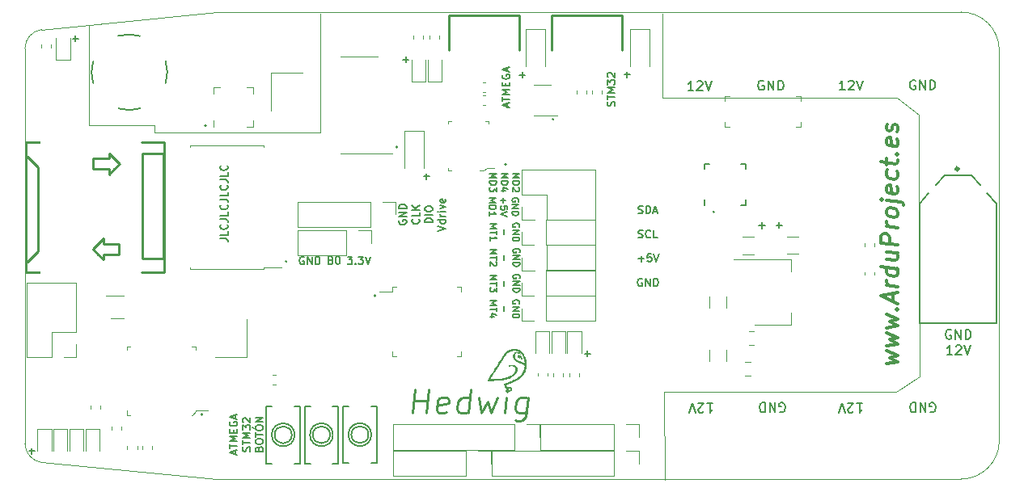
<source format=gto>
G04 #@! TF.GenerationSoftware,KiCad,Pcbnew,(5.1.6)-1*
G04 #@! TF.CreationDate,2022-01-03T12:19:35+01:00*
G04 #@! TF.ProjectId,CURSO_PCB_DRONE,43555253-4f5f-4504-9342-5f44524f4e45,rev?*
G04 #@! TF.SameCoordinates,Original*
G04 #@! TF.FileFunction,Legend,Top*
G04 #@! TF.FilePolarity,Positive*
%FSLAX46Y46*%
G04 Gerber Fmt 4.6, Leading zero omitted, Abs format (unit mm)*
G04 Created by KiCad (PCBNEW (5.1.6)-1) date 2022-01-03 12:19:35*
%MOMM*%
%LPD*%
G01*
G04 APERTURE LIST*
%ADD10C,0.160000*%
%ADD11C,0.150000*%
%ADD12C,0.375000*%
%ADD13C,0.120000*%
%ADD14C,0.250000*%
%ADD15C,0.010000*%
%ADD16C,0.254000*%
%ADD17C,0.127000*%
%ADD18C,0.300000*%
%ADD19C,0.178000*%
%ADD20C,0.100000*%
%ADD21C,3.300000*%
%ADD22C,1.252000*%
%ADD23O,1.800000X1.800000*%
%ADD24R,1.800000X1.800000*%
%ADD25R,2.500000X2.100000*%
%ADD26C,0.700000*%
%ADD27R,0.500000X2.200000*%
%ADD28R,1.600000X1.100000*%
%ADD29R,2.000000X2.000000*%
%ADD30O,1.200000X2.500000*%
%ADD31R,1.500000X1.300000*%
%ADD32R,1.600000X0.900000*%
%ADD33R,2.100000X1.550000*%
%ADD34C,5.600000*%
%ADD35C,1.600000*%
%ADD36C,2.462200*%
%ADD37C,2.652700*%
%ADD38C,5.616000*%
%ADD39R,5.616000X5.616000*%
%ADD40C,2.100000*%
%ADD41C,2.000000*%
%ADD42R,0.650000X1.600000*%
%ADD43R,1.600000X0.650000*%
%ADD44R,2.100000X0.700000*%
%ADD45R,2.600000X2.600000*%
%ADD46R,1.160000X0.750000*%
%ADD47R,0.750000X0.500000*%
%ADD48O,2.100000X2.005000*%
%ADD49R,2.100000X2.005000*%
%ADD50O,3.600000X3.600000*%
%ADD51R,2.100000X1.600000*%
%ADD52R,2.100000X3.900000*%
%ADD53R,1.300000X1.500000*%
%ADD54R,1.300000X1.000000*%
G04 APERTURE END LIST*
D10*
X158597638Y-87204542D02*
X159207161Y-87204542D01*
X158902400Y-87509304D02*
X158902400Y-86899780D01*
D11*
X116665916Y-94556580D02*
G75*
G03*
X116665916Y-94556580I-77376J0D01*
G01*
D10*
X138541798Y-100653842D02*
X139151321Y-100653842D01*
X138846560Y-100958604D02*
X138846560Y-100349080D01*
X144554016Y-92828160D02*
X144477825Y-92790064D01*
X144363540Y-92790064D01*
X144249254Y-92828160D01*
X144173063Y-92904350D01*
X144134968Y-92980540D01*
X144096873Y-93132921D01*
X144096873Y-93247207D01*
X144134968Y-93399588D01*
X144173063Y-93475779D01*
X144249254Y-93551969D01*
X144363540Y-93590064D01*
X144439730Y-93590064D01*
X144554016Y-93551969D01*
X144592111Y-93513874D01*
X144592111Y-93247207D01*
X144439730Y-93247207D01*
X144934968Y-93590064D02*
X144934968Y-92790064D01*
X145392111Y-93590064D01*
X145392111Y-92790064D01*
X145773063Y-93590064D02*
X145773063Y-92790064D01*
X145963540Y-92790064D01*
X146077825Y-92828160D01*
X146154016Y-92904350D01*
X146192111Y-92980540D01*
X146230206Y-93132921D01*
X146230206Y-93247207D01*
X146192111Y-93399588D01*
X146154016Y-93475779D01*
X146077825Y-93551969D01*
X145963540Y-93590064D01*
X145773063Y-93590064D01*
X144134968Y-90717362D02*
X144744492Y-90717362D01*
X144439730Y-91022124D02*
X144439730Y-90412600D01*
X145506397Y-90222124D02*
X145125444Y-90222124D01*
X145087349Y-90603077D01*
X145125444Y-90564981D01*
X145201635Y-90526886D01*
X145392111Y-90526886D01*
X145468301Y-90564981D01*
X145506397Y-90603077D01*
X145544492Y-90679267D01*
X145544492Y-90869743D01*
X145506397Y-90945934D01*
X145468301Y-90984029D01*
X145392111Y-91022124D01*
X145201635Y-91022124D01*
X145125444Y-90984029D01*
X145087349Y-90945934D01*
X145773063Y-90222124D02*
X146039730Y-91022124D01*
X146306397Y-90222124D01*
X144164171Y-85931969D02*
X144278457Y-85970064D01*
X144468933Y-85970064D01*
X144545123Y-85931969D01*
X144583219Y-85893874D01*
X144621314Y-85817683D01*
X144621314Y-85741493D01*
X144583219Y-85665302D01*
X144545123Y-85627207D01*
X144468933Y-85589112D01*
X144316552Y-85551017D01*
X144240361Y-85512921D01*
X144202266Y-85474826D01*
X144164171Y-85398636D01*
X144164171Y-85322445D01*
X144202266Y-85246255D01*
X144240361Y-85208160D01*
X144316552Y-85170064D01*
X144507028Y-85170064D01*
X144621314Y-85208160D01*
X144964171Y-85970064D02*
X144964171Y-85170064D01*
X145154647Y-85170064D01*
X145268933Y-85208160D01*
X145345123Y-85284350D01*
X145383219Y-85360540D01*
X145421314Y-85512921D01*
X145421314Y-85627207D01*
X145383219Y-85779588D01*
X145345123Y-85855779D01*
X145268933Y-85931969D01*
X145154647Y-85970064D01*
X144964171Y-85970064D01*
X145726076Y-85741493D02*
X146107028Y-85741493D01*
X145649885Y-85970064D02*
X145916552Y-85170064D01*
X146183219Y-85970064D01*
X144167979Y-88471969D02*
X144282264Y-88510064D01*
X144472740Y-88510064D01*
X144548931Y-88471969D01*
X144587026Y-88433874D01*
X144625121Y-88357683D01*
X144625121Y-88281493D01*
X144587026Y-88205302D01*
X144548931Y-88167207D01*
X144472740Y-88129112D01*
X144320360Y-88091017D01*
X144244169Y-88052921D01*
X144206074Y-88014826D01*
X144167979Y-87938636D01*
X144167979Y-87862445D01*
X144206074Y-87786255D01*
X144244169Y-87748160D01*
X144320360Y-87710064D01*
X144510836Y-87710064D01*
X144625121Y-87748160D01*
X145425121Y-88433874D02*
X145387026Y-88471969D01*
X145272740Y-88510064D01*
X145196550Y-88510064D01*
X145082264Y-88471969D01*
X145006074Y-88395779D01*
X144967979Y-88319588D01*
X144929883Y-88167207D01*
X144929883Y-88052921D01*
X144967979Y-87900540D01*
X145006074Y-87824350D01*
X145082264Y-87748160D01*
X145196550Y-87710064D01*
X145272740Y-87710064D01*
X145387026Y-87748160D01*
X145425121Y-87786255D01*
X146148931Y-88510064D02*
X145767979Y-88510064D01*
X145767979Y-87710064D01*
D11*
X130997373Y-81788273D02*
X131697373Y-81788273D01*
X131197373Y-82021606D01*
X131697373Y-82254940D01*
X130997373Y-82254940D01*
X130997373Y-82588273D02*
X131697373Y-82588273D01*
X131697373Y-82754940D01*
X131664040Y-82854940D01*
X131597373Y-82921606D01*
X131530706Y-82954940D01*
X131397373Y-82988273D01*
X131297373Y-82988273D01*
X131164040Y-82954940D01*
X131097373Y-82921606D01*
X131030706Y-82854940D01*
X130997373Y-82754940D01*
X130997373Y-82588273D01*
X131630706Y-83254940D02*
X131664040Y-83288273D01*
X131697373Y-83354940D01*
X131697373Y-83521606D01*
X131664040Y-83588273D01*
X131630706Y-83621606D01*
X131564040Y-83654940D01*
X131497373Y-83654940D01*
X131397373Y-83621606D01*
X130997373Y-83221606D01*
X130997373Y-83654940D01*
X129797373Y-81788273D02*
X130497373Y-81788273D01*
X129997373Y-82021606D01*
X130497373Y-82254940D01*
X129797373Y-82254940D01*
X129797373Y-82588273D02*
X130497373Y-82588273D01*
X130497373Y-82754940D01*
X130464040Y-82854940D01*
X130397373Y-82921606D01*
X130330706Y-82954940D01*
X130197373Y-82988273D01*
X130097373Y-82988273D01*
X129964040Y-82954940D01*
X129897373Y-82921606D01*
X129830706Y-82854940D01*
X129797373Y-82754940D01*
X129797373Y-82588273D01*
X130264040Y-83588273D02*
X129797373Y-83588273D01*
X130530706Y-83421606D02*
X130030706Y-83254940D01*
X130030706Y-83688273D01*
X128597373Y-81788273D02*
X129297373Y-81788273D01*
X128797373Y-82021606D01*
X129297373Y-82254940D01*
X128597373Y-82254940D01*
X128597373Y-82588273D02*
X129297373Y-82588273D01*
X129297373Y-82754940D01*
X129264040Y-82854940D01*
X129197373Y-82921606D01*
X129130706Y-82954940D01*
X128997373Y-82988273D01*
X128897373Y-82988273D01*
X128764040Y-82954940D01*
X128697373Y-82921606D01*
X128630706Y-82854940D01*
X128597373Y-82754940D01*
X128597373Y-82588273D01*
X129297373Y-83221606D02*
X129297373Y-83654940D01*
X129030706Y-83421606D01*
X129030706Y-83521606D01*
X128997373Y-83588273D01*
X128964040Y-83621606D01*
X128897373Y-83654940D01*
X128730706Y-83654940D01*
X128664040Y-83621606D01*
X128630706Y-83588273D01*
X128597373Y-83521606D01*
X128597373Y-83321606D01*
X128630706Y-83254940D01*
X128664040Y-83221606D01*
X131615780Y-84721766D02*
X131649113Y-84655100D01*
X131649113Y-84555100D01*
X131615780Y-84455100D01*
X131549113Y-84388433D01*
X131482446Y-84355100D01*
X131349113Y-84321766D01*
X131249113Y-84321766D01*
X131115780Y-84355100D01*
X131049113Y-84388433D01*
X130982446Y-84455100D01*
X130949113Y-84555100D01*
X130949113Y-84621766D01*
X130982446Y-84721766D01*
X131015780Y-84755100D01*
X131249113Y-84755100D01*
X131249113Y-84621766D01*
X130949113Y-85055100D02*
X131649113Y-85055100D01*
X130949113Y-85455100D01*
X131649113Y-85455100D01*
X130949113Y-85788433D02*
X131649113Y-85788433D01*
X131649113Y-85955100D01*
X131615780Y-86055100D01*
X131549113Y-86121766D01*
X131482446Y-86155100D01*
X131349113Y-86188433D01*
X131249113Y-86188433D01*
X131115780Y-86155100D01*
X131049113Y-86121766D01*
X130982446Y-86055100D01*
X130949113Y-85955100D01*
X130949113Y-85788433D01*
X130015780Y-84355100D02*
X130015780Y-84888433D01*
X129749113Y-84621766D02*
X130282446Y-84621766D01*
X130449113Y-85555100D02*
X130449113Y-85221766D01*
X130115780Y-85188433D01*
X130149113Y-85221766D01*
X130182446Y-85288433D01*
X130182446Y-85455100D01*
X130149113Y-85521766D01*
X130115780Y-85555100D01*
X130049113Y-85588433D01*
X129882446Y-85588433D01*
X129815780Y-85555100D01*
X129782446Y-85521766D01*
X129749113Y-85455100D01*
X129749113Y-85288433D01*
X129782446Y-85221766D01*
X129815780Y-85188433D01*
X130449113Y-85788433D02*
X129749113Y-86021766D01*
X130449113Y-86255100D01*
X128549113Y-84338433D02*
X129249113Y-84338433D01*
X128749113Y-84571766D01*
X129249113Y-84805100D01*
X128549113Y-84805100D01*
X128549113Y-85138433D02*
X129249113Y-85138433D01*
X129249113Y-85305100D01*
X129215780Y-85405100D01*
X129149113Y-85471766D01*
X129082446Y-85505100D01*
X128949113Y-85538433D01*
X128849113Y-85538433D01*
X128715780Y-85505100D01*
X128649113Y-85471766D01*
X128582446Y-85405100D01*
X128549113Y-85305100D01*
X128549113Y-85138433D01*
X128549113Y-86205100D02*
X128549113Y-85805100D01*
X128549113Y-86005100D02*
X129249113Y-86005100D01*
X129149113Y-85938433D01*
X129082446Y-85871766D01*
X129049113Y-85805100D01*
X131679280Y-87383686D02*
X131712613Y-87317020D01*
X131712613Y-87217020D01*
X131679280Y-87117020D01*
X131612613Y-87050353D01*
X131545946Y-87017020D01*
X131412613Y-86983686D01*
X131312613Y-86983686D01*
X131179280Y-87017020D01*
X131112613Y-87050353D01*
X131045946Y-87117020D01*
X131012613Y-87217020D01*
X131012613Y-87283686D01*
X131045946Y-87383686D01*
X131079280Y-87417020D01*
X131312613Y-87417020D01*
X131312613Y-87283686D01*
X131012613Y-87717020D02*
X131712613Y-87717020D01*
X131012613Y-88117020D01*
X131712613Y-88117020D01*
X131012613Y-88450353D02*
X131712613Y-88450353D01*
X131712613Y-88617020D01*
X131679280Y-88717020D01*
X131612613Y-88783686D01*
X131545946Y-88817020D01*
X131412613Y-88850353D01*
X131312613Y-88850353D01*
X131179280Y-88817020D01*
X131112613Y-88783686D01*
X131045946Y-88717020D01*
X131012613Y-88617020D01*
X131012613Y-88450353D01*
X130079280Y-87650353D02*
X130079280Y-88183686D01*
X128612613Y-87083686D02*
X129312613Y-87083686D01*
X128812613Y-87317020D01*
X129312613Y-87550353D01*
X128612613Y-87550353D01*
X129312613Y-87783686D02*
X129312613Y-88183686D01*
X128612613Y-87983686D02*
X129312613Y-87983686D01*
X128612613Y-88783686D02*
X128612613Y-88383686D01*
X128612613Y-88583686D02*
X129312613Y-88583686D01*
X129212613Y-88517020D01*
X129145946Y-88450353D01*
X129112613Y-88383686D01*
X131712300Y-90045606D02*
X131745633Y-89978940D01*
X131745633Y-89878940D01*
X131712300Y-89778940D01*
X131645633Y-89712273D01*
X131578966Y-89678940D01*
X131445633Y-89645606D01*
X131345633Y-89645606D01*
X131212300Y-89678940D01*
X131145633Y-89712273D01*
X131078966Y-89778940D01*
X131045633Y-89878940D01*
X131045633Y-89945606D01*
X131078966Y-90045606D01*
X131112300Y-90078940D01*
X131345633Y-90078940D01*
X131345633Y-89945606D01*
X131045633Y-90378940D02*
X131745633Y-90378940D01*
X131045633Y-90778940D01*
X131745633Y-90778940D01*
X131045633Y-91112273D02*
X131745633Y-91112273D01*
X131745633Y-91278940D01*
X131712300Y-91378940D01*
X131645633Y-91445606D01*
X131578966Y-91478940D01*
X131445633Y-91512273D01*
X131345633Y-91512273D01*
X131212300Y-91478940D01*
X131145633Y-91445606D01*
X131078966Y-91378940D01*
X131045633Y-91278940D01*
X131045633Y-91112273D01*
X130112300Y-90312273D02*
X130112300Y-90845606D01*
X128645633Y-89745606D02*
X129345633Y-89745606D01*
X128845633Y-89978940D01*
X129345633Y-90212273D01*
X128645633Y-90212273D01*
X129345633Y-90445606D02*
X129345633Y-90845606D01*
X128645633Y-90645606D02*
X129345633Y-90645606D01*
X129278966Y-91045606D02*
X129312300Y-91078940D01*
X129345633Y-91145606D01*
X129345633Y-91312273D01*
X129312300Y-91378940D01*
X129278966Y-91412273D01*
X129212300Y-91445606D01*
X129145633Y-91445606D01*
X129045633Y-91412273D01*
X128645633Y-91012273D01*
X128645633Y-91445606D01*
X131712300Y-92753246D02*
X131745633Y-92686580D01*
X131745633Y-92586580D01*
X131712300Y-92486580D01*
X131645633Y-92419913D01*
X131578966Y-92386580D01*
X131445633Y-92353246D01*
X131345633Y-92353246D01*
X131212300Y-92386580D01*
X131145633Y-92419913D01*
X131078966Y-92486580D01*
X131045633Y-92586580D01*
X131045633Y-92653246D01*
X131078966Y-92753246D01*
X131112300Y-92786580D01*
X131345633Y-92786580D01*
X131345633Y-92653246D01*
X131045633Y-93086580D02*
X131745633Y-93086580D01*
X131045633Y-93486580D01*
X131745633Y-93486580D01*
X131045633Y-93819913D02*
X131745633Y-93819913D01*
X131745633Y-93986580D01*
X131712300Y-94086580D01*
X131645633Y-94153246D01*
X131578966Y-94186580D01*
X131445633Y-94219913D01*
X131345633Y-94219913D01*
X131212300Y-94186580D01*
X131145633Y-94153246D01*
X131078966Y-94086580D01*
X131045633Y-93986580D01*
X131045633Y-93819913D01*
X130112300Y-93019913D02*
X130112300Y-93553246D01*
X128645633Y-92453246D02*
X129345633Y-92453246D01*
X128845633Y-92686580D01*
X129345633Y-92919913D01*
X128645633Y-92919913D01*
X129345633Y-93153246D02*
X129345633Y-93553246D01*
X128645633Y-93353246D02*
X129345633Y-93353246D01*
X129345633Y-93719913D02*
X129345633Y-94153246D01*
X129078966Y-93919913D01*
X129078966Y-94019913D01*
X129045633Y-94086580D01*
X129012300Y-94119913D01*
X128945633Y-94153246D01*
X128778966Y-94153246D01*
X128712300Y-94119913D01*
X128678966Y-94086580D01*
X128645633Y-94019913D01*
X128645633Y-93819913D01*
X128678966Y-93753246D01*
X128712300Y-93719913D01*
X131679280Y-95430406D02*
X131712613Y-95363740D01*
X131712613Y-95263740D01*
X131679280Y-95163740D01*
X131612613Y-95097073D01*
X131545946Y-95063740D01*
X131412613Y-95030406D01*
X131312613Y-95030406D01*
X131179280Y-95063740D01*
X131112613Y-95097073D01*
X131045946Y-95163740D01*
X131012613Y-95263740D01*
X131012613Y-95330406D01*
X131045946Y-95430406D01*
X131079280Y-95463740D01*
X131312613Y-95463740D01*
X131312613Y-95330406D01*
X131012613Y-95763740D02*
X131712613Y-95763740D01*
X131012613Y-96163740D01*
X131712613Y-96163740D01*
X131012613Y-96497073D02*
X131712613Y-96497073D01*
X131712613Y-96663740D01*
X131679280Y-96763740D01*
X131612613Y-96830406D01*
X131545946Y-96863740D01*
X131412613Y-96897073D01*
X131312613Y-96897073D01*
X131179280Y-96863740D01*
X131112613Y-96830406D01*
X131045946Y-96763740D01*
X131012613Y-96663740D01*
X131012613Y-96497073D01*
X130079280Y-95697073D02*
X130079280Y-96230406D01*
X128612613Y-95130406D02*
X129312613Y-95130406D01*
X128812613Y-95363740D01*
X129312613Y-95597073D01*
X128612613Y-95597073D01*
X129312613Y-95830406D02*
X129312613Y-96230406D01*
X128612613Y-96030406D02*
X129312613Y-96030406D01*
X129079280Y-96763740D02*
X128612613Y-96763740D01*
X129345946Y-96597073D02*
X128845946Y-96430406D01*
X128845946Y-96863740D01*
D10*
X119124400Y-86690123D02*
X119086304Y-86766314D01*
X119086304Y-86880600D01*
X119124400Y-86994885D01*
X119200590Y-87071076D01*
X119276780Y-87109171D01*
X119429161Y-87147266D01*
X119543447Y-87147266D01*
X119695828Y-87109171D01*
X119772019Y-87071076D01*
X119848209Y-86994885D01*
X119886304Y-86880600D01*
X119886304Y-86804409D01*
X119848209Y-86690123D01*
X119810114Y-86652028D01*
X119543447Y-86652028D01*
X119543447Y-86804409D01*
X119886304Y-86309171D02*
X119086304Y-86309171D01*
X119886304Y-85852028D01*
X119086304Y-85852028D01*
X119886304Y-85471076D02*
X119086304Y-85471076D01*
X119086304Y-85280600D01*
X119124400Y-85166314D01*
X119200590Y-85090123D01*
X119276780Y-85052028D01*
X119429161Y-85013933D01*
X119543447Y-85013933D01*
X119695828Y-85052028D01*
X119772019Y-85090123D01*
X119848209Y-85166314D01*
X119886304Y-85280600D01*
X119886304Y-85471076D01*
X121170114Y-86556790D02*
X121208209Y-86594885D01*
X121246304Y-86709171D01*
X121246304Y-86785361D01*
X121208209Y-86899647D01*
X121132019Y-86975838D01*
X121055828Y-87013933D01*
X120903447Y-87052028D01*
X120789161Y-87052028D01*
X120636780Y-87013933D01*
X120560590Y-86975838D01*
X120484400Y-86899647D01*
X120446304Y-86785361D01*
X120446304Y-86709171D01*
X120484400Y-86594885D01*
X120522495Y-86556790D01*
X121246304Y-85832980D02*
X121246304Y-86213933D01*
X120446304Y-86213933D01*
X121246304Y-85566314D02*
X120446304Y-85566314D01*
X121246304Y-85109171D02*
X120789161Y-85452028D01*
X120446304Y-85109171D02*
X120903447Y-85566314D01*
X122606304Y-86899647D02*
X121806304Y-86899647D01*
X121806304Y-86709171D01*
X121844400Y-86594885D01*
X121920590Y-86518695D01*
X121996780Y-86480600D01*
X122149161Y-86442504D01*
X122263447Y-86442504D01*
X122415828Y-86480600D01*
X122492019Y-86518695D01*
X122568209Y-86594885D01*
X122606304Y-86709171D01*
X122606304Y-86899647D01*
X122606304Y-86099647D02*
X121806304Y-86099647D01*
X121806304Y-85566314D02*
X121806304Y-85413933D01*
X121844400Y-85337742D01*
X121920590Y-85261552D01*
X122072971Y-85223457D01*
X122339638Y-85223457D01*
X122492019Y-85261552D01*
X122568209Y-85337742D01*
X122606304Y-85413933D01*
X122606304Y-85566314D01*
X122568209Y-85642504D01*
X122492019Y-85718695D01*
X122339638Y-85756790D01*
X122072971Y-85756790D01*
X121920590Y-85718695D01*
X121844400Y-85642504D01*
X121806304Y-85566314D01*
X123166304Y-87794885D02*
X123966304Y-87528219D01*
X123166304Y-87261552D01*
X123966304Y-86652028D02*
X123166304Y-86652028D01*
X123928209Y-86652028D02*
X123966304Y-86728219D01*
X123966304Y-86880600D01*
X123928209Y-86956790D01*
X123890114Y-86994885D01*
X123813923Y-87032980D01*
X123585352Y-87032980D01*
X123509161Y-86994885D01*
X123471066Y-86956790D01*
X123432971Y-86880600D01*
X123432971Y-86728219D01*
X123471066Y-86652028D01*
X123966304Y-86271076D02*
X123432971Y-86271076D01*
X123585352Y-86271076D02*
X123509161Y-86232980D01*
X123471066Y-86194885D01*
X123432971Y-86118695D01*
X123432971Y-86042504D01*
X123966304Y-85775838D02*
X123432971Y-85775838D01*
X123166304Y-85775838D02*
X123204400Y-85813933D01*
X123242495Y-85775838D01*
X123204400Y-85737742D01*
X123166304Y-85775838D01*
X123242495Y-85775838D01*
X123432971Y-85471076D02*
X123966304Y-85280600D01*
X123432971Y-85090123D01*
X123928209Y-84480600D02*
X123966304Y-84556790D01*
X123966304Y-84709171D01*
X123928209Y-84785361D01*
X123852019Y-84823457D01*
X123547257Y-84823457D01*
X123471066Y-84785361D01*
X123432971Y-84709171D01*
X123432971Y-84556790D01*
X123471066Y-84480600D01*
X123547257Y-84442504D01*
X123623447Y-84442504D01*
X123699638Y-84823457D01*
X113708327Y-90488824D02*
X114203565Y-90488824D01*
X113936899Y-90793586D01*
X114051184Y-90793586D01*
X114127375Y-90831681D01*
X114165470Y-90869777D01*
X114203565Y-90945967D01*
X114203565Y-91136443D01*
X114165470Y-91212634D01*
X114127375Y-91250729D01*
X114051184Y-91288824D01*
X113822613Y-91288824D01*
X113746422Y-91250729D01*
X113708327Y-91212634D01*
X114546422Y-91212634D02*
X114584518Y-91250729D01*
X114546422Y-91288824D01*
X114508327Y-91250729D01*
X114546422Y-91212634D01*
X114546422Y-91288824D01*
X114851184Y-90488824D02*
X115346422Y-90488824D01*
X115079756Y-90793586D01*
X115194041Y-90793586D01*
X115270232Y-90831681D01*
X115308327Y-90869777D01*
X115346422Y-90945967D01*
X115346422Y-91136443D01*
X115308327Y-91212634D01*
X115270232Y-91250729D01*
X115194041Y-91288824D01*
X114965470Y-91288824D01*
X114889280Y-91250729D01*
X114851184Y-91212634D01*
X115574994Y-90488824D02*
X115841660Y-91288824D01*
X116108327Y-90488824D01*
D11*
X135312056Y-76103480D02*
G75*
G03*
X135312056Y-76103480I-77376J0D01*
G01*
D10*
X84922398Y-67641462D02*
X85531921Y-67641462D01*
X85227160Y-67946224D02*
X85227160Y-67336700D01*
X80345318Y-110857022D02*
X80954841Y-110857022D01*
X80650080Y-111161784D02*
X80650080Y-110552260D01*
X121681278Y-82068662D02*
X122290801Y-82068662D01*
X121986040Y-82373424D02*
X121986040Y-81763900D01*
X119496878Y-69836022D02*
X120106401Y-69836022D01*
X119801640Y-70140784D02*
X119801640Y-69531260D01*
X131719358Y-71436222D02*
X132328881Y-71436222D01*
X132024120Y-71740984D02*
X132024120Y-71131460D01*
X142671838Y-71400662D02*
X143281361Y-71400662D01*
X142976600Y-71705424D02*
X142976600Y-71095900D01*
X156781538Y-87217242D02*
X157391061Y-87217242D01*
X157086300Y-87522004D02*
X157086300Y-86912480D01*
D11*
X130346356Y-80819084D02*
G75*
G03*
X130346356Y-80819084I-77376J0D01*
G01*
X152101456Y-85785960D02*
G75*
G03*
X152101456Y-85785960I-77376J0D01*
G01*
X128916336Y-82036920D02*
G75*
G03*
X128916336Y-82036920I-77376J0D01*
G01*
X118944296Y-79034640D02*
G75*
G03*
X118944296Y-79034640I-77376J0D01*
G01*
X98944336Y-76768960D02*
G75*
G03*
X98944336Y-76768960I-77376J0D01*
G01*
X98527776Y-107020360D02*
G75*
G03*
X98527776Y-107020360I-77376J0D01*
G01*
X107366976Y-91013280D02*
G75*
G03*
X107366976Y-91013280I-77376J0D01*
G01*
D12*
X170114325Y-101713441D02*
X171314325Y-101520584D01*
X170457182Y-101070584D01*
X171314325Y-100834870D01*
X170114325Y-100342013D01*
X170114325Y-99827727D02*
X171314325Y-99634870D01*
X170457182Y-99184870D01*
X171314325Y-98949155D01*
X170114325Y-98456298D01*
X170114325Y-97942013D02*
X171314325Y-97749155D01*
X170457182Y-97299155D01*
X171314325Y-97063441D01*
X170114325Y-96570584D01*
X171142897Y-96013441D02*
X171228611Y-95938441D01*
X171314325Y-96034870D01*
X171228611Y-96109870D01*
X171142897Y-96013441D01*
X171314325Y-96034870D01*
X170800040Y-95199155D02*
X170800040Y-94342013D01*
X171314325Y-95434870D02*
X169514325Y-94609870D01*
X171314325Y-94234870D01*
X171314325Y-93634870D02*
X170114325Y-93484870D01*
X170457182Y-93527727D02*
X170285754Y-93420584D01*
X170200040Y-93324155D01*
X170114325Y-93142013D01*
X170114325Y-92970584D01*
X171314325Y-91749155D02*
X169514325Y-91524155D01*
X171228611Y-91738441D02*
X171314325Y-91920584D01*
X171314325Y-92263441D01*
X171228611Y-92424155D01*
X171142897Y-92499155D01*
X170971468Y-92563441D01*
X170457182Y-92499155D01*
X170285754Y-92392013D01*
X170200040Y-92295584D01*
X170114325Y-92113441D01*
X170114325Y-91770584D01*
X170200040Y-91609870D01*
X170114325Y-89970584D02*
X171314325Y-90120584D01*
X170114325Y-90742013D02*
X171057182Y-90859870D01*
X171228611Y-90795584D01*
X171314325Y-90634870D01*
X171314325Y-90377727D01*
X171228611Y-90195584D01*
X171142897Y-90099155D01*
X171314325Y-89263441D02*
X169514325Y-89038441D01*
X169514325Y-88352727D01*
X169600040Y-88192013D01*
X169685754Y-88117013D01*
X169857182Y-88052727D01*
X170114325Y-88084870D01*
X170285754Y-88192013D01*
X170371468Y-88288441D01*
X170457182Y-88470584D01*
X170457182Y-89156298D01*
X171314325Y-87463441D02*
X170114325Y-87313441D01*
X170457182Y-87356298D02*
X170285754Y-87249155D01*
X170200040Y-87152727D01*
X170114325Y-86970584D01*
X170114325Y-86799155D01*
X171314325Y-86092013D02*
X171228611Y-86252727D01*
X171142897Y-86327727D01*
X170971468Y-86392013D01*
X170457182Y-86327727D01*
X170285754Y-86220584D01*
X170200040Y-86124155D01*
X170114325Y-85942013D01*
X170114325Y-85684870D01*
X170200040Y-85524155D01*
X170285754Y-85449155D01*
X170457182Y-85384870D01*
X170971468Y-85449155D01*
X171142897Y-85556298D01*
X171228611Y-85652727D01*
X171314325Y-85834870D01*
X171314325Y-86092013D01*
X170114325Y-84570584D02*
X171657182Y-84763441D01*
X171828611Y-84870584D01*
X171914325Y-85052727D01*
X171914325Y-85138441D01*
X169514325Y-84495584D02*
X169600040Y-84592013D01*
X169685754Y-84517013D01*
X169600040Y-84420584D01*
X169514325Y-84495584D01*
X169685754Y-84517013D01*
X171228611Y-83167013D02*
X171314325Y-83349155D01*
X171314325Y-83692013D01*
X171228611Y-83852727D01*
X171057182Y-83917013D01*
X170371468Y-83831298D01*
X170200040Y-83724155D01*
X170114325Y-83542013D01*
X170114325Y-83199155D01*
X170200040Y-83038441D01*
X170371468Y-82974155D01*
X170542897Y-82995584D01*
X170714325Y-83874155D01*
X171228611Y-81538441D02*
X171314325Y-81720584D01*
X171314325Y-82063441D01*
X171228611Y-82224155D01*
X171142897Y-82299155D01*
X170971468Y-82363441D01*
X170457182Y-82299155D01*
X170285754Y-82192013D01*
X170200040Y-82095584D01*
X170114325Y-81913441D01*
X170114325Y-81570584D01*
X170200040Y-81409870D01*
X170114325Y-80884870D02*
X170114325Y-80199155D01*
X169514325Y-80552727D02*
X171057182Y-80745584D01*
X171228611Y-80681298D01*
X171314325Y-80520584D01*
X171314325Y-80349155D01*
X171142897Y-79727727D02*
X171228611Y-79652727D01*
X171314325Y-79749155D01*
X171228611Y-79824155D01*
X171142897Y-79727727D01*
X171314325Y-79749155D01*
X171228611Y-78195584D02*
X171314325Y-78377727D01*
X171314325Y-78720584D01*
X171228611Y-78881298D01*
X171057182Y-78945584D01*
X170371468Y-78859870D01*
X170200040Y-78752727D01*
X170114325Y-78570584D01*
X170114325Y-78227727D01*
X170200040Y-78067013D01*
X170371468Y-78002727D01*
X170542897Y-78024155D01*
X170714325Y-78902727D01*
X171228611Y-77424155D02*
X171314325Y-77263441D01*
X171314325Y-76920584D01*
X171228611Y-76738441D01*
X171057182Y-76631298D01*
X170971468Y-76620584D01*
X170800040Y-76684870D01*
X170714325Y-76845584D01*
X170714325Y-77102727D01*
X170628611Y-77263441D01*
X170457182Y-77327727D01*
X170371468Y-77317013D01*
X170200040Y-77209870D01*
X170114325Y-77027727D01*
X170114325Y-76770584D01*
X170200040Y-76609870D01*
D10*
X176880615Y-98171960D02*
X176785377Y-98124340D01*
X176642520Y-98124340D01*
X176499662Y-98171960D01*
X176404424Y-98267198D01*
X176356805Y-98362436D01*
X176309186Y-98552912D01*
X176309186Y-98695769D01*
X176356805Y-98886245D01*
X176404424Y-98981483D01*
X176499662Y-99076721D01*
X176642520Y-99124340D01*
X176737758Y-99124340D01*
X176880615Y-99076721D01*
X176928234Y-99029102D01*
X176928234Y-98695769D01*
X176737758Y-98695769D01*
X177356805Y-99124340D02*
X177356805Y-98124340D01*
X177928234Y-99124340D01*
X177928234Y-98124340D01*
X178404424Y-99124340D02*
X178404424Y-98124340D01*
X178642520Y-98124340D01*
X178785377Y-98171960D01*
X178880615Y-98267198D01*
X178928234Y-98362436D01*
X178975853Y-98552912D01*
X178975853Y-98695769D01*
X178928234Y-98886245D01*
X178880615Y-98981483D01*
X178785377Y-99076721D01*
X178642520Y-99124340D01*
X178404424Y-99124340D01*
X177023472Y-100784340D02*
X176452043Y-100784340D01*
X176737758Y-100784340D02*
X176737758Y-99784340D01*
X176642520Y-99927198D01*
X176547281Y-100022436D01*
X176452043Y-100070055D01*
X177404424Y-99879579D02*
X177452043Y-99831960D01*
X177547281Y-99784340D01*
X177785377Y-99784340D01*
X177880615Y-99831960D01*
X177928234Y-99879579D01*
X177975853Y-99974817D01*
X177975853Y-100070055D01*
X177928234Y-100212912D01*
X177356805Y-100784340D01*
X177975853Y-100784340D01*
X178261567Y-99784340D02*
X178594900Y-100784340D01*
X178928234Y-99784340D01*
D11*
X130460733Y-74817982D02*
X130460733Y-74437030D01*
X130689304Y-74894173D02*
X129889304Y-74627506D01*
X130689304Y-74360840D01*
X129889304Y-74208459D02*
X129889304Y-73751316D01*
X130689304Y-73979887D02*
X129889304Y-73979887D01*
X130689304Y-73484649D02*
X129889304Y-73484649D01*
X130460733Y-73217982D01*
X129889304Y-72951316D01*
X130689304Y-72951316D01*
X130270257Y-72570363D02*
X130270257Y-72303697D01*
X130689304Y-72189411D02*
X130689304Y-72570363D01*
X129889304Y-72570363D01*
X129889304Y-72189411D01*
X129927400Y-71427506D02*
X129889304Y-71503697D01*
X129889304Y-71617982D01*
X129927400Y-71732268D01*
X130003590Y-71808459D01*
X130079780Y-71846554D01*
X130232161Y-71884649D01*
X130346447Y-71884649D01*
X130498828Y-71846554D01*
X130575019Y-71808459D01*
X130651209Y-71732268D01*
X130689304Y-71617982D01*
X130689304Y-71541792D01*
X130651209Y-71427506D01*
X130613114Y-71389411D01*
X130346447Y-71389411D01*
X130346447Y-71541792D01*
X130460733Y-71084649D02*
X130460733Y-70703697D01*
X130689304Y-71160840D02*
X129889304Y-70894173D01*
X130689304Y-70627506D01*
X141664649Y-74706260D02*
X141702744Y-74591975D01*
X141702744Y-74401499D01*
X141664649Y-74325308D01*
X141626554Y-74287213D01*
X141550363Y-74249118D01*
X141474173Y-74249118D01*
X141397982Y-74287213D01*
X141359887Y-74325308D01*
X141321792Y-74401499D01*
X141283697Y-74553880D01*
X141245601Y-74630070D01*
X141207506Y-74668165D01*
X141131316Y-74706260D01*
X141055125Y-74706260D01*
X140978935Y-74668165D01*
X140940840Y-74630070D01*
X140902744Y-74553880D01*
X140902744Y-74363403D01*
X140940840Y-74249118D01*
X140902744Y-74020546D02*
X140902744Y-73563403D01*
X141702744Y-73791975D02*
X140902744Y-73791975D01*
X141702744Y-73296737D02*
X140902744Y-73296737D01*
X141474173Y-73030070D01*
X140902744Y-72763403D01*
X141702744Y-72763403D01*
X140902744Y-72458641D02*
X140902744Y-71963403D01*
X141207506Y-72230070D01*
X141207506Y-72115784D01*
X141245601Y-72039594D01*
X141283697Y-72001499D01*
X141359887Y-71963403D01*
X141550363Y-71963403D01*
X141626554Y-72001499D01*
X141664649Y-72039594D01*
X141702744Y-72115784D01*
X141702744Y-72344356D01*
X141664649Y-72420546D01*
X141626554Y-72458641D01*
X140978935Y-71658641D02*
X140940840Y-71620546D01*
X140902744Y-71544356D01*
X140902744Y-71353880D01*
X140940840Y-71277689D01*
X140978935Y-71239594D01*
X141055125Y-71201499D01*
X141131316Y-71201499D01*
X141245601Y-71239594D01*
X141702744Y-71696737D01*
X141702744Y-71201499D01*
D13*
X110886240Y-77480160D02*
X110886240Y-65069720D01*
X105374440Y-77480160D02*
X110886240Y-77480160D01*
X93522800Y-77485240D02*
X105374440Y-77480160D01*
X93522800Y-77373480D02*
X93522800Y-77485240D01*
X86669880Y-76723240D02*
X86669880Y-66273680D01*
X93522800Y-76723240D02*
X93522800Y-77373480D01*
X86669880Y-76723240D02*
X93522800Y-76723240D01*
D11*
X101958133Y-111188242D02*
X101958133Y-110807290D01*
X102186704Y-111264433D02*
X101386704Y-110997766D01*
X102186704Y-110731100D01*
X101386704Y-110578719D02*
X101386704Y-110121576D01*
X102186704Y-110350147D02*
X101386704Y-110350147D01*
X102186704Y-109854909D02*
X101386704Y-109854909D01*
X101958133Y-109588242D01*
X101386704Y-109321576D01*
X102186704Y-109321576D01*
X101767657Y-108940623D02*
X101767657Y-108673957D01*
X102186704Y-108559671D02*
X102186704Y-108940623D01*
X101386704Y-108940623D01*
X101386704Y-108559671D01*
X101424800Y-107797766D02*
X101386704Y-107873957D01*
X101386704Y-107988242D01*
X101424800Y-108102528D01*
X101500990Y-108178719D01*
X101577180Y-108216814D01*
X101729561Y-108254909D01*
X101843847Y-108254909D01*
X101996228Y-108216814D01*
X102072419Y-108178719D01*
X102148609Y-108102528D01*
X102186704Y-107988242D01*
X102186704Y-107912052D01*
X102148609Y-107797766D01*
X102110514Y-107759671D01*
X101843847Y-107759671D01*
X101843847Y-107912052D01*
X101958133Y-107454909D02*
X101958133Y-107073957D01*
X102186704Y-107531100D02*
X101386704Y-107264433D01*
X102186704Y-106997766D01*
X103498609Y-110883480D02*
X103536704Y-110769195D01*
X103536704Y-110578719D01*
X103498609Y-110502528D01*
X103460514Y-110464433D01*
X103384323Y-110426338D01*
X103308133Y-110426338D01*
X103231942Y-110464433D01*
X103193847Y-110502528D01*
X103155752Y-110578719D01*
X103117657Y-110731100D01*
X103079561Y-110807290D01*
X103041466Y-110845385D01*
X102965276Y-110883480D01*
X102889085Y-110883480D01*
X102812895Y-110845385D01*
X102774800Y-110807290D01*
X102736704Y-110731100D01*
X102736704Y-110540623D01*
X102774800Y-110426338D01*
X102736704Y-110197766D02*
X102736704Y-109740623D01*
X103536704Y-109969195D02*
X102736704Y-109969195D01*
X103536704Y-109473957D02*
X102736704Y-109473957D01*
X103308133Y-109207290D01*
X102736704Y-108940623D01*
X103536704Y-108940623D01*
X102736704Y-108635861D02*
X102736704Y-108140623D01*
X103041466Y-108407290D01*
X103041466Y-108293004D01*
X103079561Y-108216814D01*
X103117657Y-108178719D01*
X103193847Y-108140623D01*
X103384323Y-108140623D01*
X103460514Y-108178719D01*
X103498609Y-108216814D01*
X103536704Y-108293004D01*
X103536704Y-108521576D01*
X103498609Y-108597766D01*
X103460514Y-108635861D01*
X102812895Y-107835861D02*
X102774800Y-107797766D01*
X102736704Y-107721576D01*
X102736704Y-107531100D01*
X102774800Y-107454909D01*
X102812895Y-107416814D01*
X102889085Y-107378719D01*
X102965276Y-107378719D01*
X103079561Y-107416814D01*
X103536704Y-107873957D01*
X103536704Y-107378719D01*
X104467657Y-110635861D02*
X104505752Y-110521576D01*
X104543847Y-110483480D01*
X104620038Y-110445385D01*
X104734323Y-110445385D01*
X104810514Y-110483480D01*
X104848609Y-110521576D01*
X104886704Y-110597766D01*
X104886704Y-110902528D01*
X104086704Y-110902528D01*
X104086704Y-110635861D01*
X104124800Y-110559671D01*
X104162895Y-110521576D01*
X104239085Y-110483480D01*
X104315276Y-110483480D01*
X104391466Y-110521576D01*
X104429561Y-110559671D01*
X104467657Y-110635861D01*
X104467657Y-110902528D01*
X104086704Y-109950147D02*
X104086704Y-109797766D01*
X104124800Y-109721576D01*
X104200990Y-109645385D01*
X104353371Y-109607290D01*
X104620038Y-109607290D01*
X104772419Y-109645385D01*
X104848609Y-109721576D01*
X104886704Y-109797766D01*
X104886704Y-109950147D01*
X104848609Y-110026338D01*
X104772419Y-110102528D01*
X104620038Y-110140623D01*
X104353371Y-110140623D01*
X104200990Y-110102528D01*
X104124800Y-110026338D01*
X104086704Y-109950147D01*
X104086704Y-109378719D02*
X104086704Y-108921576D01*
X104886704Y-109150147D02*
X104086704Y-109150147D01*
X104086704Y-108502528D02*
X104086704Y-108350147D01*
X104124800Y-108273957D01*
X104200990Y-108197766D01*
X104353371Y-108159671D01*
X104620038Y-108159671D01*
X104772419Y-108197766D01*
X104848609Y-108273957D01*
X104886704Y-108350147D01*
X104886704Y-108502528D01*
X104848609Y-108578719D01*
X104772419Y-108654909D01*
X104620038Y-108693004D01*
X104353371Y-108693004D01*
X104200990Y-108654909D01*
X104124800Y-108578719D01*
X104086704Y-108502528D01*
X103781942Y-108350147D02*
X103896228Y-108464433D01*
X104886704Y-107816814D02*
X104086704Y-107816814D01*
X104886704Y-107359671D01*
X104086704Y-107359671D01*
D10*
X111979750Y-90834217D02*
X112094036Y-90872312D01*
X112132131Y-90910407D01*
X112170226Y-90986598D01*
X112170226Y-91100883D01*
X112132131Y-91177074D01*
X112094036Y-91215169D01*
X112017845Y-91253264D01*
X111713083Y-91253264D01*
X111713083Y-90453264D01*
X111979750Y-90453264D01*
X112055940Y-90491360D01*
X112094036Y-90529455D01*
X112132131Y-90605645D01*
X112132131Y-90681836D01*
X112094036Y-90758026D01*
X112055940Y-90796121D01*
X111979750Y-90834217D01*
X111713083Y-90834217D01*
X112665464Y-90453264D02*
X112741655Y-90453264D01*
X112817845Y-90491360D01*
X112855940Y-90529455D01*
X112894036Y-90605645D01*
X112932131Y-90758026D01*
X112932131Y-90948502D01*
X112894036Y-91100883D01*
X112855940Y-91177074D01*
X112817845Y-91215169D01*
X112741655Y-91253264D01*
X112665464Y-91253264D01*
X112589274Y-91215169D01*
X112551179Y-91177074D01*
X112513083Y-91100883D01*
X112474988Y-90948502D01*
X112474988Y-90758026D01*
X112513083Y-90605645D01*
X112551179Y-90529455D01*
X112589274Y-90491360D01*
X112665464Y-90453264D01*
X109143876Y-90526920D02*
X109067685Y-90488824D01*
X108953400Y-90488824D01*
X108839114Y-90526920D01*
X108762923Y-90603110D01*
X108724828Y-90679300D01*
X108686733Y-90831681D01*
X108686733Y-90945967D01*
X108724828Y-91098348D01*
X108762923Y-91174539D01*
X108839114Y-91250729D01*
X108953400Y-91288824D01*
X109029590Y-91288824D01*
X109143876Y-91250729D01*
X109181971Y-91212634D01*
X109181971Y-90945967D01*
X109029590Y-90945967D01*
X109524828Y-91288824D02*
X109524828Y-90488824D01*
X109981971Y-91288824D01*
X109981971Y-90488824D01*
X110362923Y-91288824D02*
X110362923Y-90488824D01*
X110553400Y-90488824D01*
X110667685Y-90526920D01*
X110743876Y-90603110D01*
X110781971Y-90679300D01*
X110820066Y-90831681D01*
X110820066Y-90945967D01*
X110781971Y-91098348D01*
X110743876Y-91174539D01*
X110667685Y-91250729D01*
X110553400Y-91288824D01*
X110362923Y-91288824D01*
D14*
X120490312Y-106896552D02*
X120802812Y-104396552D01*
X120654002Y-105587028D02*
X122082574Y-105587028D01*
X121918883Y-106896552D02*
X122231383Y-104396552D01*
X124076622Y-106777504D02*
X123823645Y-106896552D01*
X123347455Y-106896552D01*
X123124241Y-106777504D01*
X123034955Y-106539409D01*
X123154002Y-105587028D01*
X123302812Y-105348933D01*
X123555788Y-105229885D01*
X124031979Y-105229885D01*
X124255193Y-105348933D01*
X124344479Y-105587028D01*
X124314717Y-105825123D01*
X123094479Y-106063219D01*
X126323645Y-106896552D02*
X126636145Y-104396552D01*
X126338526Y-106777504D02*
X126085550Y-106896552D01*
X125609360Y-106896552D01*
X125386145Y-106777504D01*
X125281979Y-106658457D01*
X125192693Y-106420361D01*
X125281979Y-105706076D01*
X125430788Y-105467980D01*
X125564717Y-105348933D01*
X125817693Y-105229885D01*
X126293883Y-105229885D01*
X126517098Y-105348933D01*
X127484360Y-105229885D02*
X127752217Y-106896552D01*
X128377217Y-105706076D01*
X128704598Y-106896552D01*
X129389122Y-105229885D01*
X130133169Y-106896552D02*
X130341502Y-105229885D01*
X130445669Y-104396552D02*
X130311741Y-104515600D01*
X130415907Y-104634647D01*
X130549836Y-104515600D01*
X130445669Y-104396552D01*
X130415907Y-104634647D01*
X132603407Y-105229885D02*
X132350431Y-107253695D01*
X132201622Y-107491790D01*
X132067693Y-107610838D01*
X131814717Y-107729885D01*
X131457574Y-107729885D01*
X131234360Y-107610838D01*
X132409955Y-106777504D02*
X132156979Y-106896552D01*
X131680788Y-106896552D01*
X131457574Y-106777504D01*
X131353407Y-106658457D01*
X131264122Y-106420361D01*
X131353407Y-105706076D01*
X131502217Y-105467980D01*
X131636145Y-105348933D01*
X131889122Y-105229885D01*
X132365312Y-105229885D01*
X132588526Y-105348933D01*
D13*
X146695160Y-73832720D02*
X146695160Y-64998600D01*
X171246800Y-73817480D02*
X146695160Y-73832720D01*
X173548040Y-75615800D02*
X171246800Y-73817480D01*
X173573440Y-103083360D02*
X173548040Y-75615800D01*
X171170600Y-104678480D02*
X173573440Y-103083360D01*
X146888200Y-104658160D02*
X171170600Y-104678480D01*
X146908520Y-113868200D02*
X146888200Y-104658160D01*
D11*
X174698564Y-106748200D02*
X174793802Y-106795819D01*
X174936660Y-106795819D01*
X175079517Y-106748200D01*
X175174755Y-106652961D01*
X175222374Y-106557723D01*
X175269993Y-106367247D01*
X175269993Y-106224390D01*
X175222374Y-106033914D01*
X175174755Y-105938676D01*
X175079517Y-105843438D01*
X174936660Y-105795819D01*
X174841421Y-105795819D01*
X174698564Y-105843438D01*
X174650945Y-105891057D01*
X174650945Y-106224390D01*
X174841421Y-106224390D01*
X174222374Y-105795819D02*
X174222374Y-106795819D01*
X173650945Y-105795819D01*
X173650945Y-106795819D01*
X173174755Y-105795819D02*
X173174755Y-106795819D01*
X172936660Y-106795819D01*
X172793802Y-106748200D01*
X172698564Y-106652961D01*
X172650945Y-106557723D01*
X172603326Y-106367247D01*
X172603326Y-106224390D01*
X172650945Y-106033914D01*
X172698564Y-105938676D01*
X172793802Y-105843438D01*
X172936660Y-105795819D01*
X173174755Y-105795819D01*
X158948024Y-106748200D02*
X159043262Y-106795819D01*
X159186120Y-106795819D01*
X159328977Y-106748200D01*
X159424215Y-106652961D01*
X159471834Y-106557723D01*
X159519453Y-106367247D01*
X159519453Y-106224390D01*
X159471834Y-106033914D01*
X159424215Y-105938676D01*
X159328977Y-105843438D01*
X159186120Y-105795819D01*
X159090881Y-105795819D01*
X158948024Y-105843438D01*
X158900405Y-105891057D01*
X158900405Y-106224390D01*
X159090881Y-106224390D01*
X158471834Y-105795819D02*
X158471834Y-106795819D01*
X157900405Y-105795819D01*
X157900405Y-106795819D01*
X157424215Y-105795819D02*
X157424215Y-106795819D01*
X157186120Y-106795819D01*
X157043262Y-106748200D01*
X156948024Y-106652961D01*
X156900405Y-106557723D01*
X156852786Y-106367247D01*
X156852786Y-106224390D01*
X156900405Y-106033914D01*
X156948024Y-105938676D01*
X157043262Y-105843438D01*
X157186120Y-105795819D01*
X157424215Y-105795819D01*
X173144275Y-72029700D02*
X173049037Y-71982080D01*
X172906180Y-71982080D01*
X172763322Y-72029700D01*
X172668084Y-72124938D01*
X172620465Y-72220176D01*
X172572846Y-72410652D01*
X172572846Y-72553509D01*
X172620465Y-72743985D01*
X172668084Y-72839223D01*
X172763322Y-72934461D01*
X172906180Y-72982080D01*
X173001418Y-72982080D01*
X173144275Y-72934461D01*
X173191894Y-72886842D01*
X173191894Y-72553509D01*
X173001418Y-72553509D01*
X173620465Y-72982080D02*
X173620465Y-71982080D01*
X174191894Y-72982080D01*
X174191894Y-71982080D01*
X174668084Y-72982080D02*
X174668084Y-71982080D01*
X174906180Y-71982080D01*
X175049037Y-72029700D01*
X175144275Y-72124938D01*
X175191894Y-72220176D01*
X175239513Y-72410652D01*
X175239513Y-72553509D01*
X175191894Y-72743985D01*
X175144275Y-72839223D01*
X175049037Y-72934461D01*
X174906180Y-72982080D01*
X174668084Y-72982080D01*
X157259115Y-72083040D02*
X157163877Y-72035420D01*
X157021020Y-72035420D01*
X156878162Y-72083040D01*
X156782924Y-72178278D01*
X156735305Y-72273516D01*
X156687686Y-72463992D01*
X156687686Y-72606849D01*
X156735305Y-72797325D01*
X156782924Y-72892563D01*
X156878162Y-72987801D01*
X157021020Y-73035420D01*
X157116258Y-73035420D01*
X157259115Y-72987801D01*
X157306734Y-72940182D01*
X157306734Y-72606849D01*
X157116258Y-72606849D01*
X157735305Y-73035420D02*
X157735305Y-72035420D01*
X158306734Y-73035420D01*
X158306734Y-72035420D01*
X158782924Y-73035420D02*
X158782924Y-72035420D01*
X159021020Y-72035420D01*
X159163877Y-72083040D01*
X159259115Y-72178278D01*
X159306734Y-72273516D01*
X159354353Y-72463992D01*
X159354353Y-72606849D01*
X159306734Y-72797325D01*
X159259115Y-72892563D01*
X159163877Y-72987801D01*
X159021020Y-73035420D01*
X158782924Y-73035420D01*
X165783972Y-73035420D02*
X165212543Y-73035420D01*
X165498258Y-73035420D02*
X165498258Y-72035420D01*
X165403020Y-72178278D01*
X165307781Y-72273516D01*
X165212543Y-72321135D01*
X166164924Y-72130659D02*
X166212543Y-72083040D01*
X166307781Y-72035420D01*
X166545877Y-72035420D01*
X166641115Y-72083040D01*
X166688734Y-72130659D01*
X166736353Y-72225897D01*
X166736353Y-72321135D01*
X166688734Y-72463992D01*
X166117305Y-73035420D01*
X166736353Y-73035420D01*
X167022067Y-72035420D02*
X167355400Y-73035420D01*
X167688734Y-72035420D01*
X149924212Y-73091300D02*
X149352783Y-73091300D01*
X149638498Y-73091300D02*
X149638498Y-72091300D01*
X149543260Y-72234158D01*
X149448021Y-72329396D01*
X149352783Y-72377015D01*
X150305164Y-72186539D02*
X150352783Y-72138920D01*
X150448021Y-72091300D01*
X150686117Y-72091300D01*
X150781355Y-72138920D01*
X150828974Y-72186539D01*
X150876593Y-72281777D01*
X150876593Y-72377015D01*
X150828974Y-72519872D01*
X150257545Y-73091300D01*
X150876593Y-73091300D01*
X151162307Y-72091300D02*
X151495640Y-73091300D01*
X151828974Y-72091300D01*
X167022067Y-105823759D02*
X167593496Y-105823759D01*
X167307781Y-105823759D02*
X167307781Y-106823759D01*
X167403020Y-106680901D01*
X167498258Y-106585663D01*
X167593496Y-106538044D01*
X166641115Y-106728520D02*
X166593496Y-106776140D01*
X166498258Y-106823759D01*
X166260162Y-106823759D01*
X166164924Y-106776140D01*
X166117305Y-106728520D01*
X166069686Y-106633282D01*
X166069686Y-106538044D01*
X166117305Y-106395187D01*
X166688734Y-105823759D01*
X166069686Y-105823759D01*
X165783972Y-106823759D02*
X165450639Y-105823759D01*
X165117305Y-106823759D01*
X151357887Y-105823759D02*
X151929316Y-105823759D01*
X151643601Y-105823759D02*
X151643601Y-106823759D01*
X151738840Y-106680901D01*
X151834078Y-106585663D01*
X151929316Y-106538044D01*
X150976935Y-106728520D02*
X150929316Y-106776140D01*
X150834078Y-106823759D01*
X150595982Y-106823759D01*
X150500744Y-106776140D01*
X150453125Y-106728520D01*
X150405506Y-106633282D01*
X150405506Y-106538044D01*
X150453125Y-106395187D01*
X151024554Y-105823759D01*
X150405506Y-105823759D01*
X150119792Y-106823759D02*
X149786459Y-105823759D01*
X149453125Y-106823759D01*
X100374504Y-88602358D02*
X100945933Y-88602358D01*
X101060219Y-88640453D01*
X101136409Y-88716643D01*
X101174504Y-88830929D01*
X101174504Y-88907120D01*
X101174504Y-87840453D02*
X101174504Y-88221405D01*
X100374504Y-88221405D01*
X101098314Y-87116643D02*
X101136409Y-87154739D01*
X101174504Y-87269024D01*
X101174504Y-87345215D01*
X101136409Y-87459500D01*
X101060219Y-87535691D01*
X100984028Y-87573786D01*
X100831647Y-87611881D01*
X100717361Y-87611881D01*
X100564980Y-87573786D01*
X100488790Y-87535691D01*
X100412600Y-87459500D01*
X100374504Y-87345215D01*
X100374504Y-87269024D01*
X100412600Y-87154739D01*
X100450695Y-87116643D01*
X100374504Y-86545215D02*
X100945933Y-86545215D01*
X101060219Y-86583310D01*
X101136409Y-86659500D01*
X101174504Y-86773786D01*
X101174504Y-86849977D01*
X101174504Y-85783310D02*
X101174504Y-86164262D01*
X100374504Y-86164262D01*
X101098314Y-85059500D02*
X101136409Y-85097596D01*
X101174504Y-85211881D01*
X101174504Y-85288072D01*
X101136409Y-85402358D01*
X101060219Y-85478548D01*
X100984028Y-85516643D01*
X100831647Y-85554739D01*
X100717361Y-85554739D01*
X100564980Y-85516643D01*
X100488790Y-85478548D01*
X100412600Y-85402358D01*
X100374504Y-85288072D01*
X100374504Y-85211881D01*
X100412600Y-85097596D01*
X100450695Y-85059500D01*
X100374504Y-84488072D02*
X100945933Y-84488072D01*
X101060219Y-84526167D01*
X101136409Y-84602358D01*
X101174504Y-84716643D01*
X101174504Y-84792834D01*
X101174504Y-83726167D02*
X101174504Y-84107120D01*
X100374504Y-84107120D01*
X101098314Y-83002358D02*
X101136409Y-83040453D01*
X101174504Y-83154739D01*
X101174504Y-83230929D01*
X101136409Y-83345215D01*
X101060219Y-83421405D01*
X100984028Y-83459500D01*
X100831647Y-83497596D01*
X100717361Y-83497596D01*
X100564980Y-83459500D01*
X100488790Y-83421405D01*
X100412600Y-83345215D01*
X100374504Y-83230929D01*
X100374504Y-83154739D01*
X100412600Y-83040453D01*
X100450695Y-83002358D01*
X100374504Y-82430929D02*
X100945933Y-82430929D01*
X101060219Y-82469024D01*
X101136409Y-82545215D01*
X101174504Y-82659500D01*
X101174504Y-82735691D01*
X101174504Y-81669024D02*
X101174504Y-82049977D01*
X100374504Y-82049977D01*
X101098314Y-80945215D02*
X101136409Y-80983310D01*
X101174504Y-81097596D01*
X101174504Y-81173786D01*
X101136409Y-81288072D01*
X101060219Y-81364262D01*
X100984028Y-81402358D01*
X100831647Y-81440453D01*
X100717361Y-81440453D01*
X100564980Y-81402358D01*
X100488790Y-81364262D01*
X100412600Y-81288072D01*
X100374504Y-81173786D01*
X100374504Y-81097596D01*
X100412600Y-80983310D01*
X100450695Y-80945215D01*
D15*
G36*
X131648720Y-100802668D02*
G01*
X131680170Y-100812451D01*
X131703233Y-100824407D01*
X131739511Y-100849971D01*
X131779194Y-100885471D01*
X131817489Y-100926028D01*
X131849605Y-100966761D01*
X131862262Y-100986375D01*
X131882351Y-101029223D01*
X131898015Y-101078797D01*
X131907438Y-101128067D01*
X131909017Y-101167346D01*
X131906433Y-101204766D01*
X131887219Y-101160965D01*
X131869661Y-101127899D01*
X131846978Y-101093843D01*
X131835917Y-101079908D01*
X131817346Y-101059159D01*
X131804582Y-101049149D01*
X131792600Y-101047596D01*
X131776378Y-101052221D01*
X131775551Y-101052508D01*
X131724020Y-101062769D01*
X131670372Y-101060124D01*
X131618319Y-101045932D01*
X131571568Y-101021546D01*
X131533828Y-100988324D01*
X131512680Y-100956424D01*
X131499333Y-100914584D01*
X131502296Y-100876654D01*
X131521796Y-100841238D01*
X131533721Y-100828018D01*
X131551705Y-100811818D01*
X131568385Y-100803409D01*
X131590623Y-100800314D01*
X131611370Y-100799979D01*
X131648720Y-100802668D01*
G37*
X131648720Y-100802668D02*
X131680170Y-100812451D01*
X131703233Y-100824407D01*
X131739511Y-100849971D01*
X131779194Y-100885471D01*
X131817489Y-100926028D01*
X131849605Y-100966761D01*
X131862262Y-100986375D01*
X131882351Y-101029223D01*
X131898015Y-101078797D01*
X131907438Y-101128067D01*
X131909017Y-101167346D01*
X131906433Y-101204766D01*
X131887219Y-101160965D01*
X131869661Y-101127899D01*
X131846978Y-101093843D01*
X131835917Y-101079908D01*
X131817346Y-101059159D01*
X131804582Y-101049149D01*
X131792600Y-101047596D01*
X131776378Y-101052221D01*
X131775551Y-101052508D01*
X131724020Y-101062769D01*
X131670372Y-101060124D01*
X131618319Y-101045932D01*
X131571568Y-101021546D01*
X131533828Y-100988324D01*
X131512680Y-100956424D01*
X131499333Y-100914584D01*
X131502296Y-100876654D01*
X131521796Y-100841238D01*
X131533721Y-100828018D01*
X131551705Y-100811818D01*
X131568385Y-100803409D01*
X131590623Y-100800314D01*
X131611370Y-100799979D01*
X131648720Y-100802668D01*
G36*
X131212184Y-100169504D02*
G01*
X131258057Y-100170168D01*
X131294038Y-100171661D01*
X131323648Y-100174302D01*
X131350408Y-100178411D01*
X131377837Y-100184306D01*
X131409457Y-100192306D01*
X131411133Y-100192746D01*
X131488111Y-100217537D01*
X131570581Y-100251963D01*
X131652640Y-100293136D01*
X131728385Y-100338165D01*
X131775200Y-100370973D01*
X131885026Y-100464868D01*
X131986172Y-100572518D01*
X132077810Y-100692677D01*
X132159114Y-100824096D01*
X132229256Y-100965529D01*
X132287408Y-101115727D01*
X132304278Y-101168496D01*
X132333716Y-101274802D01*
X132355792Y-101376914D01*
X132371171Y-101479589D01*
X132380514Y-101587582D01*
X132384486Y-101705648D01*
X132384730Y-101745616D01*
X132377261Y-101931582D01*
X132354697Y-102110035D01*
X132317063Y-102280901D01*
X132264382Y-102444110D01*
X132196679Y-102599589D01*
X132113978Y-102747266D01*
X132016301Y-102887069D01*
X131997666Y-102910725D01*
X131931455Y-102987278D01*
X131858081Y-103060083D01*
X131775362Y-103130976D01*
X131681117Y-103201797D01*
X131573161Y-103274383D01*
X131543734Y-103293046D01*
X131511662Y-103312637D01*
X131471835Y-103336143D01*
X131426612Y-103362255D01*
X131378352Y-103389667D01*
X131329414Y-103417072D01*
X131282158Y-103443161D01*
X131238943Y-103466627D01*
X131202128Y-103486164D01*
X131174073Y-103500463D01*
X131157136Y-103508218D01*
X131153593Y-103509233D01*
X131144683Y-103512733D01*
X131123888Y-103522212D01*
X131094501Y-103536140D01*
X131066416Y-103549751D01*
X130995574Y-103583196D01*
X130912143Y-103620581D01*
X130819596Y-103660486D01*
X130721409Y-103701491D01*
X130621054Y-103742177D01*
X130522005Y-103781125D01*
X130427736Y-103816914D01*
X130341722Y-103848124D01*
X130306233Y-103860433D01*
X130275000Y-103871299D01*
X130250529Y-103880229D01*
X130236768Y-103885768D01*
X130235202Y-103886645D01*
X130236388Y-103895590D01*
X130242539Y-103917172D01*
X130252535Y-103948264D01*
X130265255Y-103985736D01*
X130279580Y-104026460D01*
X130294388Y-104067309D01*
X130308560Y-104105153D01*
X130320976Y-104136865D01*
X130330515Y-104159317D01*
X130336056Y-104169379D01*
X130336540Y-104169633D01*
X130347393Y-104168104D01*
X130371034Y-104163976D01*
X130403642Y-104157933D01*
X130430816Y-104152725D01*
X130521689Y-104139844D01*
X130603479Y-104137930D01*
X130675393Y-104146654D01*
X130736641Y-104165688D01*
X130786429Y-104194703D01*
X130823966Y-104233371D01*
X130848458Y-104281363D01*
X130858507Y-104330079D01*
X130860296Y-104378163D01*
X130854688Y-104415670D01*
X130840223Y-104447879D01*
X130817710Y-104477516D01*
X130788828Y-104503612D01*
X130749434Y-104530442D01*
X130705444Y-104554623D01*
X130662770Y-104572772D01*
X130639313Y-104579566D01*
X130629379Y-104580745D01*
X130627712Y-104577004D01*
X130635459Y-104566307D01*
X130653770Y-104546618D01*
X130663674Y-104536420D01*
X130706739Y-104484636D01*
X130733017Y-104434631D01*
X130742543Y-104386262D01*
X130735354Y-104339387D01*
X130721440Y-104309149D01*
X130692213Y-104275784D01*
X130649786Y-104252136D01*
X130594904Y-104238311D01*
X130528308Y-104234418D01*
X130450742Y-104240563D01*
X130362949Y-104256854D01*
X130361267Y-104257244D01*
X130325060Y-104265531D01*
X130295713Y-104271998D01*
X130276650Y-104275906D01*
X130271096Y-104276690D01*
X130267930Y-104268762D01*
X130259638Y-104247014D01*
X130246993Y-104213497D01*
X130230767Y-104170266D01*
X130211731Y-104119372D01*
X130190659Y-104062868D01*
X130189429Y-104059566D01*
X130167996Y-104002054D01*
X130148320Y-103949346D01*
X130131228Y-103903649D01*
X130117545Y-103867167D01*
X130108097Y-103842104D01*
X130103709Y-103830665D01*
X130103680Y-103830592D01*
X130104398Y-103822575D01*
X130115155Y-103814543D01*
X130138426Y-103805056D01*
X130159946Y-103797901D01*
X130285373Y-103756047D01*
X130418410Y-103708139D01*
X130555782Y-103655546D01*
X130694212Y-103599638D01*
X130830425Y-103541783D01*
X130961145Y-103483349D01*
X131083095Y-103425706D01*
X131193001Y-103370223D01*
X131227603Y-103351791D01*
X131349732Y-103283599D01*
X131457577Y-103218513D01*
X131553097Y-103154861D01*
X131638255Y-103090973D01*
X131715011Y-103025181D01*
X131785326Y-102955812D01*
X131851163Y-102881199D01*
X131914482Y-102799670D01*
X131971195Y-102718616D01*
X132053355Y-102584580D01*
X132120664Y-102448927D01*
X132174008Y-102309141D01*
X132214274Y-102162707D01*
X132242348Y-102007109D01*
X132252589Y-101920054D01*
X132256898Y-101876041D01*
X132208666Y-101831876D01*
X132173595Y-101801504D01*
X132137181Y-101773959D01*
X132097225Y-101748083D01*
X132051524Y-101722717D01*
X131997878Y-101696702D01*
X131934085Y-101668880D01*
X131857944Y-101638092D01*
X131792133Y-101612634D01*
X131687546Y-101571783D01*
X131597456Y-101534383D01*
X131520017Y-101499450D01*
X131453383Y-101466001D01*
X131395710Y-101433055D01*
X131345152Y-101399626D01*
X131299862Y-101364734D01*
X131259794Y-101329103D01*
X131186033Y-101249645D01*
X131126470Y-101165158D01*
X131081739Y-101076963D01*
X131052476Y-100986385D01*
X131039314Y-100894745D01*
X131038600Y-100868057D01*
X131045911Y-100782638D01*
X131066988Y-100705570D01*
X131100550Y-100637842D01*
X131145316Y-100580443D01*
X131200002Y-100534361D01*
X131263328Y-100500587D01*
X131334011Y-100480108D01*
X131410770Y-100473913D01*
X131492322Y-100482991D01*
X131526921Y-100491378D01*
X131561145Y-100504865D01*
X131602245Y-100526783D01*
X131644962Y-100553754D01*
X131684034Y-100582398D01*
X131714201Y-100609339D01*
X131719335Y-100614949D01*
X131743279Y-100642887D01*
X131756362Y-100659255D01*
X131759079Y-100665046D01*
X131751920Y-100661256D01*
X131736630Y-100649846D01*
X131686247Y-100616692D01*
X131626313Y-100586238D01*
X131564196Y-100561857D01*
X131515056Y-100548402D01*
X131442631Y-100541069D01*
X131373564Y-100548400D01*
X131309952Y-100569481D01*
X131253894Y-100603397D01*
X131207485Y-100649235D01*
X131177992Y-100695294D01*
X131167259Y-100717549D01*
X131160117Y-100736776D01*
X131155838Y-100757354D01*
X131153696Y-100783658D01*
X131152964Y-100820068D01*
X131152900Y-100846466D01*
X131155783Y-100920378D01*
X131165324Y-100983497D01*
X131182863Y-101041107D01*
X131209738Y-101098490D01*
X131222478Y-101120998D01*
X131252893Y-101167257D01*
X131288191Y-101210001D01*
X131329721Y-101250043D01*
X131378833Y-101288197D01*
X131436875Y-101325276D01*
X131505199Y-101362091D01*
X131585152Y-101399456D01*
X131678084Y-101438185D01*
X131785346Y-101479088D01*
X131864100Y-101507480D01*
X131956926Y-101541520D01*
X132039463Y-101574213D01*
X132110139Y-101604878D01*
X132167381Y-101632837D01*
X132206756Y-101655539D01*
X132257800Y-101688530D01*
X132257793Y-101644265D01*
X132256965Y-101616844D01*
X132254740Y-101578496D01*
X132251497Y-101535131D01*
X132249004Y-101506866D01*
X132226858Y-101351148D01*
X132190582Y-101200020D01*
X132140859Y-101055013D01*
X132078376Y-100917662D01*
X132003819Y-100789497D01*
X131917872Y-100672052D01*
X131834346Y-100579766D01*
X131739425Y-100493663D01*
X131641877Y-100422953D01*
X131539196Y-100366096D01*
X131428879Y-100321552D01*
X131398433Y-100311736D01*
X131371686Y-100303783D01*
X131348397Y-100297862D01*
X131325357Y-100293668D01*
X131299360Y-100290896D01*
X131267194Y-100289240D01*
X131225653Y-100288397D01*
X131171527Y-100288060D01*
X131148667Y-100288005D01*
X131076216Y-100288399D01*
X131016683Y-100290268D01*
X130966074Y-100294171D01*
X130920399Y-100300669D01*
X130875666Y-100310321D01*
X130827882Y-100323687D01*
X130776369Y-100340221D01*
X130669465Y-100384081D01*
X130562939Y-100443872D01*
X130458035Y-100518610D01*
X130355997Y-100607313D01*
X130258071Y-100709001D01*
X130166721Y-100821066D01*
X130144275Y-100851959D01*
X130113886Y-100895329D01*
X130076746Y-100949394D01*
X130034046Y-101012375D01*
X129986977Y-101082490D01*
X129936732Y-101157958D01*
X129884502Y-101236997D01*
X129831478Y-101317827D01*
X129778853Y-101398667D01*
X129738966Y-101460400D01*
X129708007Y-101508477D01*
X129677736Y-101555464D01*
X129650260Y-101598090D01*
X129627688Y-101633088D01*
X129612126Y-101657186D01*
X129611881Y-101657564D01*
X129599932Y-101676177D01*
X129580653Y-101706372D01*
X129555088Y-101746505D01*
X129524277Y-101794935D01*
X129489264Y-101850018D01*
X129451091Y-101910111D01*
X129410799Y-101973571D01*
X129369432Y-102038756D01*
X129328032Y-102104021D01*
X129287640Y-102167725D01*
X129249299Y-102228224D01*
X129214052Y-102283875D01*
X129182940Y-102333036D01*
X129157006Y-102374063D01*
X129137292Y-102405313D01*
X129124841Y-102425143D01*
X129120900Y-102431525D01*
X129112771Y-102444746D01*
X129098040Y-102468208D01*
X129079236Y-102497893D01*
X129068970Y-102514012D01*
X129055819Y-102534807D01*
X129034801Y-102568273D01*
X129006985Y-102612697D01*
X128973441Y-102666369D01*
X128935237Y-102727576D01*
X128893444Y-102794606D01*
X128849129Y-102865746D01*
X128803364Y-102939285D01*
X128799063Y-102946200D01*
X128754656Y-103017529D01*
X128712762Y-103084698D01*
X128674267Y-103146293D01*
X128640059Y-103200900D01*
X128611023Y-103247106D01*
X128588048Y-103283498D01*
X128572020Y-103308663D01*
X128563826Y-103321187D01*
X128563131Y-103322144D01*
X128562185Y-103325790D01*
X128567142Y-103328452D01*
X128579740Y-103330183D01*
X128601719Y-103331035D01*
X128634817Y-103331059D01*
X128680772Y-103330307D01*
X128741324Y-103328832D01*
X128765305Y-103328181D01*
X128936877Y-103322664D01*
X129104981Y-103315729D01*
X129267282Y-103307514D01*
X129421444Y-103298159D01*
X129565132Y-103287801D01*
X129696009Y-103276581D01*
X129785533Y-103267555D01*
X129964494Y-103243176D01*
X130135600Y-103210014D01*
X130298112Y-103168489D01*
X130451296Y-103119022D01*
X130594414Y-103062033D01*
X130726729Y-102997941D01*
X130847505Y-102927168D01*
X130956005Y-102850133D01*
X131051493Y-102767257D01*
X131133231Y-102678959D01*
X131200485Y-102585662D01*
X131252515Y-102487783D01*
X131280075Y-102414912D01*
X131298475Y-102334405D01*
X131303194Y-102255107D01*
X131294714Y-102179261D01*
X131273515Y-102109111D01*
X131240077Y-102046898D01*
X131194881Y-101994865D01*
X131188943Y-101989628D01*
X131143706Y-101957641D01*
X131088993Y-101929243D01*
X131032259Y-101908037D01*
X131006433Y-101901456D01*
X130958953Y-101895206D01*
X130899480Y-101892969D01*
X130832405Y-101894473D01*
X130762117Y-101899448D01*
X130693006Y-101907623D01*
X130629462Y-101918727D01*
X130595362Y-101926809D01*
X130570639Y-101932579D01*
X130561245Y-101932767D01*
X130566697Y-101927854D01*
X130586513Y-101918321D01*
X130615908Y-101906314D01*
X130718119Y-101873424D01*
X130822290Y-101852875D01*
X130925493Y-101844833D01*
X131024805Y-101849464D01*
X131117297Y-101866933D01*
X131147705Y-101876174D01*
X131217945Y-101907518D01*
X131281379Y-101950765D01*
X131335261Y-102003417D01*
X131376848Y-102062980D01*
X131394703Y-102100856D01*
X131409568Y-102154584D01*
X131417606Y-102218471D01*
X131418660Y-102287108D01*
X131412569Y-102355088D01*
X131403554Y-102401053D01*
X131368999Y-102504670D01*
X131318438Y-102605881D01*
X131252717Y-102703946D01*
X131172681Y-102798126D01*
X131079175Y-102887681D01*
X130973045Y-102971873D01*
X130855136Y-103049962D01*
X130726293Y-103121209D01*
X130587363Y-103184875D01*
X130446825Y-103237655D01*
X130346018Y-103269000D01*
X130235266Y-103298686D01*
X130121558Y-103324978D01*
X130011882Y-103346141D01*
X130005666Y-103347195D01*
X129935555Y-103357665D01*
X129850770Y-103368108D01*
X129753572Y-103378382D01*
X129646220Y-103388344D01*
X129530974Y-103397852D01*
X129410095Y-103406763D01*
X129285841Y-103414934D01*
X129160472Y-103422224D01*
X129036249Y-103428489D01*
X128915432Y-103433586D01*
X128800279Y-103437375D01*
X128693050Y-103439711D01*
X128596007Y-103440452D01*
X128535377Y-103439946D01*
X128373187Y-103437266D01*
X128687844Y-102933500D01*
X128821585Y-102719445D01*
X128946723Y-102519298D01*
X129063572Y-102332570D01*
X129172443Y-102158772D01*
X129273650Y-101997415D01*
X129367504Y-101848010D01*
X129454319Y-101710070D01*
X129534407Y-101583103D01*
X129608080Y-101466623D01*
X129675651Y-101360140D01*
X129737433Y-101263165D01*
X129793738Y-101175209D01*
X129844878Y-101095783D01*
X129891167Y-101024399D01*
X129932917Y-100960568D01*
X129970439Y-100903801D01*
X130004048Y-100853609D01*
X130034055Y-100809503D01*
X130060773Y-100770994D01*
X130084515Y-100737594D01*
X130105592Y-100708814D01*
X130124318Y-100684164D01*
X130133165Y-100672900D01*
X130201533Y-100593493D01*
X130278474Y-100515493D01*
X130359678Y-100442861D01*
X130440838Y-100379557D01*
X130484864Y-100349529D01*
X130536296Y-100319515D01*
X130597788Y-100288366D01*
X130662969Y-100259042D01*
X130725470Y-100234505D01*
X130751040Y-100225808D01*
X130814029Y-100206678D01*
X130870234Y-100192257D01*
X130923978Y-100181937D01*
X130979583Y-100175112D01*
X131041369Y-100171174D01*
X131113659Y-100169516D01*
X131152900Y-100169351D01*
X131212184Y-100169504D01*
G37*
X131212184Y-100169504D02*
X131258057Y-100170168D01*
X131294038Y-100171661D01*
X131323648Y-100174302D01*
X131350408Y-100178411D01*
X131377837Y-100184306D01*
X131409457Y-100192306D01*
X131411133Y-100192746D01*
X131488111Y-100217537D01*
X131570581Y-100251963D01*
X131652640Y-100293136D01*
X131728385Y-100338165D01*
X131775200Y-100370973D01*
X131885026Y-100464868D01*
X131986172Y-100572518D01*
X132077810Y-100692677D01*
X132159114Y-100824096D01*
X132229256Y-100965529D01*
X132287408Y-101115727D01*
X132304278Y-101168496D01*
X132333716Y-101274802D01*
X132355792Y-101376914D01*
X132371171Y-101479589D01*
X132380514Y-101587582D01*
X132384486Y-101705648D01*
X132384730Y-101745616D01*
X132377261Y-101931582D01*
X132354697Y-102110035D01*
X132317063Y-102280901D01*
X132264382Y-102444110D01*
X132196679Y-102599589D01*
X132113978Y-102747266D01*
X132016301Y-102887069D01*
X131997666Y-102910725D01*
X131931455Y-102987278D01*
X131858081Y-103060083D01*
X131775362Y-103130976D01*
X131681117Y-103201797D01*
X131573161Y-103274383D01*
X131543734Y-103293046D01*
X131511662Y-103312637D01*
X131471835Y-103336143D01*
X131426612Y-103362255D01*
X131378352Y-103389667D01*
X131329414Y-103417072D01*
X131282158Y-103443161D01*
X131238943Y-103466627D01*
X131202128Y-103486164D01*
X131174073Y-103500463D01*
X131157136Y-103508218D01*
X131153593Y-103509233D01*
X131144683Y-103512733D01*
X131123888Y-103522212D01*
X131094501Y-103536140D01*
X131066416Y-103549751D01*
X130995574Y-103583196D01*
X130912143Y-103620581D01*
X130819596Y-103660486D01*
X130721409Y-103701491D01*
X130621054Y-103742177D01*
X130522005Y-103781125D01*
X130427736Y-103816914D01*
X130341722Y-103848124D01*
X130306233Y-103860433D01*
X130275000Y-103871299D01*
X130250529Y-103880229D01*
X130236768Y-103885768D01*
X130235202Y-103886645D01*
X130236388Y-103895590D01*
X130242539Y-103917172D01*
X130252535Y-103948264D01*
X130265255Y-103985736D01*
X130279580Y-104026460D01*
X130294388Y-104067309D01*
X130308560Y-104105153D01*
X130320976Y-104136865D01*
X130330515Y-104159317D01*
X130336056Y-104169379D01*
X130336540Y-104169633D01*
X130347393Y-104168104D01*
X130371034Y-104163976D01*
X130403642Y-104157933D01*
X130430816Y-104152725D01*
X130521689Y-104139844D01*
X130603479Y-104137930D01*
X130675393Y-104146654D01*
X130736641Y-104165688D01*
X130786429Y-104194703D01*
X130823966Y-104233371D01*
X130848458Y-104281363D01*
X130858507Y-104330079D01*
X130860296Y-104378163D01*
X130854688Y-104415670D01*
X130840223Y-104447879D01*
X130817710Y-104477516D01*
X130788828Y-104503612D01*
X130749434Y-104530442D01*
X130705444Y-104554623D01*
X130662770Y-104572772D01*
X130639313Y-104579566D01*
X130629379Y-104580745D01*
X130627712Y-104577004D01*
X130635459Y-104566307D01*
X130653770Y-104546618D01*
X130663674Y-104536420D01*
X130706739Y-104484636D01*
X130733017Y-104434631D01*
X130742543Y-104386262D01*
X130735354Y-104339387D01*
X130721440Y-104309149D01*
X130692213Y-104275784D01*
X130649786Y-104252136D01*
X130594904Y-104238311D01*
X130528308Y-104234418D01*
X130450742Y-104240563D01*
X130362949Y-104256854D01*
X130361267Y-104257244D01*
X130325060Y-104265531D01*
X130295713Y-104271998D01*
X130276650Y-104275906D01*
X130271096Y-104276690D01*
X130267930Y-104268762D01*
X130259638Y-104247014D01*
X130246993Y-104213497D01*
X130230767Y-104170266D01*
X130211731Y-104119372D01*
X130190659Y-104062868D01*
X130189429Y-104059566D01*
X130167996Y-104002054D01*
X130148320Y-103949346D01*
X130131228Y-103903649D01*
X130117545Y-103867167D01*
X130108097Y-103842104D01*
X130103709Y-103830665D01*
X130103680Y-103830592D01*
X130104398Y-103822575D01*
X130115155Y-103814543D01*
X130138426Y-103805056D01*
X130159946Y-103797901D01*
X130285373Y-103756047D01*
X130418410Y-103708139D01*
X130555782Y-103655546D01*
X130694212Y-103599638D01*
X130830425Y-103541783D01*
X130961145Y-103483349D01*
X131083095Y-103425706D01*
X131193001Y-103370223D01*
X131227603Y-103351791D01*
X131349732Y-103283599D01*
X131457577Y-103218513D01*
X131553097Y-103154861D01*
X131638255Y-103090973D01*
X131715011Y-103025181D01*
X131785326Y-102955812D01*
X131851163Y-102881199D01*
X131914482Y-102799670D01*
X131971195Y-102718616D01*
X132053355Y-102584580D01*
X132120664Y-102448927D01*
X132174008Y-102309141D01*
X132214274Y-102162707D01*
X132242348Y-102007109D01*
X132252589Y-101920054D01*
X132256898Y-101876041D01*
X132208666Y-101831876D01*
X132173595Y-101801504D01*
X132137181Y-101773959D01*
X132097225Y-101748083D01*
X132051524Y-101722717D01*
X131997878Y-101696702D01*
X131934085Y-101668880D01*
X131857944Y-101638092D01*
X131792133Y-101612634D01*
X131687546Y-101571783D01*
X131597456Y-101534383D01*
X131520017Y-101499450D01*
X131453383Y-101466001D01*
X131395710Y-101433055D01*
X131345152Y-101399626D01*
X131299862Y-101364734D01*
X131259794Y-101329103D01*
X131186033Y-101249645D01*
X131126470Y-101165158D01*
X131081739Y-101076963D01*
X131052476Y-100986385D01*
X131039314Y-100894745D01*
X131038600Y-100868057D01*
X131045911Y-100782638D01*
X131066988Y-100705570D01*
X131100550Y-100637842D01*
X131145316Y-100580443D01*
X131200002Y-100534361D01*
X131263328Y-100500587D01*
X131334011Y-100480108D01*
X131410770Y-100473913D01*
X131492322Y-100482991D01*
X131526921Y-100491378D01*
X131561145Y-100504865D01*
X131602245Y-100526783D01*
X131644962Y-100553754D01*
X131684034Y-100582398D01*
X131714201Y-100609339D01*
X131719335Y-100614949D01*
X131743279Y-100642887D01*
X131756362Y-100659255D01*
X131759079Y-100665046D01*
X131751920Y-100661256D01*
X131736630Y-100649846D01*
X131686247Y-100616692D01*
X131626313Y-100586238D01*
X131564196Y-100561857D01*
X131515056Y-100548402D01*
X131442631Y-100541069D01*
X131373564Y-100548400D01*
X131309952Y-100569481D01*
X131253894Y-100603397D01*
X131207485Y-100649235D01*
X131177992Y-100695294D01*
X131167259Y-100717549D01*
X131160117Y-100736776D01*
X131155838Y-100757354D01*
X131153696Y-100783658D01*
X131152964Y-100820068D01*
X131152900Y-100846466D01*
X131155783Y-100920378D01*
X131165324Y-100983497D01*
X131182863Y-101041107D01*
X131209738Y-101098490D01*
X131222478Y-101120998D01*
X131252893Y-101167257D01*
X131288191Y-101210001D01*
X131329721Y-101250043D01*
X131378833Y-101288197D01*
X131436875Y-101325276D01*
X131505199Y-101362091D01*
X131585152Y-101399456D01*
X131678084Y-101438185D01*
X131785346Y-101479088D01*
X131864100Y-101507480D01*
X131956926Y-101541520D01*
X132039463Y-101574213D01*
X132110139Y-101604878D01*
X132167381Y-101632837D01*
X132206756Y-101655539D01*
X132257800Y-101688530D01*
X132257793Y-101644265D01*
X132256965Y-101616844D01*
X132254740Y-101578496D01*
X132251497Y-101535131D01*
X132249004Y-101506866D01*
X132226858Y-101351148D01*
X132190582Y-101200020D01*
X132140859Y-101055013D01*
X132078376Y-100917662D01*
X132003819Y-100789497D01*
X131917872Y-100672052D01*
X131834346Y-100579766D01*
X131739425Y-100493663D01*
X131641877Y-100422953D01*
X131539196Y-100366096D01*
X131428879Y-100321552D01*
X131398433Y-100311736D01*
X131371686Y-100303783D01*
X131348397Y-100297862D01*
X131325357Y-100293668D01*
X131299360Y-100290896D01*
X131267194Y-100289240D01*
X131225653Y-100288397D01*
X131171527Y-100288060D01*
X131148667Y-100288005D01*
X131076216Y-100288399D01*
X131016683Y-100290268D01*
X130966074Y-100294171D01*
X130920399Y-100300669D01*
X130875666Y-100310321D01*
X130827882Y-100323687D01*
X130776369Y-100340221D01*
X130669465Y-100384081D01*
X130562939Y-100443872D01*
X130458035Y-100518610D01*
X130355997Y-100607313D01*
X130258071Y-100709001D01*
X130166721Y-100821066D01*
X130144275Y-100851959D01*
X130113886Y-100895329D01*
X130076746Y-100949394D01*
X130034046Y-101012375D01*
X129986977Y-101082490D01*
X129936732Y-101157958D01*
X129884502Y-101236997D01*
X129831478Y-101317827D01*
X129778853Y-101398667D01*
X129738966Y-101460400D01*
X129708007Y-101508477D01*
X129677736Y-101555464D01*
X129650260Y-101598090D01*
X129627688Y-101633088D01*
X129612126Y-101657186D01*
X129611881Y-101657564D01*
X129599932Y-101676177D01*
X129580653Y-101706372D01*
X129555088Y-101746505D01*
X129524277Y-101794935D01*
X129489264Y-101850018D01*
X129451091Y-101910111D01*
X129410799Y-101973571D01*
X129369432Y-102038756D01*
X129328032Y-102104021D01*
X129287640Y-102167725D01*
X129249299Y-102228224D01*
X129214052Y-102283875D01*
X129182940Y-102333036D01*
X129157006Y-102374063D01*
X129137292Y-102405313D01*
X129124841Y-102425143D01*
X129120900Y-102431525D01*
X129112771Y-102444746D01*
X129098040Y-102468208D01*
X129079236Y-102497893D01*
X129068970Y-102514012D01*
X129055819Y-102534807D01*
X129034801Y-102568273D01*
X129006985Y-102612697D01*
X128973441Y-102666369D01*
X128935237Y-102727576D01*
X128893444Y-102794606D01*
X128849129Y-102865746D01*
X128803364Y-102939285D01*
X128799063Y-102946200D01*
X128754656Y-103017529D01*
X128712762Y-103084698D01*
X128674267Y-103146293D01*
X128640059Y-103200900D01*
X128611023Y-103247106D01*
X128588048Y-103283498D01*
X128572020Y-103308663D01*
X128563826Y-103321187D01*
X128563131Y-103322144D01*
X128562185Y-103325790D01*
X128567142Y-103328452D01*
X128579740Y-103330183D01*
X128601719Y-103331035D01*
X128634817Y-103331059D01*
X128680772Y-103330307D01*
X128741324Y-103328832D01*
X128765305Y-103328181D01*
X128936877Y-103322664D01*
X129104981Y-103315729D01*
X129267282Y-103307514D01*
X129421444Y-103298159D01*
X129565132Y-103287801D01*
X129696009Y-103276581D01*
X129785533Y-103267555D01*
X129964494Y-103243176D01*
X130135600Y-103210014D01*
X130298112Y-103168489D01*
X130451296Y-103119022D01*
X130594414Y-103062033D01*
X130726729Y-102997941D01*
X130847505Y-102927168D01*
X130956005Y-102850133D01*
X131051493Y-102767257D01*
X131133231Y-102678959D01*
X131200485Y-102585662D01*
X131252515Y-102487783D01*
X131280075Y-102414912D01*
X131298475Y-102334405D01*
X131303194Y-102255107D01*
X131294714Y-102179261D01*
X131273515Y-102109111D01*
X131240077Y-102046898D01*
X131194881Y-101994865D01*
X131188943Y-101989628D01*
X131143706Y-101957641D01*
X131088993Y-101929243D01*
X131032259Y-101908037D01*
X131006433Y-101901456D01*
X130958953Y-101895206D01*
X130899480Y-101892969D01*
X130832405Y-101894473D01*
X130762117Y-101899448D01*
X130693006Y-101907623D01*
X130629462Y-101918727D01*
X130595362Y-101926809D01*
X130570639Y-101932579D01*
X130561245Y-101932767D01*
X130566697Y-101927854D01*
X130586513Y-101918321D01*
X130615908Y-101906314D01*
X130718119Y-101873424D01*
X130822290Y-101852875D01*
X130925493Y-101844833D01*
X131024805Y-101849464D01*
X131117297Y-101866933D01*
X131147705Y-101876174D01*
X131217945Y-101907518D01*
X131281379Y-101950765D01*
X131335261Y-102003417D01*
X131376848Y-102062980D01*
X131394703Y-102100856D01*
X131409568Y-102154584D01*
X131417606Y-102218471D01*
X131418660Y-102287108D01*
X131412569Y-102355088D01*
X131403554Y-102401053D01*
X131368999Y-102504670D01*
X131318438Y-102605881D01*
X131252717Y-102703946D01*
X131172681Y-102798126D01*
X131079175Y-102887681D01*
X130973045Y-102971873D01*
X130855136Y-103049962D01*
X130726293Y-103121209D01*
X130587363Y-103184875D01*
X130446825Y-103237655D01*
X130346018Y-103269000D01*
X130235266Y-103298686D01*
X130121558Y-103324978D01*
X130011882Y-103346141D01*
X130005666Y-103347195D01*
X129935555Y-103357665D01*
X129850770Y-103368108D01*
X129753572Y-103378382D01*
X129646220Y-103388344D01*
X129530974Y-103397852D01*
X129410095Y-103406763D01*
X129285841Y-103414934D01*
X129160472Y-103422224D01*
X129036249Y-103428489D01*
X128915432Y-103433586D01*
X128800279Y-103437375D01*
X128693050Y-103439711D01*
X128596007Y-103440452D01*
X128535377Y-103439946D01*
X128373187Y-103437266D01*
X128687844Y-102933500D01*
X128821585Y-102719445D01*
X128946723Y-102519298D01*
X129063572Y-102332570D01*
X129172443Y-102158772D01*
X129273650Y-101997415D01*
X129367504Y-101848010D01*
X129454319Y-101710070D01*
X129534407Y-101583103D01*
X129608080Y-101466623D01*
X129675651Y-101360140D01*
X129737433Y-101263165D01*
X129793738Y-101175209D01*
X129844878Y-101095783D01*
X129891167Y-101024399D01*
X129932917Y-100960568D01*
X129970439Y-100903801D01*
X130004048Y-100853609D01*
X130034055Y-100809503D01*
X130060773Y-100770994D01*
X130084515Y-100737594D01*
X130105592Y-100708814D01*
X130124318Y-100684164D01*
X130133165Y-100672900D01*
X130201533Y-100593493D01*
X130278474Y-100515493D01*
X130359678Y-100442861D01*
X130440838Y-100379557D01*
X130484864Y-100349529D01*
X130536296Y-100319515D01*
X130597788Y-100288366D01*
X130662969Y-100259042D01*
X130725470Y-100234505D01*
X130751040Y-100225808D01*
X130814029Y-100206678D01*
X130870234Y-100192257D01*
X130923978Y-100181937D01*
X130979583Y-100175112D01*
X131041369Y-100171174D01*
X131113659Y-100169516D01*
X131152900Y-100169351D01*
X131212184Y-100169504D01*
D13*
X79951580Y-68670900D02*
X79951580Y-110070900D01*
X81678780Y-66692780D02*
X100032820Y-64904620D01*
X100031112Y-113837029D02*
X81677072Y-112048869D01*
X100031112Y-113837029D02*
X177939700Y-113789460D01*
X100032820Y-64904620D02*
X177941408Y-64857051D01*
X181937660Y-109791500D02*
X181939368Y-68855011D01*
X81677072Y-112048869D02*
G75*
G02*
X79951580Y-110070900I270948J1977969D01*
G01*
X181937660Y-109791500D02*
G75*
G02*
X177939700Y-113789460I-3997960J0D01*
G01*
X177941408Y-64857051D02*
G75*
G02*
X181939368Y-68855011I0J-3997960D01*
G01*
X81677072Y-66692931D02*
G75*
G03*
X79951580Y-68670900I270948J-1977969D01*
G01*
X118365880Y-94142320D02*
X117075880Y-94142320D01*
X118365880Y-93692320D02*
X118365880Y-94142320D01*
X118815880Y-93692320D02*
X118365880Y-93692320D01*
X125585880Y-93692320D02*
X125585880Y-94142320D01*
X125135880Y-93692320D02*
X125585880Y-93692320D01*
X118365880Y-100912320D02*
X118365880Y-100462320D01*
X118815880Y-100912320D02*
X118365880Y-100912320D01*
X125585880Y-100912320D02*
X125585880Y-100462320D01*
X125135880Y-100912320D02*
X125585880Y-100912320D01*
X118742520Y-84733400D02*
X118742520Y-86063400D01*
X117412520Y-84733400D02*
X118742520Y-84733400D01*
X116142520Y-84733400D02*
X116142520Y-87393400D01*
X116142520Y-87393400D02*
X108462520Y-87393400D01*
X116142520Y-84733400D02*
X108462520Y-84733400D01*
X108462520Y-84733400D02*
X108462520Y-87393400D01*
D16*
X142480000Y-65168000D02*
X135088000Y-65168000D01*
X135088000Y-65168000D02*
X135080000Y-65176000D01*
X135080000Y-65176000D02*
X135097000Y-68835000D01*
X142472000Y-65176000D02*
X142489000Y-68835000D01*
X131712000Y-65226000D02*
X131729000Y-68885000D01*
X124320000Y-65226000D02*
X124337000Y-68885000D01*
X124328000Y-65218000D02*
X124320000Y-65226000D01*
X131720000Y-65218000D02*
X124328000Y-65218000D01*
X89280000Y-80230000D02*
X89829000Y-80779000D01*
X89829000Y-80779000D02*
X89280000Y-81330000D01*
X89280000Y-81330000D02*
X88729000Y-81879000D01*
X88729000Y-81879000D02*
X88729000Y-81330000D01*
X88729000Y-81330000D02*
X87078000Y-81330000D01*
X87078000Y-81330000D02*
X87078000Y-80230000D01*
X87078000Y-80230000D02*
X88729000Y-80230000D01*
X88729000Y-80230000D02*
X88729000Y-79679000D01*
X88729000Y-79679000D02*
X89280000Y-80230000D01*
X94557000Y-78479000D02*
X92120000Y-78479000D01*
X92120000Y-92100000D02*
X94567000Y-92100000D01*
X81470000Y-78479000D02*
X80070000Y-78479000D01*
X80070000Y-92100000D02*
X81470000Y-92100000D01*
X80070000Y-92100000D02*
X80070000Y-78500000D01*
X80070000Y-78479000D02*
X80070000Y-92100000D01*
X87591000Y-90238000D02*
X87042000Y-89689000D01*
X87042000Y-89689000D02*
X87591000Y-89138000D01*
X87591000Y-89138000D02*
X88142000Y-88589000D01*
X88142000Y-88589000D02*
X88142000Y-89138000D01*
X88142000Y-89138000D02*
X89793000Y-89138000D01*
X89793000Y-89138000D02*
X89793000Y-90238000D01*
X89793000Y-90238000D02*
X88142000Y-90238000D01*
X88142000Y-90238000D02*
X88142000Y-90789000D01*
X88142000Y-90789000D02*
X87591000Y-90238000D01*
X80108000Y-80047000D02*
X80239000Y-80047000D01*
X80239000Y-80047000D02*
X81338000Y-81147000D01*
X81338000Y-81147000D02*
X81338000Y-89947000D01*
X81338000Y-89947000D02*
X80238000Y-91047000D01*
X80238000Y-91047000D02*
X80108000Y-91047000D01*
X94567000Y-92100000D02*
X94567000Y-78479000D01*
X94467000Y-79710000D02*
X94467000Y-90710000D01*
X94467000Y-90710000D02*
X92267000Y-90710000D01*
X92267000Y-90710000D02*
X92267000Y-79710000D01*
X92267000Y-79710000D02*
X94467000Y-79710000D01*
D11*
X151105800Y-80770880D02*
X151105800Y-81295880D01*
X155405800Y-80770880D02*
X155405800Y-81295880D01*
X155405800Y-85070880D02*
X155405800Y-84545880D01*
X151105800Y-85070880D02*
X151105800Y-84545880D01*
X155405800Y-80770880D02*
X154880800Y-80770880D01*
X155405800Y-85070880D02*
X154880800Y-85070880D01*
X151105800Y-80770880D02*
X151630800Y-80770880D01*
D13*
X114950000Y-79670000D02*
X118400000Y-79670000D01*
X114950000Y-79670000D02*
X113000000Y-79670000D01*
X114950000Y-69550000D02*
X116900000Y-69550000D01*
X114950000Y-69550000D02*
X113000000Y-69550000D01*
X151570000Y-101462064D02*
X151570000Y-100257936D01*
X153390000Y-101462064D02*
X153390000Y-100257936D01*
X151566200Y-95831744D02*
X151566200Y-94627616D01*
X153386200Y-95831744D02*
X153386200Y-94627616D01*
X156268504Y-88411640D02*
X155064376Y-88411640D01*
X156268504Y-90231640D02*
X155064376Y-90231640D01*
X159722736Y-90216400D02*
X160926864Y-90216400D01*
X159722736Y-88396400D02*
X160926864Y-88396400D01*
X138179480Y-100599140D02*
X138179480Y-98314140D01*
X138179480Y-98314140D02*
X136709480Y-98314140D01*
X136709480Y-98314140D02*
X136709480Y-100599140D01*
X133397320Y-98298800D02*
X133397320Y-100583800D01*
X134867320Y-98298800D02*
X133397320Y-98298800D01*
X134867320Y-100583800D02*
X134867320Y-98298800D01*
X136523400Y-100578720D02*
X136523400Y-98293720D01*
X136523400Y-98293720D02*
X135053400Y-98293720D01*
X135053400Y-98293720D02*
X135053400Y-100578720D01*
X123556880Y-72128020D02*
X123556880Y-69843020D01*
X122086880Y-72128020D02*
X123556880Y-72128020D01*
X122086880Y-69843020D02*
X122086880Y-72128020D01*
X120399280Y-69848220D02*
X120399280Y-72133220D01*
X120399280Y-72133220D02*
X121869280Y-72133220D01*
X121869280Y-72133220D02*
X121869280Y-69848220D01*
X81265000Y-108537500D02*
X81265000Y-110822500D01*
X82735000Y-108537500D02*
X81265000Y-108537500D01*
X82735000Y-110822500D02*
X82735000Y-108537500D01*
X86055000Y-110852500D02*
X86055000Y-108567500D01*
X86055000Y-108567500D02*
X84585000Y-108567500D01*
X84585000Y-108567500D02*
X84585000Y-110852500D01*
X82925000Y-108567500D02*
X82925000Y-110852500D01*
X84395000Y-108567500D02*
X82925000Y-108567500D01*
X84395000Y-110852500D02*
X84395000Y-108567500D01*
X87745000Y-110842500D02*
X87745000Y-108557500D01*
X87745000Y-108557500D02*
X86275000Y-108557500D01*
X86275000Y-108557500D02*
X86275000Y-110842500D01*
X84665000Y-69875000D02*
X84665000Y-67590000D01*
X83195000Y-69875000D02*
X84665000Y-69875000D01*
X83195000Y-67590000D02*
X83195000Y-69875000D01*
X155732982Y-99739520D02*
X156250138Y-99739520D01*
X155732982Y-98319520D02*
X156250138Y-98319520D01*
X155351982Y-101555480D02*
X155869138Y-101555480D01*
X155351982Y-102975480D02*
X155869138Y-102975480D01*
X85315100Y-100986900D02*
X83985100Y-100986900D01*
X85315100Y-99656900D02*
X85315100Y-100986900D01*
X82715100Y-100986900D02*
X80115100Y-100986900D01*
X82715100Y-98386900D02*
X82715100Y-100986900D01*
X85315100Y-98386900D02*
X82715100Y-98386900D01*
X80115100Y-100986900D02*
X80115100Y-93246900D01*
X85315100Y-98386900D02*
X85315100Y-93246900D01*
X85315100Y-93246900D02*
X80115100Y-93246900D01*
X108476740Y-87712240D02*
X108476740Y-90372240D01*
X113616740Y-87712240D02*
X108476740Y-87712240D01*
X113616740Y-90372240D02*
X108476740Y-90372240D01*
X113616740Y-87712240D02*
X113616740Y-90372240D01*
X114886740Y-87712240D02*
X116216740Y-87712240D01*
X116216740Y-87712240D02*
X116216740Y-89042240D01*
X133823100Y-108058240D02*
X133823100Y-109388240D01*
X132493100Y-108058240D02*
X133823100Y-108058240D01*
X131223100Y-108058240D02*
X131223100Y-110718240D01*
X131223100Y-110718240D02*
X118463100Y-110718240D01*
X131223100Y-108058240D02*
X118463100Y-108058240D01*
X118463100Y-108058240D02*
X118463100Y-110718240D01*
X139666020Y-89254640D02*
X139666020Y-86594640D01*
X134526020Y-89254640D02*
X139666020Y-89254640D01*
X134526020Y-86594640D02*
X139666020Y-86594640D01*
X134526020Y-89254640D02*
X134526020Y-86594640D01*
X133256020Y-89254640D02*
X131926020Y-89254640D01*
X131926020Y-89254640D02*
X131926020Y-87924640D01*
X139666020Y-94573400D02*
X139666020Y-91913400D01*
X134526020Y-94573400D02*
X139666020Y-94573400D01*
X134526020Y-91913400D02*
X139666020Y-91913400D01*
X134526020Y-94573400D02*
X134526020Y-91913400D01*
X133256020Y-94573400D02*
X131926020Y-94573400D01*
X131926020Y-94573400D02*
X131926020Y-93243400D01*
X128728780Y-110841480D02*
X128728780Y-112171480D01*
X127398780Y-110841480D02*
X128728780Y-110841480D01*
X126128780Y-110841480D02*
X126128780Y-113501480D01*
X126128780Y-113501480D02*
X118448780Y-113501480D01*
X126128780Y-110841480D02*
X118448780Y-110841480D01*
X118448780Y-110841480D02*
X118448780Y-113501480D01*
X131931100Y-91916560D02*
X131931100Y-90586560D01*
X133261100Y-91916560D02*
X131931100Y-91916560D01*
X134531100Y-91916560D02*
X134531100Y-89256560D01*
X134531100Y-89256560D02*
X139671100Y-89256560D01*
X134531100Y-91916560D02*
X139671100Y-91916560D01*
X139671100Y-91916560D02*
X139671100Y-89256560D01*
X131920940Y-97235320D02*
X131920940Y-95905320D01*
X133250940Y-97235320D02*
X131920940Y-97235320D01*
X134520940Y-97235320D02*
X134520940Y-94575320D01*
X134520940Y-94575320D02*
X139660940Y-94575320D01*
X134520940Y-97235320D02*
X139660940Y-97235320D01*
X139660940Y-97235320D02*
X139660940Y-94575320D01*
D17*
X89680000Y-67370000D02*
G75*
G02*
X91980000Y-67370000I1150000J-3647334D01*
G01*
X94670000Y-70005000D02*
G75*
G02*
X94670000Y-72305000I-3647334J-1150000D01*
G01*
X87090000Y-72320000D02*
G75*
G02*
X87090000Y-70020000I3647334J1150000D01*
G01*
X92025000Y-74955000D02*
G75*
G02*
X89725000Y-74955000I-1150000J3647334D01*
G01*
D18*
X177670000Y-81290000D02*
G75*
G03*
X177670000Y-81290000I-150000J0D01*
G01*
D17*
X176220000Y-81940000D02*
X175320000Y-82960000D01*
X173570000Y-84940000D02*
X174570000Y-83810000D01*
X179020000Y-81940000D02*
X179920000Y-82960000D01*
X181670000Y-84940000D02*
X180670000Y-83810000D01*
X176220000Y-81940000D02*
X179020000Y-81940000D01*
X173570000Y-97440000D02*
X173570000Y-84940000D01*
X181670000Y-97440000D02*
X173570000Y-97440000D01*
X181670000Y-84940000D02*
X181670000Y-97440000D01*
D13*
X86840000Y-106460279D02*
X86840000Y-106134721D01*
X87860000Y-106460279D02*
X87860000Y-106134721D01*
X90050000Y-108660279D02*
X90050000Y-108334721D01*
X89030000Y-108660279D02*
X89030000Y-108334721D01*
X91690000Y-110650279D02*
X91690000Y-110324721D01*
X90670000Y-110650279D02*
X90670000Y-110324721D01*
X92270000Y-110652779D02*
X92270000Y-110327221D01*
X93290000Y-110652779D02*
X93290000Y-110327221D01*
X121654280Y-67327941D02*
X121654280Y-67653499D01*
X120634280Y-67327941D02*
X120634280Y-67653499D01*
D19*
X109232300Y-106159500D02*
X109232300Y-112158500D01*
X112738300Y-112153500D02*
X112738300Y-106154500D01*
X112738300Y-112153500D02*
X112151300Y-112153500D01*
X109819300Y-112153500D02*
X109232300Y-112153500D01*
X112738300Y-106154500D02*
X112152300Y-106154500D01*
X109818300Y-106154500D02*
X109232300Y-106154500D01*
X112185300Y-109156500D02*
G75*
G03*
X112185300Y-109156500I-1200000J0D01*
G01*
X111886300Y-109156500D02*
G75*
G03*
X111886300Y-109156500I-901000J0D01*
G01*
X107883260Y-109164120D02*
G75*
G03*
X107883260Y-109164120I-901000J0D01*
G01*
X108182260Y-109164120D02*
G75*
G03*
X108182260Y-109164120I-1200000J0D01*
G01*
X105815260Y-106162120D02*
X105229260Y-106162120D01*
X108735260Y-106162120D02*
X108149260Y-106162120D01*
X105816260Y-112161120D02*
X105229260Y-112161120D01*
X108735260Y-112161120D02*
X108148260Y-112161120D01*
X108735260Y-112161120D02*
X108735260Y-106162120D01*
X105229260Y-106167120D02*
X105229260Y-112166120D01*
X113258200Y-106146800D02*
X113258200Y-112145800D01*
X116764200Y-112140800D02*
X116764200Y-106141800D01*
X116764200Y-112140800D02*
X116177200Y-112140800D01*
X113845200Y-112140800D02*
X113258200Y-112140800D01*
X116764200Y-106141800D02*
X116178200Y-106141800D01*
X113844200Y-106141800D02*
X113258200Y-106141800D01*
X116211200Y-109143800D02*
G75*
G03*
X116211200Y-109143800I-1200000J0D01*
G01*
X115912200Y-109143800D02*
G75*
G03*
X115912200Y-109143800I-901000J0D01*
G01*
D20*
X153224700Y-76885600D02*
X153724700Y-76885600D01*
X153224700Y-76885600D02*
X153224700Y-76385600D01*
X161124700Y-76885600D02*
X161124700Y-76385600D01*
X161124700Y-76885600D02*
X160624700Y-76885600D01*
X161124700Y-73685600D02*
X161124700Y-74185600D01*
X161124700Y-73685600D02*
X160624700Y-73685600D01*
X153224700Y-73685600D02*
X153224700Y-74185600D01*
X153224700Y-73685600D02*
X153724700Y-73685600D01*
X97830000Y-99880000D02*
X97830000Y-100330000D01*
X97830000Y-99880000D02*
X97380000Y-99880000D01*
X90630000Y-99880000D02*
X91080000Y-99880000D01*
X90630000Y-99880000D02*
X90630000Y-100330000D01*
X90630000Y-107080000D02*
X90630000Y-106630000D01*
X90630000Y-107080000D02*
X91080000Y-107080000D01*
X97830000Y-106630000D02*
X99130000Y-106630000D01*
X97830000Y-106730000D02*
X97830000Y-106630000D01*
X97480000Y-107080000D02*
X97830000Y-106730000D01*
X97380000Y-107080000D02*
X97480000Y-107080000D01*
X124270000Y-76273460D02*
X124570000Y-76273460D01*
X124270000Y-76573460D02*
X124270000Y-76273460D01*
X124270000Y-81473460D02*
X124570000Y-81473460D01*
X124270000Y-81173460D02*
X124270000Y-81473460D01*
X128470000Y-76273460D02*
X128170000Y-76273460D01*
X128470000Y-76573460D02*
X128470000Y-76273460D01*
X128270000Y-81173460D02*
X129070000Y-81173460D01*
X127970000Y-81473460D02*
X128270000Y-81173460D01*
X127570000Y-81473460D02*
X127970000Y-81473460D01*
D13*
X99660000Y-76205000D02*
X99660000Y-76930000D01*
X103880000Y-72710000D02*
X103155000Y-72710000D01*
X103880000Y-73435000D02*
X103880000Y-72710000D01*
X103880000Y-76930000D02*
X103155000Y-76930000D01*
X103880000Y-76205000D02*
X103880000Y-76930000D01*
X99660000Y-72710000D02*
X100385000Y-72710000D01*
X99660000Y-73435000D02*
X99660000Y-72710000D01*
X104970000Y-91585000D02*
X106785000Y-91585000D01*
X104970000Y-91820000D02*
X104970000Y-91585000D01*
X101110000Y-91820000D02*
X104970000Y-91820000D01*
X97250000Y-91820000D02*
X97250000Y-91585000D01*
X101110000Y-91820000D02*
X97250000Y-91820000D01*
X104970000Y-78800000D02*
X104970000Y-79035000D01*
X101110000Y-78800000D02*
X104970000Y-78800000D01*
X97250000Y-78800000D02*
X97250000Y-79035000D01*
X101110000Y-78800000D02*
X97250000Y-78800000D01*
X133200000Y-75680000D02*
X135650000Y-75680000D01*
X135000000Y-72460000D02*
X133200000Y-72460000D01*
X88910000Y-96920000D02*
X90310000Y-96920000D01*
X90310000Y-94600000D02*
X88410000Y-94600000D01*
X154100000Y-90810000D02*
X160110000Y-90810000D01*
X156350000Y-97630000D02*
X160110000Y-97630000D01*
X160110000Y-90810000D02*
X160110000Y-92070000D01*
X160110000Y-97630000D02*
X160110000Y-96370000D01*
X99870000Y-101050000D02*
X103170000Y-101050000D01*
X103170000Y-101050000D02*
X103170000Y-97050000D01*
X105730000Y-71210000D02*
X105730000Y-75210000D01*
X109030000Y-71210000D02*
X105730000Y-71210000D01*
X123324080Y-67332541D02*
X123324080Y-67658099D01*
X122304080Y-67332541D02*
X122304080Y-67658099D01*
X127848241Y-73576720D02*
X128173799Y-73576720D01*
X127848241Y-74596720D02*
X128173799Y-74596720D01*
X127853321Y-73240360D02*
X128178879Y-73240360D01*
X127853321Y-72220360D02*
X128178879Y-72220360D01*
X140337000Y-73103521D02*
X140337000Y-73429079D01*
X139317000Y-73103521D02*
X139317000Y-73429079D01*
X137678700Y-73103621D02*
X137678700Y-73429179D01*
X138698700Y-73103621D02*
X138698700Y-73429179D01*
X106174759Y-102842600D02*
X105849201Y-102842600D01*
X106174759Y-103862600D02*
X105849201Y-103862600D01*
X137959560Y-103009919D02*
X137959560Y-102684361D01*
X136939560Y-103009919D02*
X136939560Y-102684361D01*
X133612160Y-102994779D02*
X133612160Y-102669221D01*
X134632160Y-102994779D02*
X134632160Y-102669221D01*
X136298400Y-103020079D02*
X136298400Y-102694521D01*
X135278400Y-103020079D02*
X135278400Y-102694521D01*
X167871680Y-92420559D02*
X167871680Y-92095001D01*
X168891680Y-92420559D02*
X168891680Y-92095001D01*
X168891680Y-89392979D02*
X168891680Y-89067421D01*
X167871680Y-89392979D02*
X167871680Y-89067421D01*
X81680000Y-68570279D02*
X81680000Y-68244721D01*
X82700000Y-68570279D02*
X82700000Y-68244721D01*
X134410960Y-66670360D02*
X132410960Y-66670360D01*
X132410960Y-66670360D02*
X132410960Y-70570360D01*
X134410960Y-66670360D02*
X134410960Y-70570360D01*
X121690640Y-77283480D02*
X119690640Y-77283480D01*
X119690640Y-77283480D02*
X119690640Y-81183480D01*
X121690640Y-77283480D02*
X121690640Y-81183480D01*
X145292320Y-66609400D02*
X145292320Y-70509400D01*
X143292320Y-66609400D02*
X143292320Y-70509400D01*
X145292320Y-66609400D02*
X143292320Y-66609400D01*
X131941260Y-86587640D02*
X131941260Y-85257640D01*
X133271260Y-86587640D02*
X131941260Y-86587640D01*
X131941260Y-83987640D02*
X131941260Y-81387640D01*
X134541260Y-83987640D02*
X131941260Y-83987640D01*
X134541260Y-86587640D02*
X134541260Y-83987640D01*
X131941260Y-81387640D02*
X139681260Y-81387640D01*
X134541260Y-86587640D02*
X139681260Y-86587640D01*
X139681260Y-86587640D02*
X139681260Y-81387640D01*
X144197380Y-110831320D02*
X144197380Y-112161320D01*
X142867380Y-110831320D02*
X144197380Y-110831320D01*
X141597380Y-110831320D02*
X141597380Y-113491320D01*
X141597380Y-113491320D02*
X128837380Y-113491320D01*
X141597380Y-110831320D02*
X128837380Y-110831320D01*
X128837380Y-110831320D02*
X128837380Y-113491320D01*
X144217700Y-108062720D02*
X144217700Y-109392720D01*
X142887700Y-108062720D02*
X144217700Y-108062720D01*
X141617700Y-108062720D02*
X141617700Y-110722720D01*
X141617700Y-110722720D02*
X133937700Y-110722720D01*
X141617700Y-108062720D02*
X133937700Y-108062720D01*
X133937700Y-108062720D02*
X133937700Y-110722720D01*
%LPC*%
D21*
X143408820Y-99284860D03*
X143408820Y-79284860D03*
X179416820Y-104534860D03*
X179416820Y-74034860D03*
X82408820Y-73784860D03*
X82408820Y-104784860D03*
D22*
X179806600Y-67144900D03*
G36*
G01*
X117025880Y-94652320D02*
X117025880Y-94452320D01*
G75*
G02*
X117125880Y-94352320I100000J0D01*
G01*
X118500880Y-94352320D01*
G75*
G02*
X118600880Y-94452320I0J-100000D01*
G01*
X118600880Y-94652320D01*
G75*
G02*
X118500880Y-94752320I-100000J0D01*
G01*
X117125880Y-94752320D01*
G75*
G02*
X117025880Y-94652320I0J100000D01*
G01*
G37*
G36*
G01*
X117025880Y-95152320D02*
X117025880Y-94952320D01*
G75*
G02*
X117125880Y-94852320I100000J0D01*
G01*
X118500880Y-94852320D01*
G75*
G02*
X118600880Y-94952320I0J-100000D01*
G01*
X118600880Y-95152320D01*
G75*
G02*
X118500880Y-95252320I-100000J0D01*
G01*
X117125880Y-95252320D01*
G75*
G02*
X117025880Y-95152320I0J100000D01*
G01*
G37*
G36*
G01*
X117025880Y-95652320D02*
X117025880Y-95452320D01*
G75*
G02*
X117125880Y-95352320I100000J0D01*
G01*
X118500880Y-95352320D01*
G75*
G02*
X118600880Y-95452320I0J-100000D01*
G01*
X118600880Y-95652320D01*
G75*
G02*
X118500880Y-95752320I-100000J0D01*
G01*
X117125880Y-95752320D01*
G75*
G02*
X117025880Y-95652320I0J100000D01*
G01*
G37*
G36*
G01*
X117025880Y-96152320D02*
X117025880Y-95952320D01*
G75*
G02*
X117125880Y-95852320I100000J0D01*
G01*
X118500880Y-95852320D01*
G75*
G02*
X118600880Y-95952320I0J-100000D01*
G01*
X118600880Y-96152320D01*
G75*
G02*
X118500880Y-96252320I-100000J0D01*
G01*
X117125880Y-96252320D01*
G75*
G02*
X117025880Y-96152320I0J100000D01*
G01*
G37*
G36*
G01*
X117025880Y-96652320D02*
X117025880Y-96452320D01*
G75*
G02*
X117125880Y-96352320I100000J0D01*
G01*
X118500880Y-96352320D01*
G75*
G02*
X118600880Y-96452320I0J-100000D01*
G01*
X118600880Y-96652320D01*
G75*
G02*
X118500880Y-96752320I-100000J0D01*
G01*
X117125880Y-96752320D01*
G75*
G02*
X117025880Y-96652320I0J100000D01*
G01*
G37*
G36*
G01*
X117025880Y-97152320D02*
X117025880Y-96952320D01*
G75*
G02*
X117125880Y-96852320I100000J0D01*
G01*
X118500880Y-96852320D01*
G75*
G02*
X118600880Y-96952320I0J-100000D01*
G01*
X118600880Y-97152320D01*
G75*
G02*
X118500880Y-97252320I-100000J0D01*
G01*
X117125880Y-97252320D01*
G75*
G02*
X117025880Y-97152320I0J100000D01*
G01*
G37*
G36*
G01*
X117025880Y-97652320D02*
X117025880Y-97452320D01*
G75*
G02*
X117125880Y-97352320I100000J0D01*
G01*
X118500880Y-97352320D01*
G75*
G02*
X118600880Y-97452320I0J-100000D01*
G01*
X118600880Y-97652320D01*
G75*
G02*
X118500880Y-97752320I-100000J0D01*
G01*
X117125880Y-97752320D01*
G75*
G02*
X117025880Y-97652320I0J100000D01*
G01*
G37*
G36*
G01*
X117025880Y-98152320D02*
X117025880Y-97952320D01*
G75*
G02*
X117125880Y-97852320I100000J0D01*
G01*
X118500880Y-97852320D01*
G75*
G02*
X118600880Y-97952320I0J-100000D01*
G01*
X118600880Y-98152320D01*
G75*
G02*
X118500880Y-98252320I-100000J0D01*
G01*
X117125880Y-98252320D01*
G75*
G02*
X117025880Y-98152320I0J100000D01*
G01*
G37*
G36*
G01*
X117025880Y-98652320D02*
X117025880Y-98452320D01*
G75*
G02*
X117125880Y-98352320I100000J0D01*
G01*
X118500880Y-98352320D01*
G75*
G02*
X118600880Y-98452320I0J-100000D01*
G01*
X118600880Y-98652320D01*
G75*
G02*
X118500880Y-98752320I-100000J0D01*
G01*
X117125880Y-98752320D01*
G75*
G02*
X117025880Y-98652320I0J100000D01*
G01*
G37*
G36*
G01*
X117025880Y-99152320D02*
X117025880Y-98952320D01*
G75*
G02*
X117125880Y-98852320I100000J0D01*
G01*
X118500880Y-98852320D01*
G75*
G02*
X118600880Y-98952320I0J-100000D01*
G01*
X118600880Y-99152320D01*
G75*
G02*
X118500880Y-99252320I-100000J0D01*
G01*
X117125880Y-99252320D01*
G75*
G02*
X117025880Y-99152320I0J100000D01*
G01*
G37*
G36*
G01*
X117025880Y-99652320D02*
X117025880Y-99452320D01*
G75*
G02*
X117125880Y-99352320I100000J0D01*
G01*
X118500880Y-99352320D01*
G75*
G02*
X118600880Y-99452320I0J-100000D01*
G01*
X118600880Y-99652320D01*
G75*
G02*
X118500880Y-99752320I-100000J0D01*
G01*
X117125880Y-99752320D01*
G75*
G02*
X117025880Y-99652320I0J100000D01*
G01*
G37*
G36*
G01*
X117025880Y-100152320D02*
X117025880Y-99952320D01*
G75*
G02*
X117125880Y-99852320I100000J0D01*
G01*
X118500880Y-99852320D01*
G75*
G02*
X118600880Y-99952320I0J-100000D01*
G01*
X118600880Y-100152320D01*
G75*
G02*
X118500880Y-100252320I-100000J0D01*
G01*
X117125880Y-100252320D01*
G75*
G02*
X117025880Y-100152320I0J100000D01*
G01*
G37*
G36*
G01*
X119025880Y-102152320D02*
X119025880Y-100777320D01*
G75*
G02*
X119125880Y-100677320I100000J0D01*
G01*
X119325880Y-100677320D01*
G75*
G02*
X119425880Y-100777320I0J-100000D01*
G01*
X119425880Y-102152320D01*
G75*
G02*
X119325880Y-102252320I-100000J0D01*
G01*
X119125880Y-102252320D01*
G75*
G02*
X119025880Y-102152320I0J100000D01*
G01*
G37*
G36*
G01*
X119525880Y-102152320D02*
X119525880Y-100777320D01*
G75*
G02*
X119625880Y-100677320I100000J0D01*
G01*
X119825880Y-100677320D01*
G75*
G02*
X119925880Y-100777320I0J-100000D01*
G01*
X119925880Y-102152320D01*
G75*
G02*
X119825880Y-102252320I-100000J0D01*
G01*
X119625880Y-102252320D01*
G75*
G02*
X119525880Y-102152320I0J100000D01*
G01*
G37*
G36*
G01*
X120025880Y-102152320D02*
X120025880Y-100777320D01*
G75*
G02*
X120125880Y-100677320I100000J0D01*
G01*
X120325880Y-100677320D01*
G75*
G02*
X120425880Y-100777320I0J-100000D01*
G01*
X120425880Y-102152320D01*
G75*
G02*
X120325880Y-102252320I-100000J0D01*
G01*
X120125880Y-102252320D01*
G75*
G02*
X120025880Y-102152320I0J100000D01*
G01*
G37*
G36*
G01*
X120525880Y-102152320D02*
X120525880Y-100777320D01*
G75*
G02*
X120625880Y-100677320I100000J0D01*
G01*
X120825880Y-100677320D01*
G75*
G02*
X120925880Y-100777320I0J-100000D01*
G01*
X120925880Y-102152320D01*
G75*
G02*
X120825880Y-102252320I-100000J0D01*
G01*
X120625880Y-102252320D01*
G75*
G02*
X120525880Y-102152320I0J100000D01*
G01*
G37*
G36*
G01*
X121025880Y-102152320D02*
X121025880Y-100777320D01*
G75*
G02*
X121125880Y-100677320I100000J0D01*
G01*
X121325880Y-100677320D01*
G75*
G02*
X121425880Y-100777320I0J-100000D01*
G01*
X121425880Y-102152320D01*
G75*
G02*
X121325880Y-102252320I-100000J0D01*
G01*
X121125880Y-102252320D01*
G75*
G02*
X121025880Y-102152320I0J100000D01*
G01*
G37*
G36*
G01*
X121525880Y-102152320D02*
X121525880Y-100777320D01*
G75*
G02*
X121625880Y-100677320I100000J0D01*
G01*
X121825880Y-100677320D01*
G75*
G02*
X121925880Y-100777320I0J-100000D01*
G01*
X121925880Y-102152320D01*
G75*
G02*
X121825880Y-102252320I-100000J0D01*
G01*
X121625880Y-102252320D01*
G75*
G02*
X121525880Y-102152320I0J100000D01*
G01*
G37*
G36*
G01*
X122025880Y-102152320D02*
X122025880Y-100777320D01*
G75*
G02*
X122125880Y-100677320I100000J0D01*
G01*
X122325880Y-100677320D01*
G75*
G02*
X122425880Y-100777320I0J-100000D01*
G01*
X122425880Y-102152320D01*
G75*
G02*
X122325880Y-102252320I-100000J0D01*
G01*
X122125880Y-102252320D01*
G75*
G02*
X122025880Y-102152320I0J100000D01*
G01*
G37*
G36*
G01*
X122525880Y-102152320D02*
X122525880Y-100777320D01*
G75*
G02*
X122625880Y-100677320I100000J0D01*
G01*
X122825880Y-100677320D01*
G75*
G02*
X122925880Y-100777320I0J-100000D01*
G01*
X122925880Y-102152320D01*
G75*
G02*
X122825880Y-102252320I-100000J0D01*
G01*
X122625880Y-102252320D01*
G75*
G02*
X122525880Y-102152320I0J100000D01*
G01*
G37*
G36*
G01*
X123025880Y-102152320D02*
X123025880Y-100777320D01*
G75*
G02*
X123125880Y-100677320I100000J0D01*
G01*
X123325880Y-100677320D01*
G75*
G02*
X123425880Y-100777320I0J-100000D01*
G01*
X123425880Y-102152320D01*
G75*
G02*
X123325880Y-102252320I-100000J0D01*
G01*
X123125880Y-102252320D01*
G75*
G02*
X123025880Y-102152320I0J100000D01*
G01*
G37*
G36*
G01*
X123525880Y-102152320D02*
X123525880Y-100777320D01*
G75*
G02*
X123625880Y-100677320I100000J0D01*
G01*
X123825880Y-100677320D01*
G75*
G02*
X123925880Y-100777320I0J-100000D01*
G01*
X123925880Y-102152320D01*
G75*
G02*
X123825880Y-102252320I-100000J0D01*
G01*
X123625880Y-102252320D01*
G75*
G02*
X123525880Y-102152320I0J100000D01*
G01*
G37*
G36*
G01*
X124025880Y-102152320D02*
X124025880Y-100777320D01*
G75*
G02*
X124125880Y-100677320I100000J0D01*
G01*
X124325880Y-100677320D01*
G75*
G02*
X124425880Y-100777320I0J-100000D01*
G01*
X124425880Y-102152320D01*
G75*
G02*
X124325880Y-102252320I-100000J0D01*
G01*
X124125880Y-102252320D01*
G75*
G02*
X124025880Y-102152320I0J100000D01*
G01*
G37*
G36*
G01*
X124525880Y-102152320D02*
X124525880Y-100777320D01*
G75*
G02*
X124625880Y-100677320I100000J0D01*
G01*
X124825880Y-100677320D01*
G75*
G02*
X124925880Y-100777320I0J-100000D01*
G01*
X124925880Y-102152320D01*
G75*
G02*
X124825880Y-102252320I-100000J0D01*
G01*
X124625880Y-102252320D01*
G75*
G02*
X124525880Y-102152320I0J100000D01*
G01*
G37*
G36*
G01*
X125350880Y-100152320D02*
X125350880Y-99952320D01*
G75*
G02*
X125450880Y-99852320I100000J0D01*
G01*
X126825880Y-99852320D01*
G75*
G02*
X126925880Y-99952320I0J-100000D01*
G01*
X126925880Y-100152320D01*
G75*
G02*
X126825880Y-100252320I-100000J0D01*
G01*
X125450880Y-100252320D01*
G75*
G02*
X125350880Y-100152320I0J100000D01*
G01*
G37*
G36*
G01*
X125350880Y-99652320D02*
X125350880Y-99452320D01*
G75*
G02*
X125450880Y-99352320I100000J0D01*
G01*
X126825880Y-99352320D01*
G75*
G02*
X126925880Y-99452320I0J-100000D01*
G01*
X126925880Y-99652320D01*
G75*
G02*
X126825880Y-99752320I-100000J0D01*
G01*
X125450880Y-99752320D01*
G75*
G02*
X125350880Y-99652320I0J100000D01*
G01*
G37*
G36*
G01*
X125350880Y-99152320D02*
X125350880Y-98952320D01*
G75*
G02*
X125450880Y-98852320I100000J0D01*
G01*
X126825880Y-98852320D01*
G75*
G02*
X126925880Y-98952320I0J-100000D01*
G01*
X126925880Y-99152320D01*
G75*
G02*
X126825880Y-99252320I-100000J0D01*
G01*
X125450880Y-99252320D01*
G75*
G02*
X125350880Y-99152320I0J100000D01*
G01*
G37*
G36*
G01*
X125350880Y-98652320D02*
X125350880Y-98452320D01*
G75*
G02*
X125450880Y-98352320I100000J0D01*
G01*
X126825880Y-98352320D01*
G75*
G02*
X126925880Y-98452320I0J-100000D01*
G01*
X126925880Y-98652320D01*
G75*
G02*
X126825880Y-98752320I-100000J0D01*
G01*
X125450880Y-98752320D01*
G75*
G02*
X125350880Y-98652320I0J100000D01*
G01*
G37*
G36*
G01*
X125350880Y-98152320D02*
X125350880Y-97952320D01*
G75*
G02*
X125450880Y-97852320I100000J0D01*
G01*
X126825880Y-97852320D01*
G75*
G02*
X126925880Y-97952320I0J-100000D01*
G01*
X126925880Y-98152320D01*
G75*
G02*
X126825880Y-98252320I-100000J0D01*
G01*
X125450880Y-98252320D01*
G75*
G02*
X125350880Y-98152320I0J100000D01*
G01*
G37*
G36*
G01*
X125350880Y-97652320D02*
X125350880Y-97452320D01*
G75*
G02*
X125450880Y-97352320I100000J0D01*
G01*
X126825880Y-97352320D01*
G75*
G02*
X126925880Y-97452320I0J-100000D01*
G01*
X126925880Y-97652320D01*
G75*
G02*
X126825880Y-97752320I-100000J0D01*
G01*
X125450880Y-97752320D01*
G75*
G02*
X125350880Y-97652320I0J100000D01*
G01*
G37*
G36*
G01*
X125350880Y-97152320D02*
X125350880Y-96952320D01*
G75*
G02*
X125450880Y-96852320I100000J0D01*
G01*
X126825880Y-96852320D01*
G75*
G02*
X126925880Y-96952320I0J-100000D01*
G01*
X126925880Y-97152320D01*
G75*
G02*
X126825880Y-97252320I-100000J0D01*
G01*
X125450880Y-97252320D01*
G75*
G02*
X125350880Y-97152320I0J100000D01*
G01*
G37*
G36*
G01*
X125350880Y-96652320D02*
X125350880Y-96452320D01*
G75*
G02*
X125450880Y-96352320I100000J0D01*
G01*
X126825880Y-96352320D01*
G75*
G02*
X126925880Y-96452320I0J-100000D01*
G01*
X126925880Y-96652320D01*
G75*
G02*
X126825880Y-96752320I-100000J0D01*
G01*
X125450880Y-96752320D01*
G75*
G02*
X125350880Y-96652320I0J100000D01*
G01*
G37*
G36*
G01*
X125350880Y-96152320D02*
X125350880Y-95952320D01*
G75*
G02*
X125450880Y-95852320I100000J0D01*
G01*
X126825880Y-95852320D01*
G75*
G02*
X126925880Y-95952320I0J-100000D01*
G01*
X126925880Y-96152320D01*
G75*
G02*
X126825880Y-96252320I-100000J0D01*
G01*
X125450880Y-96252320D01*
G75*
G02*
X125350880Y-96152320I0J100000D01*
G01*
G37*
G36*
G01*
X125350880Y-95652320D02*
X125350880Y-95452320D01*
G75*
G02*
X125450880Y-95352320I100000J0D01*
G01*
X126825880Y-95352320D01*
G75*
G02*
X126925880Y-95452320I0J-100000D01*
G01*
X126925880Y-95652320D01*
G75*
G02*
X126825880Y-95752320I-100000J0D01*
G01*
X125450880Y-95752320D01*
G75*
G02*
X125350880Y-95652320I0J100000D01*
G01*
G37*
G36*
G01*
X125350880Y-95152320D02*
X125350880Y-94952320D01*
G75*
G02*
X125450880Y-94852320I100000J0D01*
G01*
X126825880Y-94852320D01*
G75*
G02*
X126925880Y-94952320I0J-100000D01*
G01*
X126925880Y-95152320D01*
G75*
G02*
X126825880Y-95252320I-100000J0D01*
G01*
X125450880Y-95252320D01*
G75*
G02*
X125350880Y-95152320I0J100000D01*
G01*
G37*
G36*
G01*
X125350880Y-94652320D02*
X125350880Y-94452320D01*
G75*
G02*
X125450880Y-94352320I100000J0D01*
G01*
X126825880Y-94352320D01*
G75*
G02*
X126925880Y-94452320I0J-100000D01*
G01*
X126925880Y-94652320D01*
G75*
G02*
X126825880Y-94752320I-100000J0D01*
G01*
X125450880Y-94752320D01*
G75*
G02*
X125350880Y-94652320I0J100000D01*
G01*
G37*
G36*
G01*
X124525880Y-93827320D02*
X124525880Y-92452320D01*
G75*
G02*
X124625880Y-92352320I100000J0D01*
G01*
X124825880Y-92352320D01*
G75*
G02*
X124925880Y-92452320I0J-100000D01*
G01*
X124925880Y-93827320D01*
G75*
G02*
X124825880Y-93927320I-100000J0D01*
G01*
X124625880Y-93927320D01*
G75*
G02*
X124525880Y-93827320I0J100000D01*
G01*
G37*
G36*
G01*
X124025880Y-93827320D02*
X124025880Y-92452320D01*
G75*
G02*
X124125880Y-92352320I100000J0D01*
G01*
X124325880Y-92352320D01*
G75*
G02*
X124425880Y-92452320I0J-100000D01*
G01*
X124425880Y-93827320D01*
G75*
G02*
X124325880Y-93927320I-100000J0D01*
G01*
X124125880Y-93927320D01*
G75*
G02*
X124025880Y-93827320I0J100000D01*
G01*
G37*
G36*
G01*
X123525880Y-93827320D02*
X123525880Y-92452320D01*
G75*
G02*
X123625880Y-92352320I100000J0D01*
G01*
X123825880Y-92352320D01*
G75*
G02*
X123925880Y-92452320I0J-100000D01*
G01*
X123925880Y-93827320D01*
G75*
G02*
X123825880Y-93927320I-100000J0D01*
G01*
X123625880Y-93927320D01*
G75*
G02*
X123525880Y-93827320I0J100000D01*
G01*
G37*
G36*
G01*
X123025880Y-93827320D02*
X123025880Y-92452320D01*
G75*
G02*
X123125880Y-92352320I100000J0D01*
G01*
X123325880Y-92352320D01*
G75*
G02*
X123425880Y-92452320I0J-100000D01*
G01*
X123425880Y-93827320D01*
G75*
G02*
X123325880Y-93927320I-100000J0D01*
G01*
X123125880Y-93927320D01*
G75*
G02*
X123025880Y-93827320I0J100000D01*
G01*
G37*
G36*
G01*
X122525880Y-93827320D02*
X122525880Y-92452320D01*
G75*
G02*
X122625880Y-92352320I100000J0D01*
G01*
X122825880Y-92352320D01*
G75*
G02*
X122925880Y-92452320I0J-100000D01*
G01*
X122925880Y-93827320D01*
G75*
G02*
X122825880Y-93927320I-100000J0D01*
G01*
X122625880Y-93927320D01*
G75*
G02*
X122525880Y-93827320I0J100000D01*
G01*
G37*
G36*
G01*
X122025880Y-93827320D02*
X122025880Y-92452320D01*
G75*
G02*
X122125880Y-92352320I100000J0D01*
G01*
X122325880Y-92352320D01*
G75*
G02*
X122425880Y-92452320I0J-100000D01*
G01*
X122425880Y-93827320D01*
G75*
G02*
X122325880Y-93927320I-100000J0D01*
G01*
X122125880Y-93927320D01*
G75*
G02*
X122025880Y-93827320I0J100000D01*
G01*
G37*
G36*
G01*
X121525880Y-93827320D02*
X121525880Y-92452320D01*
G75*
G02*
X121625880Y-92352320I100000J0D01*
G01*
X121825880Y-92352320D01*
G75*
G02*
X121925880Y-92452320I0J-100000D01*
G01*
X121925880Y-93827320D01*
G75*
G02*
X121825880Y-93927320I-100000J0D01*
G01*
X121625880Y-93927320D01*
G75*
G02*
X121525880Y-93827320I0J100000D01*
G01*
G37*
G36*
G01*
X121025880Y-93827320D02*
X121025880Y-92452320D01*
G75*
G02*
X121125880Y-92352320I100000J0D01*
G01*
X121325880Y-92352320D01*
G75*
G02*
X121425880Y-92452320I0J-100000D01*
G01*
X121425880Y-93827320D01*
G75*
G02*
X121325880Y-93927320I-100000J0D01*
G01*
X121125880Y-93927320D01*
G75*
G02*
X121025880Y-93827320I0J100000D01*
G01*
G37*
G36*
G01*
X120525880Y-93827320D02*
X120525880Y-92452320D01*
G75*
G02*
X120625880Y-92352320I100000J0D01*
G01*
X120825880Y-92352320D01*
G75*
G02*
X120925880Y-92452320I0J-100000D01*
G01*
X120925880Y-93827320D01*
G75*
G02*
X120825880Y-93927320I-100000J0D01*
G01*
X120625880Y-93927320D01*
G75*
G02*
X120525880Y-93827320I0J100000D01*
G01*
G37*
G36*
G01*
X120025880Y-93827320D02*
X120025880Y-92452320D01*
G75*
G02*
X120125880Y-92352320I100000J0D01*
G01*
X120325880Y-92352320D01*
G75*
G02*
X120425880Y-92452320I0J-100000D01*
G01*
X120425880Y-93827320D01*
G75*
G02*
X120325880Y-93927320I-100000J0D01*
G01*
X120125880Y-93927320D01*
G75*
G02*
X120025880Y-93827320I0J100000D01*
G01*
G37*
G36*
G01*
X119525880Y-93827320D02*
X119525880Y-92452320D01*
G75*
G02*
X119625880Y-92352320I100000J0D01*
G01*
X119825880Y-92352320D01*
G75*
G02*
X119925880Y-92452320I0J-100000D01*
G01*
X119925880Y-93827320D01*
G75*
G02*
X119825880Y-93927320I-100000J0D01*
G01*
X119625880Y-93927320D01*
G75*
G02*
X119525880Y-93827320I0J100000D01*
G01*
G37*
G36*
G01*
X119025880Y-93827320D02*
X119025880Y-92452320D01*
G75*
G02*
X119125880Y-92352320I100000J0D01*
G01*
X119325880Y-92352320D01*
G75*
G02*
X119425880Y-92452320I0J-100000D01*
G01*
X119425880Y-93827320D01*
G75*
G02*
X119325880Y-93927320I-100000J0D01*
G01*
X119125880Y-93927320D01*
G75*
G02*
X119025880Y-93827320I0J100000D01*
G01*
G37*
D23*
X109792520Y-86063400D03*
X112332520Y-86063400D03*
X114872520Y-86063400D03*
D24*
X117412520Y-86063400D03*
D25*
X114223000Y-98678680D03*
X114223000Y-94978680D03*
D22*
X85864700Y-71615300D03*
X179816760Y-111650780D03*
D26*
X136780000Y-69410000D03*
X140780000Y-69410000D03*
D27*
X140080000Y-70360000D03*
X139430000Y-70360000D03*
X138780000Y-70360000D03*
X138130000Y-70360000D03*
X137480000Y-70360000D03*
D28*
X141980000Y-69560000D03*
X135580000Y-69560000D03*
D29*
X139880000Y-67310000D03*
X137680000Y-67310000D03*
D30*
X135955000Y-67310000D03*
X141605000Y-67310000D03*
X130845000Y-67360000D03*
X125195000Y-67360000D03*
D29*
X126920000Y-67360000D03*
X129120000Y-67360000D03*
D28*
X124820000Y-69610000D03*
X131220000Y-69610000D03*
D27*
X126720000Y-70410000D03*
X127370000Y-70410000D03*
X128020000Y-70410000D03*
X128670000Y-70410000D03*
X129320000Y-70410000D03*
D26*
X130020000Y-69460000D03*
X126020000Y-69460000D03*
D31*
X113980000Y-66440000D03*
X116180000Y-66440000D03*
X116180000Y-68140000D03*
X113980000Y-68140000D03*
D32*
X85220000Y-88410000D03*
X85220000Y-87310000D03*
X85220000Y-86210000D03*
X85220000Y-85110000D03*
X85220000Y-84010000D03*
X85220000Y-82910000D03*
X85220000Y-81810000D03*
X85220000Y-80710000D03*
D33*
X90920000Y-92090000D03*
X90920000Y-78330000D03*
X82620000Y-78330000D03*
X82620000Y-92090000D03*
G36*
G01*
X151780800Y-84070880D02*
X151780800Y-84270880D01*
G75*
G02*
X151680800Y-84370880I-100000J0D01*
G01*
X150930800Y-84370880D01*
G75*
G02*
X150830800Y-84270880I0J100000D01*
G01*
X150830800Y-84070880D01*
G75*
G02*
X150930800Y-83970880I100000J0D01*
G01*
X151680800Y-83970880D01*
G75*
G02*
X151780800Y-84070880I0J-100000D01*
G01*
G37*
G36*
G01*
X151780800Y-83570880D02*
X151780800Y-83770880D01*
G75*
G02*
X151680800Y-83870880I-100000J0D01*
G01*
X150930800Y-83870880D01*
G75*
G02*
X150830800Y-83770880I0J100000D01*
G01*
X150830800Y-83570880D01*
G75*
G02*
X150930800Y-83470880I100000J0D01*
G01*
X151680800Y-83470880D01*
G75*
G02*
X151780800Y-83570880I0J-100000D01*
G01*
G37*
G36*
G01*
X151780800Y-83070880D02*
X151780800Y-83270880D01*
G75*
G02*
X151680800Y-83370880I-100000J0D01*
G01*
X150930800Y-83370880D01*
G75*
G02*
X150830800Y-83270880I0J100000D01*
G01*
X150830800Y-83070880D01*
G75*
G02*
X150930800Y-82970880I100000J0D01*
G01*
X151680800Y-82970880D01*
G75*
G02*
X151780800Y-83070880I0J-100000D01*
G01*
G37*
G36*
G01*
X151780800Y-82570880D02*
X151780800Y-82770880D01*
G75*
G02*
X151680800Y-82870880I-100000J0D01*
G01*
X150930800Y-82870880D01*
G75*
G02*
X150830800Y-82770880I0J100000D01*
G01*
X150830800Y-82570880D01*
G75*
G02*
X150930800Y-82470880I100000J0D01*
G01*
X151680800Y-82470880D01*
G75*
G02*
X151780800Y-82570880I0J-100000D01*
G01*
G37*
G36*
G01*
X151780800Y-82070880D02*
X151780800Y-82270880D01*
G75*
G02*
X151680800Y-82370880I-100000J0D01*
G01*
X150930800Y-82370880D01*
G75*
G02*
X150830800Y-82270880I0J100000D01*
G01*
X150830800Y-82070880D01*
G75*
G02*
X150930800Y-81970880I100000J0D01*
G01*
X151680800Y-81970880D01*
G75*
G02*
X151780800Y-82070880I0J-100000D01*
G01*
G37*
G36*
G01*
X151780800Y-81570880D02*
X151780800Y-81770880D01*
G75*
G02*
X151680800Y-81870880I-100000J0D01*
G01*
X150930800Y-81870880D01*
G75*
G02*
X150830800Y-81770880I0J100000D01*
G01*
X150830800Y-81570880D01*
G75*
G02*
X150930800Y-81470880I100000J0D01*
G01*
X151680800Y-81470880D01*
G75*
G02*
X151780800Y-81570880I0J-100000D01*
G01*
G37*
G36*
G01*
X152105800Y-81445880D02*
X151905800Y-81445880D01*
G75*
G02*
X151805800Y-81345880I0J100000D01*
G01*
X151805800Y-80595880D01*
G75*
G02*
X151905800Y-80495880I100000J0D01*
G01*
X152105800Y-80495880D01*
G75*
G02*
X152205800Y-80595880I0J-100000D01*
G01*
X152205800Y-81345880D01*
G75*
G02*
X152105800Y-81445880I-100000J0D01*
G01*
G37*
G36*
G01*
X152605800Y-81445880D02*
X152405800Y-81445880D01*
G75*
G02*
X152305800Y-81345880I0J100000D01*
G01*
X152305800Y-80595880D01*
G75*
G02*
X152405800Y-80495880I100000J0D01*
G01*
X152605800Y-80495880D01*
G75*
G02*
X152705800Y-80595880I0J-100000D01*
G01*
X152705800Y-81345880D01*
G75*
G02*
X152605800Y-81445880I-100000J0D01*
G01*
G37*
G36*
G01*
X153105800Y-81445880D02*
X152905800Y-81445880D01*
G75*
G02*
X152805800Y-81345880I0J100000D01*
G01*
X152805800Y-80595880D01*
G75*
G02*
X152905800Y-80495880I100000J0D01*
G01*
X153105800Y-80495880D01*
G75*
G02*
X153205800Y-80595880I0J-100000D01*
G01*
X153205800Y-81345880D01*
G75*
G02*
X153105800Y-81445880I-100000J0D01*
G01*
G37*
G36*
G01*
X153605800Y-81445880D02*
X153405800Y-81445880D01*
G75*
G02*
X153305800Y-81345880I0J100000D01*
G01*
X153305800Y-80595880D01*
G75*
G02*
X153405800Y-80495880I100000J0D01*
G01*
X153605800Y-80495880D01*
G75*
G02*
X153705800Y-80595880I0J-100000D01*
G01*
X153705800Y-81345880D01*
G75*
G02*
X153605800Y-81445880I-100000J0D01*
G01*
G37*
G36*
G01*
X154105800Y-81445880D02*
X153905800Y-81445880D01*
G75*
G02*
X153805800Y-81345880I0J100000D01*
G01*
X153805800Y-80595880D01*
G75*
G02*
X153905800Y-80495880I100000J0D01*
G01*
X154105800Y-80495880D01*
G75*
G02*
X154205800Y-80595880I0J-100000D01*
G01*
X154205800Y-81345880D01*
G75*
G02*
X154105800Y-81445880I-100000J0D01*
G01*
G37*
G36*
G01*
X154605800Y-81445880D02*
X154405800Y-81445880D01*
G75*
G02*
X154305800Y-81345880I0J100000D01*
G01*
X154305800Y-80595880D01*
G75*
G02*
X154405800Y-80495880I100000J0D01*
G01*
X154605800Y-80495880D01*
G75*
G02*
X154705800Y-80595880I0J-100000D01*
G01*
X154705800Y-81345880D01*
G75*
G02*
X154605800Y-81445880I-100000J0D01*
G01*
G37*
G36*
G01*
X155680800Y-81570880D02*
X155680800Y-81770880D01*
G75*
G02*
X155580800Y-81870880I-100000J0D01*
G01*
X154830800Y-81870880D01*
G75*
G02*
X154730800Y-81770880I0J100000D01*
G01*
X154730800Y-81570880D01*
G75*
G02*
X154830800Y-81470880I100000J0D01*
G01*
X155580800Y-81470880D01*
G75*
G02*
X155680800Y-81570880I0J-100000D01*
G01*
G37*
G36*
G01*
X155680800Y-82070880D02*
X155680800Y-82270880D01*
G75*
G02*
X155580800Y-82370880I-100000J0D01*
G01*
X154830800Y-82370880D01*
G75*
G02*
X154730800Y-82270880I0J100000D01*
G01*
X154730800Y-82070880D01*
G75*
G02*
X154830800Y-81970880I100000J0D01*
G01*
X155580800Y-81970880D01*
G75*
G02*
X155680800Y-82070880I0J-100000D01*
G01*
G37*
G36*
G01*
X155680800Y-82570880D02*
X155680800Y-82770880D01*
G75*
G02*
X155580800Y-82870880I-100000J0D01*
G01*
X154830800Y-82870880D01*
G75*
G02*
X154730800Y-82770880I0J100000D01*
G01*
X154730800Y-82570880D01*
G75*
G02*
X154830800Y-82470880I100000J0D01*
G01*
X155580800Y-82470880D01*
G75*
G02*
X155680800Y-82570880I0J-100000D01*
G01*
G37*
G36*
G01*
X155680800Y-83070880D02*
X155680800Y-83270880D01*
G75*
G02*
X155580800Y-83370880I-100000J0D01*
G01*
X154830800Y-83370880D01*
G75*
G02*
X154730800Y-83270880I0J100000D01*
G01*
X154730800Y-83070880D01*
G75*
G02*
X154830800Y-82970880I100000J0D01*
G01*
X155580800Y-82970880D01*
G75*
G02*
X155680800Y-83070880I0J-100000D01*
G01*
G37*
G36*
G01*
X155680800Y-83570880D02*
X155680800Y-83770880D01*
G75*
G02*
X155580800Y-83870880I-100000J0D01*
G01*
X154830800Y-83870880D01*
G75*
G02*
X154730800Y-83770880I0J100000D01*
G01*
X154730800Y-83570880D01*
G75*
G02*
X154830800Y-83470880I100000J0D01*
G01*
X155580800Y-83470880D01*
G75*
G02*
X155680800Y-83570880I0J-100000D01*
G01*
G37*
G36*
G01*
X155680800Y-84070880D02*
X155680800Y-84270880D01*
G75*
G02*
X155580800Y-84370880I-100000J0D01*
G01*
X154830800Y-84370880D01*
G75*
G02*
X154730800Y-84270880I0J100000D01*
G01*
X154730800Y-84070880D01*
G75*
G02*
X154830800Y-83970880I100000J0D01*
G01*
X155580800Y-83970880D01*
G75*
G02*
X155680800Y-84070880I0J-100000D01*
G01*
G37*
G36*
G01*
X154605800Y-85345880D02*
X154405800Y-85345880D01*
G75*
G02*
X154305800Y-85245880I0J100000D01*
G01*
X154305800Y-84495880D01*
G75*
G02*
X154405800Y-84395880I100000J0D01*
G01*
X154605800Y-84395880D01*
G75*
G02*
X154705800Y-84495880I0J-100000D01*
G01*
X154705800Y-85245880D01*
G75*
G02*
X154605800Y-85345880I-100000J0D01*
G01*
G37*
G36*
G01*
X154105800Y-85345880D02*
X153905800Y-85345880D01*
G75*
G02*
X153805800Y-85245880I0J100000D01*
G01*
X153805800Y-84495880D01*
G75*
G02*
X153905800Y-84395880I100000J0D01*
G01*
X154105800Y-84395880D01*
G75*
G02*
X154205800Y-84495880I0J-100000D01*
G01*
X154205800Y-85245880D01*
G75*
G02*
X154105800Y-85345880I-100000J0D01*
G01*
G37*
G36*
G01*
X153605800Y-85345880D02*
X153405800Y-85345880D01*
G75*
G02*
X153305800Y-85245880I0J100000D01*
G01*
X153305800Y-84495880D01*
G75*
G02*
X153405800Y-84395880I100000J0D01*
G01*
X153605800Y-84395880D01*
G75*
G02*
X153705800Y-84495880I0J-100000D01*
G01*
X153705800Y-85245880D01*
G75*
G02*
X153605800Y-85345880I-100000J0D01*
G01*
G37*
G36*
G01*
X153105800Y-85345880D02*
X152905800Y-85345880D01*
G75*
G02*
X152805800Y-85245880I0J100000D01*
G01*
X152805800Y-84495880D01*
G75*
G02*
X152905800Y-84395880I100000J0D01*
G01*
X153105800Y-84395880D01*
G75*
G02*
X153205800Y-84495880I0J-100000D01*
G01*
X153205800Y-85245880D01*
G75*
G02*
X153105800Y-85345880I-100000J0D01*
G01*
G37*
G36*
G01*
X152605800Y-85345880D02*
X152405800Y-85345880D01*
G75*
G02*
X152305800Y-85245880I0J100000D01*
G01*
X152305800Y-84495880D01*
G75*
G02*
X152405800Y-84395880I100000J0D01*
G01*
X152605800Y-84395880D01*
G75*
G02*
X152705800Y-84495880I0J-100000D01*
G01*
X152705800Y-85245880D01*
G75*
G02*
X152605800Y-85345880I-100000J0D01*
G01*
G37*
G36*
G01*
X152105800Y-85345880D02*
X151905800Y-85345880D01*
G75*
G02*
X151805800Y-85245880I0J100000D01*
G01*
X151805800Y-84495880D01*
G75*
G02*
X151905800Y-84395880I100000J0D01*
G01*
X152105800Y-84395880D01*
G75*
G02*
X152205800Y-84495880I0J-100000D01*
G01*
X152205800Y-85245880D01*
G75*
G02*
X152105800Y-85345880I-100000J0D01*
G01*
G37*
G36*
G01*
X156276360Y-83964900D02*
X156276360Y-83569900D01*
G75*
G02*
X156448860Y-83397400I172500J0D01*
G01*
X156793860Y-83397400D01*
G75*
G02*
X156966360Y-83569900I0J-172500D01*
G01*
X156966360Y-83964900D01*
G75*
G02*
X156793860Y-84137400I-172500J0D01*
G01*
X156448860Y-84137400D01*
G75*
G02*
X156276360Y-83964900I0J172500D01*
G01*
G37*
G36*
G01*
X157246360Y-83964900D02*
X157246360Y-83569900D01*
G75*
G02*
X157418860Y-83397400I172500J0D01*
G01*
X157763860Y-83397400D01*
G75*
G02*
X157936360Y-83569900I0J-172500D01*
G01*
X157936360Y-83964900D01*
G75*
G02*
X157763860Y-84137400I-172500J0D01*
G01*
X157418860Y-84137400D01*
G75*
G02*
X157246360Y-83964900I0J172500D01*
G01*
G37*
G36*
G01*
X113500000Y-78880000D02*
X113500000Y-79230000D01*
G75*
G02*
X113325000Y-79405000I-175000J0D01*
G01*
X111625000Y-79405000D01*
G75*
G02*
X111450000Y-79230000I0J175000D01*
G01*
X111450000Y-78880000D01*
G75*
G02*
X111625000Y-78705000I175000J0D01*
G01*
X113325000Y-78705000D01*
G75*
G02*
X113500000Y-78880000I0J-175000D01*
G01*
G37*
G36*
G01*
X113500000Y-77610000D02*
X113500000Y-77960000D01*
G75*
G02*
X113325000Y-78135000I-175000J0D01*
G01*
X111625000Y-78135000D01*
G75*
G02*
X111450000Y-77960000I0J175000D01*
G01*
X111450000Y-77610000D01*
G75*
G02*
X111625000Y-77435000I175000J0D01*
G01*
X113325000Y-77435000D01*
G75*
G02*
X113500000Y-77610000I0J-175000D01*
G01*
G37*
G36*
G01*
X113500000Y-76340000D02*
X113500000Y-76690000D01*
G75*
G02*
X113325000Y-76865000I-175000J0D01*
G01*
X111625000Y-76865000D01*
G75*
G02*
X111450000Y-76690000I0J175000D01*
G01*
X111450000Y-76340000D01*
G75*
G02*
X111625000Y-76165000I175000J0D01*
G01*
X113325000Y-76165000D01*
G75*
G02*
X113500000Y-76340000I0J-175000D01*
G01*
G37*
G36*
G01*
X113500000Y-75070000D02*
X113500000Y-75420000D01*
G75*
G02*
X113325000Y-75595000I-175000J0D01*
G01*
X111625000Y-75595000D01*
G75*
G02*
X111450000Y-75420000I0J175000D01*
G01*
X111450000Y-75070000D01*
G75*
G02*
X111625000Y-74895000I175000J0D01*
G01*
X113325000Y-74895000D01*
G75*
G02*
X113500000Y-75070000I0J-175000D01*
G01*
G37*
G36*
G01*
X113500000Y-73800000D02*
X113500000Y-74150000D01*
G75*
G02*
X113325000Y-74325000I-175000J0D01*
G01*
X111625000Y-74325000D01*
G75*
G02*
X111450000Y-74150000I0J175000D01*
G01*
X111450000Y-73800000D01*
G75*
G02*
X111625000Y-73625000I175000J0D01*
G01*
X113325000Y-73625000D01*
G75*
G02*
X113500000Y-73800000I0J-175000D01*
G01*
G37*
G36*
G01*
X113500000Y-72530000D02*
X113500000Y-72880000D01*
G75*
G02*
X113325000Y-73055000I-175000J0D01*
G01*
X111625000Y-73055000D01*
G75*
G02*
X111450000Y-72880000I0J175000D01*
G01*
X111450000Y-72530000D01*
G75*
G02*
X111625000Y-72355000I175000J0D01*
G01*
X113325000Y-72355000D01*
G75*
G02*
X113500000Y-72530000I0J-175000D01*
G01*
G37*
G36*
G01*
X113500000Y-71260000D02*
X113500000Y-71610000D01*
G75*
G02*
X113325000Y-71785000I-175000J0D01*
G01*
X111625000Y-71785000D01*
G75*
G02*
X111450000Y-71610000I0J175000D01*
G01*
X111450000Y-71260000D01*
G75*
G02*
X111625000Y-71085000I175000J0D01*
G01*
X113325000Y-71085000D01*
G75*
G02*
X113500000Y-71260000I0J-175000D01*
G01*
G37*
G36*
G01*
X113500000Y-69990000D02*
X113500000Y-70340000D01*
G75*
G02*
X113325000Y-70515000I-175000J0D01*
G01*
X111625000Y-70515000D01*
G75*
G02*
X111450000Y-70340000I0J175000D01*
G01*
X111450000Y-69990000D01*
G75*
G02*
X111625000Y-69815000I175000J0D01*
G01*
X113325000Y-69815000D01*
G75*
G02*
X113500000Y-69990000I0J-175000D01*
G01*
G37*
G36*
G01*
X118450000Y-69990000D02*
X118450000Y-70340000D01*
G75*
G02*
X118275000Y-70515000I-175000J0D01*
G01*
X116575000Y-70515000D01*
G75*
G02*
X116400000Y-70340000I0J175000D01*
G01*
X116400000Y-69990000D01*
G75*
G02*
X116575000Y-69815000I175000J0D01*
G01*
X118275000Y-69815000D01*
G75*
G02*
X118450000Y-69990000I0J-175000D01*
G01*
G37*
G36*
G01*
X118450000Y-71260000D02*
X118450000Y-71610000D01*
G75*
G02*
X118275000Y-71785000I-175000J0D01*
G01*
X116575000Y-71785000D01*
G75*
G02*
X116400000Y-71610000I0J175000D01*
G01*
X116400000Y-71260000D01*
G75*
G02*
X116575000Y-71085000I175000J0D01*
G01*
X118275000Y-71085000D01*
G75*
G02*
X118450000Y-71260000I0J-175000D01*
G01*
G37*
G36*
G01*
X118450000Y-72530000D02*
X118450000Y-72880000D01*
G75*
G02*
X118275000Y-73055000I-175000J0D01*
G01*
X116575000Y-73055000D01*
G75*
G02*
X116400000Y-72880000I0J175000D01*
G01*
X116400000Y-72530000D01*
G75*
G02*
X116575000Y-72355000I175000J0D01*
G01*
X118275000Y-72355000D01*
G75*
G02*
X118450000Y-72530000I0J-175000D01*
G01*
G37*
G36*
G01*
X118450000Y-73800000D02*
X118450000Y-74150000D01*
G75*
G02*
X118275000Y-74325000I-175000J0D01*
G01*
X116575000Y-74325000D01*
G75*
G02*
X116400000Y-74150000I0J175000D01*
G01*
X116400000Y-73800000D01*
G75*
G02*
X116575000Y-73625000I175000J0D01*
G01*
X118275000Y-73625000D01*
G75*
G02*
X118450000Y-73800000I0J-175000D01*
G01*
G37*
G36*
G01*
X118450000Y-75070000D02*
X118450000Y-75420000D01*
G75*
G02*
X118275000Y-75595000I-175000J0D01*
G01*
X116575000Y-75595000D01*
G75*
G02*
X116400000Y-75420000I0J175000D01*
G01*
X116400000Y-75070000D01*
G75*
G02*
X116575000Y-74895000I175000J0D01*
G01*
X118275000Y-74895000D01*
G75*
G02*
X118450000Y-75070000I0J-175000D01*
G01*
G37*
G36*
G01*
X118450000Y-76340000D02*
X118450000Y-76690000D01*
G75*
G02*
X118275000Y-76865000I-175000J0D01*
G01*
X116575000Y-76865000D01*
G75*
G02*
X116400000Y-76690000I0J175000D01*
G01*
X116400000Y-76340000D01*
G75*
G02*
X116575000Y-76165000I175000J0D01*
G01*
X118275000Y-76165000D01*
G75*
G02*
X118450000Y-76340000I0J-175000D01*
G01*
G37*
G36*
G01*
X118450000Y-77610000D02*
X118450000Y-77960000D01*
G75*
G02*
X118275000Y-78135000I-175000J0D01*
G01*
X116575000Y-78135000D01*
G75*
G02*
X116400000Y-77960000I0J175000D01*
G01*
X116400000Y-77610000D01*
G75*
G02*
X116575000Y-77435000I175000J0D01*
G01*
X118275000Y-77435000D01*
G75*
G02*
X118450000Y-77610000I0J-175000D01*
G01*
G37*
G36*
G01*
X118450000Y-78880000D02*
X118450000Y-79230000D01*
G75*
G02*
X118275000Y-79405000I-175000J0D01*
G01*
X116575000Y-79405000D01*
G75*
G02*
X116400000Y-79230000I0J175000D01*
G01*
X116400000Y-78880000D01*
G75*
G02*
X116575000Y-78705000I175000J0D01*
G01*
X118275000Y-78705000D01*
G75*
G02*
X118450000Y-78880000I0J-175000D01*
G01*
G37*
G36*
G01*
X113110000Y-80597500D02*
X113110000Y-80202500D01*
G75*
G02*
X113282500Y-80030000I172500J0D01*
G01*
X113627500Y-80030000D01*
G75*
G02*
X113800000Y-80202500I0J-172500D01*
G01*
X113800000Y-80597500D01*
G75*
G02*
X113627500Y-80770000I-172500J0D01*
G01*
X113282500Y-80770000D01*
G75*
G02*
X113110000Y-80597500I0J172500D01*
G01*
G37*
G36*
G01*
X112140000Y-80597500D02*
X112140000Y-80202500D01*
G75*
G02*
X112312500Y-80030000I172500J0D01*
G01*
X112657500Y-80030000D01*
G75*
G02*
X112830000Y-80202500I0J-172500D01*
G01*
X112830000Y-80597500D01*
G75*
G02*
X112657500Y-80770000I-172500J0D01*
G01*
X112312500Y-80770000D01*
G75*
G02*
X112140000Y-80597500I0J172500D01*
G01*
G37*
G36*
G01*
X119864100Y-75424800D02*
X119864100Y-75029800D01*
G75*
G02*
X120036600Y-74857300I172500J0D01*
G01*
X120381600Y-74857300D01*
G75*
G02*
X120554100Y-75029800I0J-172500D01*
G01*
X120554100Y-75424800D01*
G75*
G02*
X120381600Y-75597300I-172500J0D01*
G01*
X120036600Y-75597300D01*
G75*
G02*
X119864100Y-75424800I0J172500D01*
G01*
G37*
G36*
G01*
X118894100Y-75424800D02*
X118894100Y-75029800D01*
G75*
G02*
X119066600Y-74857300I172500J0D01*
G01*
X119411600Y-74857300D01*
G75*
G02*
X119584100Y-75029800I0J-172500D01*
G01*
X119584100Y-75424800D01*
G75*
G02*
X119411600Y-75597300I-172500J0D01*
G01*
X119066600Y-75597300D01*
G75*
G02*
X118894100Y-75424800I0J172500D01*
G01*
G37*
G36*
G01*
X87162500Y-101100000D02*
X87557500Y-101100000D01*
G75*
G02*
X87730000Y-101272500I0J-172500D01*
G01*
X87730000Y-101617500D01*
G75*
G02*
X87557500Y-101790000I-172500J0D01*
G01*
X87162500Y-101790000D01*
G75*
G02*
X86990000Y-101617500I0J172500D01*
G01*
X86990000Y-101272500D01*
G75*
G02*
X87162500Y-101100000I172500J0D01*
G01*
G37*
G36*
G01*
X87162500Y-102070000D02*
X87557500Y-102070000D01*
G75*
G02*
X87730000Y-102242500I0J-172500D01*
G01*
X87730000Y-102587500D01*
G75*
G02*
X87557500Y-102760000I-172500J0D01*
G01*
X87162500Y-102760000D01*
G75*
G02*
X86990000Y-102587500I0J172500D01*
G01*
X86990000Y-102242500D01*
G75*
G02*
X87162500Y-102070000I172500J0D01*
G01*
G37*
G36*
G01*
X99872500Y-102770000D02*
X100267500Y-102770000D01*
G75*
G02*
X100440000Y-102942500I0J-172500D01*
G01*
X100440000Y-103287500D01*
G75*
G02*
X100267500Y-103460000I-172500J0D01*
G01*
X99872500Y-103460000D01*
G75*
G02*
X99700000Y-103287500I0J172500D01*
G01*
X99700000Y-102942500D01*
G75*
G02*
X99872500Y-102770000I172500J0D01*
G01*
G37*
G36*
G01*
X99872500Y-101800000D02*
X100267500Y-101800000D01*
G75*
G02*
X100440000Y-101972500I0J-172500D01*
G01*
X100440000Y-102317500D01*
G75*
G02*
X100267500Y-102490000I-172500J0D01*
G01*
X99872500Y-102490000D01*
G75*
G02*
X99700000Y-102317500I0J172500D01*
G01*
X99700000Y-101972500D01*
G75*
G02*
X99872500Y-101800000I172500J0D01*
G01*
G37*
G36*
G01*
X99872500Y-103740000D02*
X100267500Y-103740000D01*
G75*
G02*
X100440000Y-103912500I0J-172500D01*
G01*
X100440000Y-104257500D01*
G75*
G02*
X100267500Y-104430000I-172500J0D01*
G01*
X99872500Y-104430000D01*
G75*
G02*
X99700000Y-104257500I0J172500D01*
G01*
X99700000Y-103912500D01*
G75*
G02*
X99872500Y-103740000I172500J0D01*
G01*
G37*
G36*
G01*
X99872500Y-104710000D02*
X100267500Y-104710000D01*
G75*
G02*
X100440000Y-104882500I0J-172500D01*
G01*
X100440000Y-105227500D01*
G75*
G02*
X100267500Y-105400000I-172500J0D01*
G01*
X99872500Y-105400000D01*
G75*
G02*
X99700000Y-105227500I0J172500D01*
G01*
X99700000Y-104882500D01*
G75*
G02*
X99872500Y-104710000I172500J0D01*
G01*
G37*
G36*
G01*
X88212500Y-102070000D02*
X88607500Y-102070000D01*
G75*
G02*
X88780000Y-102242500I0J-172500D01*
G01*
X88780000Y-102587500D01*
G75*
G02*
X88607500Y-102760000I-172500J0D01*
G01*
X88212500Y-102760000D01*
G75*
G02*
X88040000Y-102587500I0J172500D01*
G01*
X88040000Y-102242500D01*
G75*
G02*
X88212500Y-102070000I172500J0D01*
G01*
G37*
G36*
G01*
X88212500Y-101100000D02*
X88607500Y-101100000D01*
G75*
G02*
X88780000Y-101272500I0J-172500D01*
G01*
X88780000Y-101617500D01*
G75*
G02*
X88607500Y-101790000I-172500J0D01*
G01*
X88212500Y-101790000D01*
G75*
G02*
X88040000Y-101617500I0J172500D01*
G01*
X88040000Y-101272500D01*
G75*
G02*
X88212500Y-101100000I172500J0D01*
G01*
G37*
G36*
G01*
X119531780Y-90664860D02*
X119136780Y-90664860D01*
G75*
G02*
X118964280Y-90492360I0J172500D01*
G01*
X118964280Y-90147360D01*
G75*
G02*
X119136780Y-89974860I172500J0D01*
G01*
X119531780Y-89974860D01*
G75*
G02*
X119704280Y-90147360I0J-172500D01*
G01*
X119704280Y-90492360D01*
G75*
G02*
X119531780Y-90664860I-172500J0D01*
G01*
G37*
G36*
G01*
X119531780Y-91634860D02*
X119136780Y-91634860D01*
G75*
G02*
X118964280Y-91462360I0J172500D01*
G01*
X118964280Y-91117360D01*
G75*
G02*
X119136780Y-90944860I172500J0D01*
G01*
X119531780Y-90944860D01*
G75*
G02*
X119704280Y-91117360I0J-172500D01*
G01*
X119704280Y-91462360D01*
G75*
G02*
X119531780Y-91634860I-172500J0D01*
G01*
G37*
G36*
G01*
X126577740Y-92951000D02*
X126182740Y-92951000D01*
G75*
G02*
X126010240Y-92778500I0J172500D01*
G01*
X126010240Y-92433500D01*
G75*
G02*
X126182740Y-92261000I172500J0D01*
G01*
X126577740Y-92261000D01*
G75*
G02*
X126750240Y-92433500I0J-172500D01*
G01*
X126750240Y-92778500D01*
G75*
G02*
X126577740Y-92951000I-172500J0D01*
G01*
G37*
G36*
G01*
X126577740Y-93921000D02*
X126182740Y-93921000D01*
G75*
G02*
X126010240Y-93748500I0J172500D01*
G01*
X126010240Y-93403500D01*
G75*
G02*
X126182740Y-93231000I172500J0D01*
G01*
X126577740Y-93231000D01*
G75*
G02*
X126750240Y-93403500I0J-172500D01*
G01*
X126750240Y-93748500D01*
G75*
G02*
X126577740Y-93921000I-172500J0D01*
G01*
G37*
G36*
G01*
X118464980Y-93263140D02*
X118069980Y-93263140D01*
G75*
G02*
X117897480Y-93090640I0J172500D01*
G01*
X117897480Y-92745640D01*
G75*
G02*
X118069980Y-92573140I172500J0D01*
G01*
X118464980Y-92573140D01*
G75*
G02*
X118637480Y-92745640I0J-172500D01*
G01*
X118637480Y-93090640D01*
G75*
G02*
X118464980Y-93263140I-172500J0D01*
G01*
G37*
G36*
G01*
X118464980Y-92293140D02*
X118069980Y-92293140D01*
G75*
G02*
X117897480Y-92120640I0J172500D01*
G01*
X117897480Y-91775640D01*
G75*
G02*
X118069980Y-91603140I172500J0D01*
G01*
X118464980Y-91603140D01*
G75*
G02*
X118637480Y-91775640I0J-172500D01*
G01*
X118637480Y-92120640D01*
G75*
G02*
X118464980Y-92293140I-172500J0D01*
G01*
G37*
G36*
G01*
X115169300Y-101034020D02*
X115564300Y-101034020D01*
G75*
G02*
X115736800Y-101206520I0J-172500D01*
G01*
X115736800Y-101551520D01*
G75*
G02*
X115564300Y-101724020I-172500J0D01*
G01*
X115169300Y-101724020D01*
G75*
G02*
X114996800Y-101551520I0J172500D01*
G01*
X114996800Y-101206520D01*
G75*
G02*
X115169300Y-101034020I172500J0D01*
G01*
G37*
G36*
G01*
X115169300Y-102004020D02*
X115564300Y-102004020D01*
G75*
G02*
X115736800Y-102176520I0J-172500D01*
G01*
X115736800Y-102521520D01*
G75*
G02*
X115564300Y-102694020I-172500J0D01*
G01*
X115169300Y-102694020D01*
G75*
G02*
X114996800Y-102521520I0J172500D01*
G01*
X114996800Y-102176520D01*
G75*
G02*
X115169300Y-102004020I172500J0D01*
G01*
G37*
G36*
G01*
X114077100Y-101039100D02*
X114472100Y-101039100D01*
G75*
G02*
X114644600Y-101211600I0J-172500D01*
G01*
X114644600Y-101556600D01*
G75*
G02*
X114472100Y-101729100I-172500J0D01*
G01*
X114077100Y-101729100D01*
G75*
G02*
X113904600Y-101556600I0J172500D01*
G01*
X113904600Y-101211600D01*
G75*
G02*
X114077100Y-101039100I172500J0D01*
G01*
G37*
G36*
G01*
X114077100Y-102009100D02*
X114472100Y-102009100D01*
G75*
G02*
X114644600Y-102181600I0J-172500D01*
G01*
X114644600Y-102526600D01*
G75*
G02*
X114472100Y-102699100I-172500J0D01*
G01*
X114077100Y-102699100D01*
G75*
G02*
X113904600Y-102526600I0J172500D01*
G01*
X113904600Y-102181600D01*
G75*
G02*
X114077100Y-102009100I172500J0D01*
G01*
G37*
G36*
G01*
X119609320Y-82732260D02*
X119609320Y-82337260D01*
G75*
G02*
X119781820Y-82164760I172500J0D01*
G01*
X120126820Y-82164760D01*
G75*
G02*
X120299320Y-82337260I0J-172500D01*
G01*
X120299320Y-82732260D01*
G75*
G02*
X120126820Y-82904760I-172500J0D01*
G01*
X119781820Y-82904760D01*
G75*
G02*
X119609320Y-82732260I0J172500D01*
G01*
G37*
G36*
G01*
X120579320Y-82732260D02*
X120579320Y-82337260D01*
G75*
G02*
X120751820Y-82164760I172500J0D01*
G01*
X121096820Y-82164760D01*
G75*
G02*
X121269320Y-82337260I0J-172500D01*
G01*
X121269320Y-82732260D01*
G75*
G02*
X121096820Y-82904760I-172500J0D01*
G01*
X120751820Y-82904760D01*
G75*
G02*
X120579320Y-82732260I0J172500D01*
G01*
G37*
G36*
G01*
X112855000Y-81352500D02*
X112855000Y-81747500D01*
G75*
G02*
X112682500Y-81920000I-172500J0D01*
G01*
X112337500Y-81920000D01*
G75*
G02*
X112165000Y-81747500I0J172500D01*
G01*
X112165000Y-81352500D01*
G75*
G02*
X112337500Y-81180000I172500J0D01*
G01*
X112682500Y-81180000D01*
G75*
G02*
X112855000Y-81352500I0J-172500D01*
G01*
G37*
G36*
G01*
X113825000Y-81352500D02*
X113825000Y-81747500D01*
G75*
G02*
X113652500Y-81920000I-172500J0D01*
G01*
X113307500Y-81920000D01*
G75*
G02*
X113135000Y-81747500I0J172500D01*
G01*
X113135000Y-81352500D01*
G75*
G02*
X113307500Y-81180000I172500J0D01*
G01*
X113652500Y-81180000D01*
G75*
G02*
X113825000Y-81352500I0J-172500D01*
G01*
G37*
G36*
G01*
X104087500Y-100485000D02*
X103692500Y-100485000D01*
G75*
G02*
X103520000Y-100312500I0J172500D01*
G01*
X103520000Y-99967500D01*
G75*
G02*
X103692500Y-99795000I172500J0D01*
G01*
X104087500Y-99795000D01*
G75*
G02*
X104260000Y-99967500I0J-172500D01*
G01*
X104260000Y-100312500D01*
G75*
G02*
X104087500Y-100485000I-172500J0D01*
G01*
G37*
G36*
G01*
X104087500Y-99515000D02*
X103692500Y-99515000D01*
G75*
G02*
X103520000Y-99342500I0J172500D01*
G01*
X103520000Y-98997500D01*
G75*
G02*
X103692500Y-98825000I172500J0D01*
G01*
X104087500Y-98825000D01*
G75*
G02*
X104260000Y-98997500I0J-172500D01*
G01*
X104260000Y-99342500D01*
G75*
G02*
X104087500Y-99515000I-172500J0D01*
G01*
G37*
G36*
G01*
X101300000Y-96497500D02*
X101300000Y-96102500D01*
G75*
G02*
X101472500Y-95930000I172500J0D01*
G01*
X101817500Y-95930000D01*
G75*
G02*
X101990000Y-96102500I0J-172500D01*
G01*
X101990000Y-96497500D01*
G75*
G02*
X101817500Y-96670000I-172500J0D01*
G01*
X101472500Y-96670000D01*
G75*
G02*
X101300000Y-96497500I0J172500D01*
G01*
G37*
G36*
G01*
X100330000Y-96497500D02*
X100330000Y-96102500D01*
G75*
G02*
X100502500Y-95930000I172500J0D01*
G01*
X100847500Y-95930000D01*
G75*
G02*
X101020000Y-96102500I0J-172500D01*
G01*
X101020000Y-96497500D01*
G75*
G02*
X100847500Y-96670000I-172500J0D01*
G01*
X100502500Y-96670000D01*
G75*
G02*
X100330000Y-96497500I0J172500D01*
G01*
G37*
G36*
G01*
X112367220Y-104322260D02*
X112367220Y-103927260D01*
G75*
G02*
X112539720Y-103754760I172500J0D01*
G01*
X112884720Y-103754760D01*
G75*
G02*
X113057220Y-103927260I0J-172500D01*
G01*
X113057220Y-104322260D01*
G75*
G02*
X112884720Y-104494760I-172500J0D01*
G01*
X112539720Y-104494760D01*
G75*
G02*
X112367220Y-104322260I0J172500D01*
G01*
G37*
G36*
G01*
X111397220Y-104322260D02*
X111397220Y-103927260D01*
G75*
G02*
X111569720Y-103754760I172500J0D01*
G01*
X111914720Y-103754760D01*
G75*
G02*
X112087220Y-103927260I0J-172500D01*
G01*
X112087220Y-104322260D01*
G75*
G02*
X111914720Y-104494760I-172500J0D01*
G01*
X111569720Y-104494760D01*
G75*
G02*
X111397220Y-104322260I0J172500D01*
G01*
G37*
G36*
G01*
X112577500Y-68490000D02*
X112182500Y-68490000D01*
G75*
G02*
X112010000Y-68317500I0J172500D01*
G01*
X112010000Y-67972500D01*
G75*
G02*
X112182500Y-67800000I172500J0D01*
G01*
X112577500Y-67800000D01*
G75*
G02*
X112750000Y-67972500I0J-172500D01*
G01*
X112750000Y-68317500D01*
G75*
G02*
X112577500Y-68490000I-172500J0D01*
G01*
G37*
G36*
G01*
X112577500Y-67520000D02*
X112182500Y-67520000D01*
G75*
G02*
X112010000Y-67347500I0J172500D01*
G01*
X112010000Y-67002500D01*
G75*
G02*
X112182500Y-66830000I172500J0D01*
G01*
X112577500Y-66830000D01*
G75*
G02*
X112750000Y-67002500I0J-172500D01*
G01*
X112750000Y-67347500D01*
G75*
G02*
X112577500Y-67520000I-172500J0D01*
G01*
G37*
G36*
G01*
X117612500Y-66085000D02*
X118007500Y-66085000D01*
G75*
G02*
X118180000Y-66257500I0J-172500D01*
G01*
X118180000Y-66602500D01*
G75*
G02*
X118007500Y-66775000I-172500J0D01*
G01*
X117612500Y-66775000D01*
G75*
G02*
X117440000Y-66602500I0J172500D01*
G01*
X117440000Y-66257500D01*
G75*
G02*
X117612500Y-66085000I172500J0D01*
G01*
G37*
G36*
G01*
X117612500Y-67055000D02*
X118007500Y-67055000D01*
G75*
G02*
X118180000Y-67227500I0J-172500D01*
G01*
X118180000Y-67572500D01*
G75*
G02*
X118007500Y-67745000I-172500J0D01*
G01*
X117612500Y-67745000D01*
G75*
G02*
X117440000Y-67572500I0J172500D01*
G01*
X117440000Y-67227500D01*
G75*
G02*
X117612500Y-67055000I172500J0D01*
G01*
G37*
G36*
G01*
X103771400Y-112857900D02*
X103771400Y-113252900D01*
G75*
G02*
X103598900Y-113425400I-172500J0D01*
G01*
X103253900Y-113425400D01*
G75*
G02*
X103081400Y-113252900I0J172500D01*
G01*
X103081400Y-112857900D01*
G75*
G02*
X103253900Y-112685400I172500J0D01*
G01*
X103598900Y-112685400D01*
G75*
G02*
X103771400Y-112857900I0J-172500D01*
G01*
G37*
G36*
G01*
X104741400Y-112857900D02*
X104741400Y-113252900D01*
G75*
G02*
X104568900Y-113425400I-172500J0D01*
G01*
X104223900Y-113425400D01*
G75*
G02*
X104051400Y-113252900I0J172500D01*
G01*
X104051400Y-112857900D01*
G75*
G02*
X104223900Y-112685400I172500J0D01*
G01*
X104568900Y-112685400D01*
G75*
G02*
X104741400Y-112857900I0J-172500D01*
G01*
G37*
G36*
G01*
X117628020Y-104582400D02*
X118023020Y-104582400D01*
G75*
G02*
X118195520Y-104754900I0J-172500D01*
G01*
X118195520Y-105099900D01*
G75*
G02*
X118023020Y-105272400I-172500J0D01*
G01*
X117628020Y-105272400D01*
G75*
G02*
X117455520Y-105099900I0J172500D01*
G01*
X117455520Y-104754900D01*
G75*
G02*
X117628020Y-104582400I172500J0D01*
G01*
G37*
G36*
G01*
X117628020Y-105552400D02*
X118023020Y-105552400D01*
G75*
G02*
X118195520Y-105724900I0J-172500D01*
G01*
X118195520Y-106069900D01*
G75*
G02*
X118023020Y-106242400I-172500J0D01*
G01*
X117628020Y-106242400D01*
G75*
G02*
X117455520Y-106069900I0J172500D01*
G01*
X117455520Y-105724900D01*
G75*
G02*
X117628020Y-105552400I172500J0D01*
G01*
G37*
G36*
G01*
X88760000Y-103302500D02*
X88760000Y-103697500D01*
G75*
G02*
X88587500Y-103870000I-172500J0D01*
G01*
X88242500Y-103870000D01*
G75*
G02*
X88070000Y-103697500I0J172500D01*
G01*
X88070000Y-103302500D01*
G75*
G02*
X88242500Y-103130000I172500J0D01*
G01*
X88587500Y-103130000D01*
G75*
G02*
X88760000Y-103302500I0J-172500D01*
G01*
G37*
G36*
G01*
X87790000Y-103302500D02*
X87790000Y-103697500D01*
G75*
G02*
X87617500Y-103870000I-172500J0D01*
G01*
X87272500Y-103870000D01*
G75*
G02*
X87100000Y-103697500I0J172500D01*
G01*
X87100000Y-103302500D01*
G75*
G02*
X87272500Y-103130000I172500J0D01*
G01*
X87617500Y-103130000D01*
G75*
G02*
X87790000Y-103302500I0J-172500D01*
G01*
G37*
G36*
G01*
X111505500Y-94628680D02*
X111900500Y-94628680D01*
G75*
G02*
X112073000Y-94801180I0J-172500D01*
G01*
X112073000Y-95146180D01*
G75*
G02*
X111900500Y-95318680I-172500J0D01*
G01*
X111505500Y-95318680D01*
G75*
G02*
X111333000Y-95146180I0J172500D01*
G01*
X111333000Y-94801180D01*
G75*
G02*
X111505500Y-94628680I172500J0D01*
G01*
G37*
G36*
G01*
X111505500Y-95598680D02*
X111900500Y-95598680D01*
G75*
G02*
X112073000Y-95771180I0J-172500D01*
G01*
X112073000Y-96116180D01*
G75*
G02*
X111900500Y-96288680I-172500J0D01*
G01*
X111505500Y-96288680D01*
G75*
G02*
X111333000Y-96116180I0J172500D01*
G01*
X111333000Y-95771180D01*
G75*
G02*
X111505500Y-95598680I172500J0D01*
G01*
G37*
G36*
G01*
X111890500Y-98058680D02*
X111495500Y-98058680D01*
G75*
G02*
X111323000Y-97886180I0J172500D01*
G01*
X111323000Y-97541180D01*
G75*
G02*
X111495500Y-97368680I172500J0D01*
G01*
X111890500Y-97368680D01*
G75*
G02*
X112063000Y-97541180I0J-172500D01*
G01*
X112063000Y-97886180D01*
G75*
G02*
X111890500Y-98058680I-172500J0D01*
G01*
G37*
G36*
G01*
X111890500Y-99028680D02*
X111495500Y-99028680D01*
G75*
G02*
X111323000Y-98856180I0J172500D01*
G01*
X111323000Y-98511180D01*
G75*
G02*
X111495500Y-98338680I172500J0D01*
G01*
X111890500Y-98338680D01*
G75*
G02*
X112063000Y-98511180I0J-172500D01*
G01*
X112063000Y-98856180D01*
G75*
G02*
X111890500Y-99028680I-172500J0D01*
G01*
G37*
G36*
G01*
X97607500Y-74300000D02*
X97212500Y-74300000D01*
G75*
G02*
X97040000Y-74127500I0J172500D01*
G01*
X97040000Y-73782500D01*
G75*
G02*
X97212500Y-73610000I172500J0D01*
G01*
X97607500Y-73610000D01*
G75*
G02*
X97780000Y-73782500I0J-172500D01*
G01*
X97780000Y-74127500D01*
G75*
G02*
X97607500Y-74300000I-172500J0D01*
G01*
G37*
G36*
G01*
X97607500Y-75270000D02*
X97212500Y-75270000D01*
G75*
G02*
X97040000Y-75097500I0J172500D01*
G01*
X97040000Y-74752500D01*
G75*
G02*
X97212500Y-74580000I172500J0D01*
G01*
X97607500Y-74580000D01*
G75*
G02*
X97780000Y-74752500I0J-172500D01*
G01*
X97780000Y-75097500D01*
G75*
G02*
X97607500Y-75270000I-172500J0D01*
G01*
G37*
G36*
G01*
X100636900Y-71468600D02*
X100636900Y-71863600D01*
G75*
G02*
X100464400Y-72036100I-172500J0D01*
G01*
X100119400Y-72036100D01*
G75*
G02*
X99946900Y-71863600I0J172500D01*
G01*
X99946900Y-71468600D01*
G75*
G02*
X100119400Y-71296100I172500J0D01*
G01*
X100464400Y-71296100D01*
G75*
G02*
X100636900Y-71468600I0J-172500D01*
G01*
G37*
G36*
G01*
X99666900Y-71468600D02*
X99666900Y-71863600D01*
G75*
G02*
X99494400Y-72036100I-172500J0D01*
G01*
X99149400Y-72036100D01*
G75*
G02*
X98976900Y-71863600I0J172500D01*
G01*
X98976900Y-71468600D01*
G75*
G02*
X99149400Y-71296100I172500J0D01*
G01*
X99494400Y-71296100D01*
G75*
G02*
X99666900Y-71468600I0J-172500D01*
G01*
G37*
G36*
G01*
X104732500Y-75250000D02*
X105127500Y-75250000D01*
G75*
G02*
X105300000Y-75422500I0J-172500D01*
G01*
X105300000Y-75767500D01*
G75*
G02*
X105127500Y-75940000I-172500J0D01*
G01*
X104732500Y-75940000D01*
G75*
G02*
X104560000Y-75767500I0J172500D01*
G01*
X104560000Y-75422500D01*
G75*
G02*
X104732500Y-75250000I172500J0D01*
G01*
G37*
G36*
G01*
X104732500Y-76220000D02*
X105127500Y-76220000D01*
G75*
G02*
X105300000Y-76392500I0J-172500D01*
G01*
X105300000Y-76737500D01*
G75*
G02*
X105127500Y-76910000I-172500J0D01*
G01*
X104732500Y-76910000D01*
G75*
G02*
X104560000Y-76737500I0J172500D01*
G01*
X104560000Y-76392500D01*
G75*
G02*
X104732500Y-76220000I172500J0D01*
G01*
G37*
G36*
G01*
X98707500Y-75260000D02*
X98312500Y-75260000D01*
G75*
G02*
X98140000Y-75087500I0J172500D01*
G01*
X98140000Y-74742500D01*
G75*
G02*
X98312500Y-74570000I172500J0D01*
G01*
X98707500Y-74570000D01*
G75*
G02*
X98880000Y-74742500I0J-172500D01*
G01*
X98880000Y-75087500D01*
G75*
G02*
X98707500Y-75260000I-172500J0D01*
G01*
G37*
G36*
G01*
X98707500Y-74290000D02*
X98312500Y-74290000D01*
G75*
G02*
X98140000Y-74117500I0J172500D01*
G01*
X98140000Y-73772500D01*
G75*
G02*
X98312500Y-73600000I172500J0D01*
G01*
X98707500Y-73600000D01*
G75*
G02*
X98880000Y-73772500I0J-172500D01*
G01*
X98880000Y-74117500D01*
G75*
G02*
X98707500Y-74290000I-172500J0D01*
G01*
G37*
G36*
G01*
X96803900Y-92347400D02*
X96803900Y-92742400D01*
G75*
G02*
X96631400Y-92914900I-172500J0D01*
G01*
X96286400Y-92914900D01*
G75*
G02*
X96113900Y-92742400I0J172500D01*
G01*
X96113900Y-92347400D01*
G75*
G02*
X96286400Y-92174900I172500J0D01*
G01*
X96631400Y-92174900D01*
G75*
G02*
X96803900Y-92347400I0J-172500D01*
G01*
G37*
G36*
G01*
X95833900Y-92347400D02*
X95833900Y-92742400D01*
G75*
G02*
X95661400Y-92914900I-172500J0D01*
G01*
X95316400Y-92914900D01*
G75*
G02*
X95143900Y-92742400I0J172500D01*
G01*
X95143900Y-92347400D01*
G75*
G02*
X95316400Y-92174900I172500J0D01*
G01*
X95661400Y-92174900D01*
G75*
G02*
X95833900Y-92347400I0J-172500D01*
G01*
G37*
G36*
G01*
X98845000Y-75802500D02*
X98845000Y-76197500D01*
G75*
G02*
X98672500Y-76370000I-172500J0D01*
G01*
X98327500Y-76370000D01*
G75*
G02*
X98155000Y-76197500I0J172500D01*
G01*
X98155000Y-75802500D01*
G75*
G02*
X98327500Y-75630000I172500J0D01*
G01*
X98672500Y-75630000D01*
G75*
G02*
X98845000Y-75802500I0J-172500D01*
G01*
G37*
G36*
G01*
X97875000Y-75802500D02*
X97875000Y-76197500D01*
G75*
G02*
X97702500Y-76370000I-172500J0D01*
G01*
X97357500Y-76370000D01*
G75*
G02*
X97185000Y-76197500I0J172500D01*
G01*
X97185000Y-75802500D01*
G75*
G02*
X97357500Y-75630000I172500J0D01*
G01*
X97702500Y-75630000D01*
G75*
G02*
X97875000Y-75802500I0J-172500D01*
G01*
G37*
G36*
G01*
X107140000Y-70657500D02*
X107140000Y-70262500D01*
G75*
G02*
X107312500Y-70090000I172500J0D01*
G01*
X107657500Y-70090000D01*
G75*
G02*
X107830000Y-70262500I0J-172500D01*
G01*
X107830000Y-70657500D01*
G75*
G02*
X107657500Y-70830000I-172500J0D01*
G01*
X107312500Y-70830000D01*
G75*
G02*
X107140000Y-70657500I0J172500D01*
G01*
G37*
G36*
G01*
X106170000Y-70657500D02*
X106170000Y-70262500D01*
G75*
G02*
X106342500Y-70090000I172500J0D01*
G01*
X106687500Y-70090000D01*
G75*
G02*
X106860000Y-70262500I0J-172500D01*
G01*
X106860000Y-70657500D01*
G75*
G02*
X106687500Y-70830000I-172500J0D01*
G01*
X106342500Y-70830000D01*
G75*
G02*
X106170000Y-70657500I0J172500D01*
G01*
G37*
G36*
G01*
X108600000Y-75712500D02*
X108600000Y-76107500D01*
G75*
G02*
X108427500Y-76280000I-172500J0D01*
G01*
X108082500Y-76280000D01*
G75*
G02*
X107910000Y-76107500I0J172500D01*
G01*
X107910000Y-75712500D01*
G75*
G02*
X108082500Y-75540000I172500J0D01*
G01*
X108427500Y-75540000D01*
G75*
G02*
X108600000Y-75712500I0J-172500D01*
G01*
G37*
G36*
G01*
X107630000Y-75712500D02*
X107630000Y-76107500D01*
G75*
G02*
X107457500Y-76280000I-172500J0D01*
G01*
X107112500Y-76280000D01*
G75*
G02*
X106940000Y-76107500I0J172500D01*
G01*
X106940000Y-75712500D01*
G75*
G02*
X107112500Y-75540000I172500J0D01*
G01*
X107457500Y-75540000D01*
G75*
G02*
X107630000Y-75712500I0J-172500D01*
G01*
G37*
G36*
G01*
X99170000Y-68617500D02*
X99170000Y-68222500D01*
G75*
G02*
X99342500Y-68050000I172500J0D01*
G01*
X99687500Y-68050000D01*
G75*
G02*
X99860000Y-68222500I0J-172500D01*
G01*
X99860000Y-68617500D01*
G75*
G02*
X99687500Y-68790000I-172500J0D01*
G01*
X99342500Y-68790000D01*
G75*
G02*
X99170000Y-68617500I0J172500D01*
G01*
G37*
G36*
G01*
X100140000Y-68617500D02*
X100140000Y-68222500D01*
G75*
G02*
X100312500Y-68050000I172500J0D01*
G01*
X100657500Y-68050000D01*
G75*
G02*
X100830000Y-68222500I0J-172500D01*
G01*
X100830000Y-68617500D01*
G75*
G02*
X100657500Y-68790000I-172500J0D01*
G01*
X100312500Y-68790000D01*
G75*
G02*
X100140000Y-68617500I0J172500D01*
G01*
G37*
G36*
G01*
X99727500Y-69795000D02*
X99332500Y-69795000D01*
G75*
G02*
X99160000Y-69622500I0J172500D01*
G01*
X99160000Y-69277500D01*
G75*
G02*
X99332500Y-69105000I172500J0D01*
G01*
X99727500Y-69105000D01*
G75*
G02*
X99900000Y-69277500I0J-172500D01*
G01*
X99900000Y-69622500D01*
G75*
G02*
X99727500Y-69795000I-172500J0D01*
G01*
G37*
G36*
G01*
X99727500Y-70765000D02*
X99332500Y-70765000D01*
G75*
G02*
X99160000Y-70592500I0J172500D01*
G01*
X99160000Y-70247500D01*
G75*
G02*
X99332500Y-70075000I172500J0D01*
G01*
X99727500Y-70075000D01*
G75*
G02*
X99900000Y-70247500I0J-172500D01*
G01*
X99900000Y-70592500D01*
G75*
G02*
X99727500Y-70765000I-172500J0D01*
G01*
G37*
G36*
G01*
X85996880Y-77551100D02*
X85996880Y-77156100D01*
G75*
G02*
X86169380Y-76983600I172500J0D01*
G01*
X86514380Y-76983600D01*
G75*
G02*
X86686880Y-77156100I0J-172500D01*
G01*
X86686880Y-77551100D01*
G75*
G02*
X86514380Y-77723600I-172500J0D01*
G01*
X86169380Y-77723600D01*
G75*
G02*
X85996880Y-77551100I0J172500D01*
G01*
G37*
G36*
G01*
X85026880Y-77551100D02*
X85026880Y-77156100D01*
G75*
G02*
X85199380Y-76983600I172500J0D01*
G01*
X85544380Y-76983600D01*
G75*
G02*
X85716880Y-77156100I0J-172500D01*
G01*
X85716880Y-77551100D01*
G75*
G02*
X85544380Y-77723600I-172500J0D01*
G01*
X85199380Y-77723600D01*
G75*
G02*
X85026880Y-77551100I0J172500D01*
G01*
G37*
G36*
G01*
X88691880Y-77156100D02*
X88691880Y-77551100D01*
G75*
G02*
X88519380Y-77723600I-172500J0D01*
G01*
X88174380Y-77723600D01*
G75*
G02*
X88001880Y-77551100I0J172500D01*
G01*
X88001880Y-77156100D01*
G75*
G02*
X88174380Y-76983600I172500J0D01*
G01*
X88519380Y-76983600D01*
G75*
G02*
X88691880Y-77156100I0J-172500D01*
G01*
G37*
G36*
G01*
X87721880Y-77156100D02*
X87721880Y-77551100D01*
G75*
G02*
X87549380Y-77723600I-172500J0D01*
G01*
X87204380Y-77723600D01*
G75*
G02*
X87031880Y-77551100I0J172500D01*
G01*
X87031880Y-77156100D01*
G75*
G02*
X87204380Y-76983600I172500J0D01*
G01*
X87549380Y-76983600D01*
G75*
G02*
X87721880Y-77156100I0J-172500D01*
G01*
G37*
G36*
G01*
X104980000Y-67122500D02*
X104980000Y-67517500D01*
G75*
G02*
X104807500Y-67690000I-172500J0D01*
G01*
X104462500Y-67690000D01*
G75*
G02*
X104290000Y-67517500I0J172500D01*
G01*
X104290000Y-67122500D01*
G75*
G02*
X104462500Y-66950000I172500J0D01*
G01*
X104807500Y-66950000D01*
G75*
G02*
X104980000Y-67122500I0J-172500D01*
G01*
G37*
G36*
G01*
X104010000Y-67122500D02*
X104010000Y-67517500D01*
G75*
G02*
X103837500Y-67690000I-172500J0D01*
G01*
X103492500Y-67690000D01*
G75*
G02*
X103320000Y-67517500I0J172500D01*
G01*
X103320000Y-67122500D01*
G75*
G02*
X103492500Y-66950000I172500J0D01*
G01*
X103837500Y-66950000D01*
G75*
G02*
X104010000Y-67122500I0J-172500D01*
G01*
G37*
G36*
G01*
X104960000Y-68212500D02*
X104960000Y-68607500D01*
G75*
G02*
X104787500Y-68780000I-172500J0D01*
G01*
X104442500Y-68780000D01*
G75*
G02*
X104270000Y-68607500I0J172500D01*
G01*
X104270000Y-68212500D01*
G75*
G02*
X104442500Y-68040000I172500J0D01*
G01*
X104787500Y-68040000D01*
G75*
G02*
X104960000Y-68212500I0J-172500D01*
G01*
G37*
G36*
G01*
X103990000Y-68212500D02*
X103990000Y-68607500D01*
G75*
G02*
X103817500Y-68780000I-172500J0D01*
G01*
X103472500Y-68780000D01*
G75*
G02*
X103300000Y-68607500I0J172500D01*
G01*
X103300000Y-68212500D01*
G75*
G02*
X103472500Y-68040000I172500J0D01*
G01*
X103817500Y-68040000D01*
G75*
G02*
X103990000Y-68212500I0J-172500D01*
G01*
G37*
G36*
G01*
X92037500Y-95450000D02*
X91642500Y-95450000D01*
G75*
G02*
X91470000Y-95277500I0J172500D01*
G01*
X91470000Y-94932500D01*
G75*
G02*
X91642500Y-94760000I172500J0D01*
G01*
X92037500Y-94760000D01*
G75*
G02*
X92210000Y-94932500I0J-172500D01*
G01*
X92210000Y-95277500D01*
G75*
G02*
X92037500Y-95450000I-172500J0D01*
G01*
G37*
G36*
G01*
X92037500Y-96420000D02*
X91642500Y-96420000D01*
G75*
G02*
X91470000Y-96247500I0J172500D01*
G01*
X91470000Y-95902500D01*
G75*
G02*
X91642500Y-95730000I172500J0D01*
G01*
X92037500Y-95730000D01*
G75*
G02*
X92210000Y-95902500I0J-172500D01*
G01*
X92210000Y-96247500D01*
G75*
G02*
X92037500Y-96420000I-172500J0D01*
G01*
G37*
G36*
G01*
X154145800Y-79858380D02*
X154145800Y-79463380D01*
G75*
G02*
X154318300Y-79290880I172500J0D01*
G01*
X154663300Y-79290880D01*
G75*
G02*
X154835800Y-79463380I0J-172500D01*
G01*
X154835800Y-79858380D01*
G75*
G02*
X154663300Y-80030880I-172500J0D01*
G01*
X154318300Y-80030880D01*
G75*
G02*
X154145800Y-79858380I0J172500D01*
G01*
G37*
G36*
G01*
X155115800Y-79858380D02*
X155115800Y-79463380D01*
G75*
G02*
X155288300Y-79290880I172500J0D01*
G01*
X155633300Y-79290880D01*
G75*
G02*
X155805800Y-79463380I0J-172500D01*
G01*
X155805800Y-79858380D01*
G75*
G02*
X155633300Y-80030880I-172500J0D01*
G01*
X155288300Y-80030880D01*
G75*
G02*
X155115800Y-79858380I0J172500D01*
G01*
G37*
G36*
G01*
X157258540Y-81349040D02*
X156863540Y-81349040D01*
G75*
G02*
X156691040Y-81176540I0J172500D01*
G01*
X156691040Y-80831540D01*
G75*
G02*
X156863540Y-80659040I172500J0D01*
G01*
X157258540Y-80659040D01*
G75*
G02*
X157431040Y-80831540I0J-172500D01*
G01*
X157431040Y-81176540D01*
G75*
G02*
X157258540Y-81349040I-172500J0D01*
G01*
G37*
G36*
G01*
X157258540Y-82319040D02*
X156863540Y-82319040D01*
G75*
G02*
X156691040Y-82146540I0J172500D01*
G01*
X156691040Y-81801540D01*
G75*
G02*
X156863540Y-81629040I172500J0D01*
G01*
X157258540Y-81629040D01*
G75*
G02*
X157431040Y-81801540I0J-172500D01*
G01*
X157431040Y-82146540D01*
G75*
G02*
X157258540Y-82319040I-172500J0D01*
G01*
G37*
G36*
G01*
X150183300Y-81525880D02*
X149788300Y-81525880D01*
G75*
G02*
X149615800Y-81353380I0J172500D01*
G01*
X149615800Y-81008380D01*
G75*
G02*
X149788300Y-80835880I172500J0D01*
G01*
X150183300Y-80835880D01*
G75*
G02*
X150355800Y-81008380I0J-172500D01*
G01*
X150355800Y-81353380D01*
G75*
G02*
X150183300Y-81525880I-172500J0D01*
G01*
G37*
G36*
G01*
X150183300Y-82495880D02*
X149788300Y-82495880D01*
G75*
G02*
X149615800Y-82323380I0J172500D01*
G01*
X149615800Y-81978380D01*
G75*
G02*
X149788300Y-81805880I172500J0D01*
G01*
X150183300Y-81805880D01*
G75*
G02*
X150355800Y-81978380I0J-172500D01*
G01*
X150355800Y-82323380D01*
G75*
G02*
X150183300Y-82495880I-172500J0D01*
G01*
G37*
G36*
G01*
X153135000Y-102935000D02*
X151825000Y-102935000D01*
G75*
G02*
X151555000Y-102665000I0J270000D01*
G01*
X151555000Y-101855000D01*
G75*
G02*
X151825000Y-101585000I270000J0D01*
G01*
X153135000Y-101585000D01*
G75*
G02*
X153405000Y-101855000I0J-270000D01*
G01*
X153405000Y-102665000D01*
G75*
G02*
X153135000Y-102935000I-270000J0D01*
G01*
G37*
G36*
G01*
X153135000Y-100135000D02*
X151825000Y-100135000D01*
G75*
G02*
X151555000Y-99865000I0J270000D01*
G01*
X151555000Y-99055000D01*
G75*
G02*
X151825000Y-98785000I270000J0D01*
G01*
X153135000Y-98785000D01*
G75*
G02*
X153405000Y-99055000I0J-270000D01*
G01*
X153405000Y-99865000D01*
G75*
G02*
X153135000Y-100135000I-270000J0D01*
G01*
G37*
G36*
G01*
X153131200Y-97304680D02*
X151821200Y-97304680D01*
G75*
G02*
X151551200Y-97034680I0J270000D01*
G01*
X151551200Y-96224680D01*
G75*
G02*
X151821200Y-95954680I270000J0D01*
G01*
X153131200Y-95954680D01*
G75*
G02*
X153401200Y-96224680I0J-270000D01*
G01*
X153401200Y-97034680D01*
G75*
G02*
X153131200Y-97304680I-270000J0D01*
G01*
G37*
G36*
G01*
X153131200Y-94504680D02*
X151821200Y-94504680D01*
G75*
G02*
X151551200Y-94234680I0J270000D01*
G01*
X151551200Y-93424680D01*
G75*
G02*
X151821200Y-93154680I270000J0D01*
G01*
X153131200Y-93154680D01*
G75*
G02*
X153401200Y-93424680I0J-270000D01*
G01*
X153401200Y-94234680D01*
G75*
G02*
X153131200Y-94504680I-270000J0D01*
G01*
G37*
G36*
G01*
X154941440Y-88666640D02*
X154941440Y-89976640D01*
G75*
G02*
X154671440Y-90246640I-270000J0D01*
G01*
X153861440Y-90246640D01*
G75*
G02*
X153591440Y-89976640I0J270000D01*
G01*
X153591440Y-88666640D01*
G75*
G02*
X153861440Y-88396640I270000J0D01*
G01*
X154671440Y-88396640D01*
G75*
G02*
X154941440Y-88666640I0J-270000D01*
G01*
G37*
G36*
G01*
X157741440Y-88666640D02*
X157741440Y-89976640D01*
G75*
G02*
X157471440Y-90246640I-270000J0D01*
G01*
X156661440Y-90246640D01*
G75*
G02*
X156391440Y-89976640I0J270000D01*
G01*
X156391440Y-88666640D01*
G75*
G02*
X156661440Y-88396640I270000J0D01*
G01*
X157471440Y-88396640D01*
G75*
G02*
X157741440Y-88666640I0J-270000D01*
G01*
G37*
G36*
G01*
X161049800Y-89961400D02*
X161049800Y-88651400D01*
G75*
G02*
X161319800Y-88381400I270000J0D01*
G01*
X162129800Y-88381400D01*
G75*
G02*
X162399800Y-88651400I0J-270000D01*
G01*
X162399800Y-89961400D01*
G75*
G02*
X162129800Y-90231400I-270000J0D01*
G01*
X161319800Y-90231400D01*
G75*
G02*
X161049800Y-89961400I0J270000D01*
G01*
G37*
G36*
G01*
X158249800Y-89961400D02*
X158249800Y-88651400D01*
G75*
G02*
X158519800Y-88381400I270000J0D01*
G01*
X159329800Y-88381400D01*
G75*
G02*
X159599800Y-88651400I0J-270000D01*
G01*
X159599800Y-89961400D01*
G75*
G02*
X159329800Y-90231400I-270000J0D01*
G01*
X158519800Y-90231400D01*
G75*
G02*
X158249800Y-89961400I0J270000D01*
G01*
G37*
G36*
G01*
X137163230Y-98524140D02*
X137725730Y-98524140D01*
G75*
G02*
X137969480Y-98767890I0J-243750D01*
G01*
X137969480Y-99255390D01*
G75*
G02*
X137725730Y-99499140I-243750J0D01*
G01*
X137163230Y-99499140D01*
G75*
G02*
X136919480Y-99255390I0J243750D01*
G01*
X136919480Y-98767890D01*
G75*
G02*
X137163230Y-98524140I243750J0D01*
G01*
G37*
G36*
G01*
X137163230Y-100099140D02*
X137725730Y-100099140D01*
G75*
G02*
X137969480Y-100342890I0J-243750D01*
G01*
X137969480Y-100830390D01*
G75*
G02*
X137725730Y-101074140I-243750J0D01*
G01*
X137163230Y-101074140D01*
G75*
G02*
X136919480Y-100830390I0J243750D01*
G01*
X136919480Y-100342890D01*
G75*
G02*
X137163230Y-100099140I243750J0D01*
G01*
G37*
G36*
G01*
X133851070Y-100083800D02*
X134413570Y-100083800D01*
G75*
G02*
X134657320Y-100327550I0J-243750D01*
G01*
X134657320Y-100815050D01*
G75*
G02*
X134413570Y-101058800I-243750J0D01*
G01*
X133851070Y-101058800D01*
G75*
G02*
X133607320Y-100815050I0J243750D01*
G01*
X133607320Y-100327550D01*
G75*
G02*
X133851070Y-100083800I243750J0D01*
G01*
G37*
G36*
G01*
X133851070Y-98508800D02*
X134413570Y-98508800D01*
G75*
G02*
X134657320Y-98752550I0J-243750D01*
G01*
X134657320Y-99240050D01*
G75*
G02*
X134413570Y-99483800I-243750J0D01*
G01*
X133851070Y-99483800D01*
G75*
G02*
X133607320Y-99240050I0J243750D01*
G01*
X133607320Y-98752550D01*
G75*
G02*
X133851070Y-98508800I243750J0D01*
G01*
G37*
G36*
G01*
X135507150Y-98503720D02*
X136069650Y-98503720D01*
G75*
G02*
X136313400Y-98747470I0J-243750D01*
G01*
X136313400Y-99234970D01*
G75*
G02*
X136069650Y-99478720I-243750J0D01*
G01*
X135507150Y-99478720D01*
G75*
G02*
X135263400Y-99234970I0J243750D01*
G01*
X135263400Y-98747470D01*
G75*
G02*
X135507150Y-98503720I243750J0D01*
G01*
G37*
G36*
G01*
X135507150Y-100078720D02*
X136069650Y-100078720D01*
G75*
G02*
X136313400Y-100322470I0J-243750D01*
G01*
X136313400Y-100809970D01*
G75*
G02*
X136069650Y-101053720I-243750J0D01*
G01*
X135507150Y-101053720D01*
G75*
G02*
X135263400Y-100809970I0J243750D01*
G01*
X135263400Y-100322470D01*
G75*
G02*
X135507150Y-100078720I243750J0D01*
G01*
G37*
G36*
G01*
X123103130Y-70343020D02*
X122540630Y-70343020D01*
G75*
G02*
X122296880Y-70099270I0J243750D01*
G01*
X122296880Y-69611770D01*
G75*
G02*
X122540630Y-69368020I243750J0D01*
G01*
X123103130Y-69368020D01*
G75*
G02*
X123346880Y-69611770I0J-243750D01*
G01*
X123346880Y-70099270D01*
G75*
G02*
X123103130Y-70343020I-243750J0D01*
G01*
G37*
G36*
G01*
X123103130Y-71918020D02*
X122540630Y-71918020D01*
G75*
G02*
X122296880Y-71674270I0J243750D01*
G01*
X122296880Y-71186770D01*
G75*
G02*
X122540630Y-70943020I243750J0D01*
G01*
X123103130Y-70943020D01*
G75*
G02*
X123346880Y-71186770I0J-243750D01*
G01*
X123346880Y-71674270D01*
G75*
G02*
X123103130Y-71918020I-243750J0D01*
G01*
G37*
G36*
G01*
X121415530Y-71923220D02*
X120853030Y-71923220D01*
G75*
G02*
X120609280Y-71679470I0J243750D01*
G01*
X120609280Y-71191970D01*
G75*
G02*
X120853030Y-70948220I243750J0D01*
G01*
X121415530Y-70948220D01*
G75*
G02*
X121659280Y-71191970I0J-243750D01*
G01*
X121659280Y-71679470D01*
G75*
G02*
X121415530Y-71923220I-243750J0D01*
G01*
G37*
G36*
G01*
X121415530Y-70348220D02*
X120853030Y-70348220D01*
G75*
G02*
X120609280Y-70104470I0J243750D01*
G01*
X120609280Y-69616970D01*
G75*
G02*
X120853030Y-69373220I243750J0D01*
G01*
X121415530Y-69373220D01*
G75*
G02*
X121659280Y-69616970I0J-243750D01*
G01*
X121659280Y-70104470D01*
G75*
G02*
X121415530Y-70348220I-243750J0D01*
G01*
G37*
G36*
G01*
X81718750Y-110322500D02*
X82281250Y-110322500D01*
G75*
G02*
X82525000Y-110566250I0J-243750D01*
G01*
X82525000Y-111053750D01*
G75*
G02*
X82281250Y-111297500I-243750J0D01*
G01*
X81718750Y-111297500D01*
G75*
G02*
X81475000Y-111053750I0J243750D01*
G01*
X81475000Y-110566250D01*
G75*
G02*
X81718750Y-110322500I243750J0D01*
G01*
G37*
G36*
G01*
X81718750Y-108747500D02*
X82281250Y-108747500D01*
G75*
G02*
X82525000Y-108991250I0J-243750D01*
G01*
X82525000Y-109478750D01*
G75*
G02*
X82281250Y-109722500I-243750J0D01*
G01*
X81718750Y-109722500D01*
G75*
G02*
X81475000Y-109478750I0J243750D01*
G01*
X81475000Y-108991250D01*
G75*
G02*
X81718750Y-108747500I243750J0D01*
G01*
G37*
G36*
G01*
X85038750Y-108777500D02*
X85601250Y-108777500D01*
G75*
G02*
X85845000Y-109021250I0J-243750D01*
G01*
X85845000Y-109508750D01*
G75*
G02*
X85601250Y-109752500I-243750J0D01*
G01*
X85038750Y-109752500D01*
G75*
G02*
X84795000Y-109508750I0J243750D01*
G01*
X84795000Y-109021250D01*
G75*
G02*
X85038750Y-108777500I243750J0D01*
G01*
G37*
G36*
G01*
X85038750Y-110352500D02*
X85601250Y-110352500D01*
G75*
G02*
X85845000Y-110596250I0J-243750D01*
G01*
X85845000Y-111083750D01*
G75*
G02*
X85601250Y-111327500I-243750J0D01*
G01*
X85038750Y-111327500D01*
G75*
G02*
X84795000Y-111083750I0J243750D01*
G01*
X84795000Y-110596250D01*
G75*
G02*
X85038750Y-110352500I243750J0D01*
G01*
G37*
G36*
G01*
X83378750Y-110352500D02*
X83941250Y-110352500D01*
G75*
G02*
X84185000Y-110596250I0J-243750D01*
G01*
X84185000Y-111083750D01*
G75*
G02*
X83941250Y-111327500I-243750J0D01*
G01*
X83378750Y-111327500D01*
G75*
G02*
X83135000Y-111083750I0J243750D01*
G01*
X83135000Y-110596250D01*
G75*
G02*
X83378750Y-110352500I243750J0D01*
G01*
G37*
G36*
G01*
X83378750Y-108777500D02*
X83941250Y-108777500D01*
G75*
G02*
X84185000Y-109021250I0J-243750D01*
G01*
X84185000Y-109508750D01*
G75*
G02*
X83941250Y-109752500I-243750J0D01*
G01*
X83378750Y-109752500D01*
G75*
G02*
X83135000Y-109508750I0J243750D01*
G01*
X83135000Y-109021250D01*
G75*
G02*
X83378750Y-108777500I243750J0D01*
G01*
G37*
G36*
G01*
X86728750Y-108767500D02*
X87291250Y-108767500D01*
G75*
G02*
X87535000Y-109011250I0J-243750D01*
G01*
X87535000Y-109498750D01*
G75*
G02*
X87291250Y-109742500I-243750J0D01*
G01*
X86728750Y-109742500D01*
G75*
G02*
X86485000Y-109498750I0J243750D01*
G01*
X86485000Y-109011250D01*
G75*
G02*
X86728750Y-108767500I243750J0D01*
G01*
G37*
G36*
G01*
X86728750Y-110342500D02*
X87291250Y-110342500D01*
G75*
G02*
X87535000Y-110586250I0J-243750D01*
G01*
X87535000Y-111073750D01*
G75*
G02*
X87291250Y-111317500I-243750J0D01*
G01*
X86728750Y-111317500D01*
G75*
G02*
X86485000Y-111073750I0J243750D01*
G01*
X86485000Y-110586250D01*
G75*
G02*
X86728750Y-110342500I243750J0D01*
G01*
G37*
G36*
G01*
X84211250Y-68090000D02*
X83648750Y-68090000D01*
G75*
G02*
X83405000Y-67846250I0J243750D01*
G01*
X83405000Y-67358750D01*
G75*
G02*
X83648750Y-67115000I243750J0D01*
G01*
X84211250Y-67115000D01*
G75*
G02*
X84455000Y-67358750I0J-243750D01*
G01*
X84455000Y-67846250D01*
G75*
G02*
X84211250Y-68090000I-243750J0D01*
G01*
G37*
G36*
G01*
X84211250Y-69665000D02*
X83648750Y-69665000D01*
G75*
G02*
X83405000Y-69421250I0J243750D01*
G01*
X83405000Y-68933750D01*
G75*
G02*
X83648750Y-68690000I243750J0D01*
G01*
X84211250Y-68690000D01*
G75*
G02*
X84455000Y-68933750I0J-243750D01*
G01*
X84455000Y-69421250D01*
G75*
G02*
X84211250Y-69665000I-243750J0D01*
G01*
G37*
G36*
G01*
X156391560Y-99510770D02*
X156391560Y-98548270D01*
G75*
G02*
X156660310Y-98279520I268750J0D01*
G01*
X157197810Y-98279520D01*
G75*
G02*
X157466560Y-98548270I0J-268750D01*
G01*
X157466560Y-99510770D01*
G75*
G02*
X157197810Y-99779520I-268750J0D01*
G01*
X156660310Y-99779520D01*
G75*
G02*
X156391560Y-99510770I0J268750D01*
G01*
G37*
G36*
G01*
X154516560Y-99510770D02*
X154516560Y-98548270D01*
G75*
G02*
X154785310Y-98279520I268750J0D01*
G01*
X155322810Y-98279520D01*
G75*
G02*
X155591560Y-98548270I0J-268750D01*
G01*
X155591560Y-99510770D01*
G75*
G02*
X155322810Y-99779520I-268750J0D01*
G01*
X154785310Y-99779520D01*
G75*
G02*
X154516560Y-99510770I0J268750D01*
G01*
G37*
G36*
G01*
X154135560Y-102746730D02*
X154135560Y-101784230D01*
G75*
G02*
X154404310Y-101515480I268750J0D01*
G01*
X154941810Y-101515480D01*
G75*
G02*
X155210560Y-101784230I0J-268750D01*
G01*
X155210560Y-102746730D01*
G75*
G02*
X154941810Y-103015480I-268750J0D01*
G01*
X154404310Y-103015480D01*
G75*
G02*
X154135560Y-102746730I0J268750D01*
G01*
G37*
G36*
G01*
X156010560Y-102746730D02*
X156010560Y-101784230D01*
G75*
G02*
X156279310Y-101515480I268750J0D01*
G01*
X156816810Y-101515480D01*
G75*
G02*
X157085560Y-101784230I0J-268750D01*
G01*
X157085560Y-102746730D01*
G75*
G02*
X156816810Y-103015480I-268750J0D01*
G01*
X156279310Y-103015480D01*
G75*
G02*
X156010560Y-102746730I0J268750D01*
G01*
G37*
D34*
X150703280Y-110058200D03*
X150510240Y-68742560D03*
X166400480Y-110042960D03*
X166364920Y-68737480D03*
X173868080Y-68722240D03*
X173908720Y-110058200D03*
X158190000Y-110040000D03*
X158020000Y-68750000D03*
D23*
X81445100Y-94576900D03*
X83985100Y-94576900D03*
X81445100Y-97116900D03*
X83985100Y-97116900D03*
X81445100Y-99656900D03*
D24*
X83985100Y-99656900D03*
D35*
X142860000Y-93190000D03*
X142860000Y-90650000D03*
X142860000Y-88110000D03*
X142860000Y-85570000D03*
D21*
X143360000Y-99380000D03*
X143360000Y-79380000D03*
X166360000Y-79380000D03*
X166360000Y-99380000D03*
D24*
X114886740Y-89042240D03*
D23*
X112346740Y-89042240D03*
X109806740Y-89042240D03*
X119793100Y-109388240D03*
X122333100Y-109388240D03*
X124873100Y-109388240D03*
X127413100Y-109388240D03*
X129953100Y-109388240D03*
D24*
X132493100Y-109388240D03*
X133256020Y-87924640D03*
D23*
X135796020Y-87924640D03*
X138336020Y-87924640D03*
D24*
X133256020Y-93243400D03*
D23*
X135796020Y-93243400D03*
X138336020Y-93243400D03*
X119778780Y-112171480D03*
X122318780Y-112171480D03*
X124858780Y-112171480D03*
D24*
X127398780Y-112171480D03*
D23*
X138341100Y-90586560D03*
X135801100Y-90586560D03*
D24*
X133261100Y-90586560D03*
D23*
X138330940Y-95905320D03*
X135790940Y-95905320D03*
D24*
X133250940Y-95905320D03*
D36*
X90880000Y-71170000D03*
D37*
X93420000Y-68630000D03*
X88340000Y-68630000D03*
X88340000Y-73710000D03*
X93420000Y-73710000D03*
D38*
X177620000Y-93290000D03*
D39*
X177620000Y-86090000D03*
G36*
G01*
X113392600Y-101726700D02*
X112997600Y-101726700D01*
G75*
G02*
X112825100Y-101554200I0J172500D01*
G01*
X112825100Y-101209200D01*
G75*
G02*
X112997600Y-101036700I172500J0D01*
G01*
X113392600Y-101036700D01*
G75*
G02*
X113565100Y-101209200I0J-172500D01*
G01*
X113565100Y-101554200D01*
G75*
G02*
X113392600Y-101726700I-172500J0D01*
G01*
G37*
G36*
G01*
X113392600Y-102696700D02*
X112997600Y-102696700D01*
G75*
G02*
X112825100Y-102524200I0J172500D01*
G01*
X112825100Y-102179200D01*
G75*
G02*
X112997600Y-102006700I172500J0D01*
G01*
X113392600Y-102006700D01*
G75*
G02*
X113565100Y-102179200I0J-172500D01*
G01*
X113565100Y-102524200D01*
G75*
G02*
X113392600Y-102696700I-172500J0D01*
G01*
G37*
G36*
G01*
X101707500Y-68735000D02*
X101312500Y-68735000D01*
G75*
G02*
X101140000Y-68562500I0J172500D01*
G01*
X101140000Y-68217500D01*
G75*
G02*
X101312500Y-68045000I172500J0D01*
G01*
X101707500Y-68045000D01*
G75*
G02*
X101880000Y-68217500I0J-172500D01*
G01*
X101880000Y-68562500D01*
G75*
G02*
X101707500Y-68735000I-172500J0D01*
G01*
G37*
G36*
G01*
X101707500Y-69705000D02*
X101312500Y-69705000D01*
G75*
G02*
X101140000Y-69532500I0J172500D01*
G01*
X101140000Y-69187500D01*
G75*
G02*
X101312500Y-69015000I172500J0D01*
G01*
X101707500Y-69015000D01*
G75*
G02*
X101880000Y-69187500I0J-172500D01*
G01*
X101880000Y-69532500D01*
G75*
G02*
X101707500Y-69705000I-172500J0D01*
G01*
G37*
G36*
G01*
X101135000Y-70637500D02*
X101135000Y-70242500D01*
G75*
G02*
X101307500Y-70070000I172500J0D01*
G01*
X101652500Y-70070000D01*
G75*
G02*
X101825000Y-70242500I0J-172500D01*
G01*
X101825000Y-70637500D01*
G75*
G02*
X101652500Y-70810000I-172500J0D01*
G01*
X101307500Y-70810000D01*
G75*
G02*
X101135000Y-70637500I0J172500D01*
G01*
G37*
G36*
G01*
X102105000Y-70637500D02*
X102105000Y-70242500D01*
G75*
G02*
X102277500Y-70070000I172500J0D01*
G01*
X102622500Y-70070000D01*
G75*
G02*
X102795000Y-70242500I0J-172500D01*
G01*
X102795000Y-70637500D01*
G75*
G02*
X102622500Y-70810000I-172500J0D01*
G01*
X102277500Y-70810000D01*
G75*
G02*
X102105000Y-70637500I0J172500D01*
G01*
G37*
G36*
G01*
X102737500Y-69715000D02*
X102342500Y-69715000D01*
G75*
G02*
X102170000Y-69542500I0J172500D01*
G01*
X102170000Y-69197500D01*
G75*
G02*
X102342500Y-69025000I172500J0D01*
G01*
X102737500Y-69025000D01*
G75*
G02*
X102910000Y-69197500I0J-172500D01*
G01*
X102910000Y-69542500D01*
G75*
G02*
X102737500Y-69715000I-172500J0D01*
G01*
G37*
G36*
G01*
X102737500Y-68745000D02*
X102342500Y-68745000D01*
G75*
G02*
X102170000Y-68572500I0J172500D01*
G01*
X102170000Y-68227500D01*
G75*
G02*
X102342500Y-68055000I172500J0D01*
G01*
X102737500Y-68055000D01*
G75*
G02*
X102910000Y-68227500I0J-172500D01*
G01*
X102910000Y-68572500D01*
G75*
G02*
X102737500Y-68745000I-172500J0D01*
G01*
G37*
G36*
G01*
X96022600Y-110580820D02*
X96022600Y-110185820D01*
G75*
G02*
X96195100Y-110013320I172500J0D01*
G01*
X96540100Y-110013320D01*
G75*
G02*
X96712600Y-110185820I0J-172500D01*
G01*
X96712600Y-110580820D01*
G75*
G02*
X96540100Y-110753320I-172500J0D01*
G01*
X96195100Y-110753320D01*
G75*
G02*
X96022600Y-110580820I0J172500D01*
G01*
G37*
G36*
G01*
X95052600Y-110580820D02*
X95052600Y-110185820D01*
G75*
G02*
X95225100Y-110013320I172500J0D01*
G01*
X95570100Y-110013320D01*
G75*
G02*
X95742600Y-110185820I0J-172500D01*
G01*
X95742600Y-110580820D01*
G75*
G02*
X95570100Y-110753320I-172500J0D01*
G01*
X95225100Y-110753320D01*
G75*
G02*
X95052600Y-110580820I0J172500D01*
G01*
G37*
G36*
G01*
X95994800Y-109503860D02*
X95994800Y-109108860D01*
G75*
G02*
X96167300Y-108936360I172500J0D01*
G01*
X96512300Y-108936360D01*
G75*
G02*
X96684800Y-109108860I0J-172500D01*
G01*
X96684800Y-109503860D01*
G75*
G02*
X96512300Y-109676360I-172500J0D01*
G01*
X96167300Y-109676360D01*
G75*
G02*
X95994800Y-109503860I0J172500D01*
G01*
G37*
G36*
G01*
X96964800Y-109503860D02*
X96964800Y-109108860D01*
G75*
G02*
X97137300Y-108936360I172500J0D01*
G01*
X97482300Y-108936360D01*
G75*
G02*
X97654800Y-109108860I0J-172500D01*
G01*
X97654800Y-109503860D01*
G75*
G02*
X97482300Y-109676360I-172500J0D01*
G01*
X97137300Y-109676360D01*
G75*
G02*
X96964800Y-109503860I0J172500D01*
G01*
G37*
G36*
G01*
X110409160Y-104322260D02*
X110409160Y-103927260D01*
G75*
G02*
X110581660Y-103754760I172500J0D01*
G01*
X110926660Y-103754760D01*
G75*
G02*
X111099160Y-103927260I0J-172500D01*
G01*
X111099160Y-104322260D01*
G75*
G02*
X110926660Y-104494760I-172500J0D01*
G01*
X110581660Y-104494760D01*
G75*
G02*
X110409160Y-104322260I0J172500D01*
G01*
G37*
G36*
G01*
X109439160Y-104322260D02*
X109439160Y-103927260D01*
G75*
G02*
X109611660Y-103754760I172500J0D01*
G01*
X109956660Y-103754760D01*
G75*
G02*
X110129160Y-103927260I0J-172500D01*
G01*
X110129160Y-104322260D01*
G75*
G02*
X109956660Y-104494760I-172500J0D01*
G01*
X109611660Y-104494760D01*
G75*
G02*
X109439160Y-104322260I0J172500D01*
G01*
G37*
G36*
G01*
X118725300Y-103604500D02*
X119120300Y-103604500D01*
G75*
G02*
X119292800Y-103777000I0J-172500D01*
G01*
X119292800Y-104122000D01*
G75*
G02*
X119120300Y-104294500I-172500J0D01*
G01*
X118725300Y-104294500D01*
G75*
G02*
X118552800Y-104122000I0J172500D01*
G01*
X118552800Y-103777000D01*
G75*
G02*
X118725300Y-103604500I172500J0D01*
G01*
G37*
G36*
G01*
X118725300Y-104574500D02*
X119120300Y-104574500D01*
G75*
G02*
X119292800Y-104747000I0J-172500D01*
G01*
X119292800Y-105092000D01*
G75*
G02*
X119120300Y-105264500I-172500J0D01*
G01*
X118725300Y-105264500D01*
G75*
G02*
X118552800Y-105092000I0J172500D01*
G01*
X118552800Y-104747000D01*
G75*
G02*
X118725300Y-104574500I172500J0D01*
G01*
G37*
G36*
G01*
X102024480Y-113250360D02*
X102024480Y-112855360D01*
G75*
G02*
X102196980Y-112682860I172500J0D01*
G01*
X102541980Y-112682860D01*
G75*
G02*
X102714480Y-112855360I0J-172500D01*
G01*
X102714480Y-113250360D01*
G75*
G02*
X102541980Y-113422860I-172500J0D01*
G01*
X102196980Y-113422860D01*
G75*
G02*
X102024480Y-113250360I0J172500D01*
G01*
G37*
G36*
G01*
X101054480Y-113250360D02*
X101054480Y-112855360D01*
G75*
G02*
X101226980Y-112682860I172500J0D01*
G01*
X101571980Y-112682860D01*
G75*
G02*
X101744480Y-112855360I0J-172500D01*
G01*
X101744480Y-113250360D01*
G75*
G02*
X101571980Y-113422860I-172500J0D01*
G01*
X101226980Y-113422860D01*
G75*
G02*
X101054480Y-113250360I0J172500D01*
G01*
G37*
G36*
G01*
X134292960Y-77371520D02*
X134687960Y-77371520D01*
G75*
G02*
X134860460Y-77544020I0J-172500D01*
G01*
X134860460Y-77889020D01*
G75*
G02*
X134687960Y-78061520I-172500J0D01*
G01*
X134292960Y-78061520D01*
G75*
G02*
X134120460Y-77889020I0J172500D01*
G01*
X134120460Y-77544020D01*
G75*
G02*
X134292960Y-77371520I172500J0D01*
G01*
G37*
G36*
G01*
X134292960Y-78341520D02*
X134687960Y-78341520D01*
G75*
G02*
X134860460Y-78514020I0J-172500D01*
G01*
X134860460Y-78859020D01*
G75*
G02*
X134687960Y-79031520I-172500J0D01*
G01*
X134292960Y-79031520D01*
G75*
G02*
X134120460Y-78859020I0J172500D01*
G01*
X134120460Y-78514020D01*
G75*
G02*
X134292960Y-78341520I172500J0D01*
G01*
G37*
G36*
G01*
X102696700Y-111753000D02*
X102696700Y-112148000D01*
G75*
G02*
X102524200Y-112320500I-172500J0D01*
G01*
X102179200Y-112320500D01*
G75*
G02*
X102006700Y-112148000I0J172500D01*
G01*
X102006700Y-111753000D01*
G75*
G02*
X102179200Y-111580500I172500J0D01*
G01*
X102524200Y-111580500D01*
G75*
G02*
X102696700Y-111753000I0J-172500D01*
G01*
G37*
G36*
G01*
X101726700Y-111753000D02*
X101726700Y-112148000D01*
G75*
G02*
X101554200Y-112320500I-172500J0D01*
G01*
X101209200Y-112320500D01*
G75*
G02*
X101036700Y-112148000I0J172500D01*
G01*
X101036700Y-111753000D01*
G75*
G02*
X101209200Y-111580500I172500J0D01*
G01*
X101554200Y-111580500D01*
G75*
G02*
X101726700Y-111753000I0J-172500D01*
G01*
G37*
G36*
G01*
X87631250Y-107572500D02*
X87068750Y-107572500D01*
G75*
G02*
X86825000Y-107328750I0J243750D01*
G01*
X86825000Y-106841250D01*
G75*
G02*
X87068750Y-106597500I243750J0D01*
G01*
X87631250Y-106597500D01*
G75*
G02*
X87875000Y-106841250I0J-243750D01*
G01*
X87875000Y-107328750D01*
G75*
G02*
X87631250Y-107572500I-243750J0D01*
G01*
G37*
G36*
G01*
X87631250Y-105997500D02*
X87068750Y-105997500D01*
G75*
G02*
X86825000Y-105753750I0J243750D01*
G01*
X86825000Y-105266250D01*
G75*
G02*
X87068750Y-105022500I243750J0D01*
G01*
X87631250Y-105022500D01*
G75*
G02*
X87875000Y-105266250I0J-243750D01*
G01*
X87875000Y-105753750D01*
G75*
G02*
X87631250Y-105997500I-243750J0D01*
G01*
G37*
G36*
G01*
X89821250Y-108197500D02*
X89258750Y-108197500D01*
G75*
G02*
X89015000Y-107953750I0J243750D01*
G01*
X89015000Y-107466250D01*
G75*
G02*
X89258750Y-107222500I243750J0D01*
G01*
X89821250Y-107222500D01*
G75*
G02*
X90065000Y-107466250I0J-243750D01*
G01*
X90065000Y-107953750D01*
G75*
G02*
X89821250Y-108197500I-243750J0D01*
G01*
G37*
G36*
G01*
X89821250Y-109772500D02*
X89258750Y-109772500D01*
G75*
G02*
X89015000Y-109528750I0J243750D01*
G01*
X89015000Y-109041250D01*
G75*
G02*
X89258750Y-108797500I243750J0D01*
G01*
X89821250Y-108797500D01*
G75*
G02*
X90065000Y-109041250I0J-243750D01*
G01*
X90065000Y-109528750D01*
G75*
G02*
X89821250Y-109772500I-243750J0D01*
G01*
G37*
G36*
G01*
X91461250Y-110187500D02*
X90898750Y-110187500D01*
G75*
G02*
X90655000Y-109943750I0J243750D01*
G01*
X90655000Y-109456250D01*
G75*
G02*
X90898750Y-109212500I243750J0D01*
G01*
X91461250Y-109212500D01*
G75*
G02*
X91705000Y-109456250I0J-243750D01*
G01*
X91705000Y-109943750D01*
G75*
G02*
X91461250Y-110187500I-243750J0D01*
G01*
G37*
G36*
G01*
X91461250Y-111762500D02*
X90898750Y-111762500D01*
G75*
G02*
X90655000Y-111518750I0J243750D01*
G01*
X90655000Y-111031250D01*
G75*
G02*
X90898750Y-110787500I243750J0D01*
G01*
X91461250Y-110787500D01*
G75*
G02*
X91705000Y-111031250I0J-243750D01*
G01*
X91705000Y-111518750D01*
G75*
G02*
X91461250Y-111762500I-243750J0D01*
G01*
G37*
G36*
G01*
X93061250Y-111765000D02*
X92498750Y-111765000D01*
G75*
G02*
X92255000Y-111521250I0J243750D01*
G01*
X92255000Y-111033750D01*
G75*
G02*
X92498750Y-110790000I243750J0D01*
G01*
X93061250Y-110790000D01*
G75*
G02*
X93305000Y-111033750I0J-243750D01*
G01*
X93305000Y-111521250D01*
G75*
G02*
X93061250Y-111765000I-243750J0D01*
G01*
G37*
G36*
G01*
X93061250Y-110190000D02*
X92498750Y-110190000D01*
G75*
G02*
X92255000Y-109946250I0J243750D01*
G01*
X92255000Y-109458750D01*
G75*
G02*
X92498750Y-109215000I243750J0D01*
G01*
X93061250Y-109215000D01*
G75*
G02*
X93305000Y-109458750I0J-243750D01*
G01*
X93305000Y-109946250D01*
G75*
G02*
X93061250Y-110190000I-243750J0D01*
G01*
G37*
G36*
G01*
X120863030Y-66215720D02*
X121425530Y-66215720D01*
G75*
G02*
X121669280Y-66459470I0J-243750D01*
G01*
X121669280Y-66946970D01*
G75*
G02*
X121425530Y-67190720I-243750J0D01*
G01*
X120863030Y-67190720D01*
G75*
G02*
X120619280Y-66946970I0J243750D01*
G01*
X120619280Y-66459470D01*
G75*
G02*
X120863030Y-66215720I243750J0D01*
G01*
G37*
G36*
G01*
X120863030Y-67790720D02*
X121425530Y-67790720D01*
G75*
G02*
X121669280Y-68034470I0J-243750D01*
G01*
X121669280Y-68521970D01*
G75*
G02*
X121425530Y-68765720I-243750J0D01*
G01*
X120863030Y-68765720D01*
G75*
G02*
X120619280Y-68521970I0J243750D01*
G01*
X120619280Y-68034470D01*
G75*
G02*
X120863030Y-67790720I243750J0D01*
G01*
G37*
G36*
G01*
X148168980Y-82187360D02*
X148563980Y-82187360D01*
G75*
G02*
X148736480Y-82359860I0J-172500D01*
G01*
X148736480Y-82704860D01*
G75*
G02*
X148563980Y-82877360I-172500J0D01*
G01*
X148168980Y-82877360D01*
G75*
G02*
X147996480Y-82704860I0J172500D01*
G01*
X147996480Y-82359860D01*
G75*
G02*
X148168980Y-82187360I172500J0D01*
G01*
G37*
G36*
G01*
X148168980Y-83157360D02*
X148563980Y-83157360D01*
G75*
G02*
X148736480Y-83329860I0J-172500D01*
G01*
X148736480Y-83674860D01*
G75*
G02*
X148563980Y-83847360I-172500J0D01*
G01*
X148168980Y-83847360D01*
G75*
G02*
X147996480Y-83674860I0J172500D01*
G01*
X147996480Y-83329860D01*
G75*
G02*
X148168980Y-83157360I172500J0D01*
G01*
G37*
G36*
G01*
X146455780Y-83456480D02*
X146060780Y-83456480D01*
G75*
G02*
X145888280Y-83283980I0J172500D01*
G01*
X145888280Y-82938980D01*
G75*
G02*
X146060780Y-82766480I172500J0D01*
G01*
X146455780Y-82766480D01*
G75*
G02*
X146628280Y-82938980I0J-172500D01*
G01*
X146628280Y-83283980D01*
G75*
G02*
X146455780Y-83456480I-172500J0D01*
G01*
G37*
G36*
G01*
X146455780Y-84426480D02*
X146060780Y-84426480D01*
G75*
G02*
X145888280Y-84253980I0J172500D01*
G01*
X145888280Y-83908980D01*
G75*
G02*
X146060780Y-83736480I172500J0D01*
G01*
X146455780Y-83736480D01*
G75*
G02*
X146628280Y-83908980I0J-172500D01*
G01*
X146628280Y-84253980D01*
G75*
G02*
X146455780Y-84426480I-172500J0D01*
G01*
G37*
G36*
G01*
X122608020Y-89876200D02*
X123003020Y-89876200D01*
G75*
G02*
X123175520Y-90048700I0J-172500D01*
G01*
X123175520Y-90393700D01*
G75*
G02*
X123003020Y-90566200I-172500J0D01*
G01*
X122608020Y-90566200D01*
G75*
G02*
X122435520Y-90393700I0J172500D01*
G01*
X122435520Y-90048700D01*
G75*
G02*
X122608020Y-89876200I172500J0D01*
G01*
G37*
G36*
G01*
X122608020Y-90846200D02*
X123003020Y-90846200D01*
G75*
G02*
X123175520Y-91018700I0J-172500D01*
G01*
X123175520Y-91363700D01*
G75*
G02*
X123003020Y-91536200I-172500J0D01*
G01*
X122608020Y-91536200D01*
G75*
G02*
X122435520Y-91363700I0J172500D01*
G01*
X122435520Y-91018700D01*
G75*
G02*
X122608020Y-90846200I172500J0D01*
G01*
G37*
G36*
G01*
X121933020Y-90561200D02*
X121538020Y-90561200D01*
G75*
G02*
X121365520Y-90388700I0J172500D01*
G01*
X121365520Y-90043700D01*
G75*
G02*
X121538020Y-89871200I172500J0D01*
G01*
X121933020Y-89871200D01*
G75*
G02*
X122105520Y-90043700I0J-172500D01*
G01*
X122105520Y-90388700D01*
G75*
G02*
X121933020Y-90561200I-172500J0D01*
G01*
G37*
G36*
G01*
X121933020Y-91531200D02*
X121538020Y-91531200D01*
G75*
G02*
X121365520Y-91358700I0J172500D01*
G01*
X121365520Y-91013700D01*
G75*
G02*
X121538020Y-90841200I172500J0D01*
G01*
X121933020Y-90841200D01*
G75*
G02*
X122105520Y-91013700I0J-172500D01*
G01*
X122105520Y-91358700D01*
G75*
G02*
X121933020Y-91531200I-172500J0D01*
G01*
G37*
G36*
G01*
X101524100Y-93161500D02*
X101524100Y-92766500D01*
G75*
G02*
X101696600Y-92594000I172500J0D01*
G01*
X102041600Y-92594000D01*
G75*
G02*
X102214100Y-92766500I0J-172500D01*
G01*
X102214100Y-93161500D01*
G75*
G02*
X102041600Y-93334000I-172500J0D01*
G01*
X101696600Y-93334000D01*
G75*
G02*
X101524100Y-93161500I0J172500D01*
G01*
G37*
G36*
G01*
X100554100Y-93161500D02*
X100554100Y-92766500D01*
G75*
G02*
X100726600Y-92594000I172500J0D01*
G01*
X101071600Y-92594000D01*
G75*
G02*
X101244100Y-92766500I0J-172500D01*
G01*
X101244100Y-93161500D01*
G75*
G02*
X101071600Y-93334000I-172500J0D01*
G01*
X100726600Y-93334000D01*
G75*
G02*
X100554100Y-93161500I0J172500D01*
G01*
G37*
G36*
G01*
X103626300Y-93293900D02*
X103231300Y-93293900D01*
G75*
G02*
X103058800Y-93121400I0J172500D01*
G01*
X103058800Y-92776400D01*
G75*
G02*
X103231300Y-92603900I172500J0D01*
G01*
X103626300Y-92603900D01*
G75*
G02*
X103798800Y-92776400I0J-172500D01*
G01*
X103798800Y-93121400D01*
G75*
G02*
X103626300Y-93293900I-172500J0D01*
G01*
G37*
G36*
G01*
X103626300Y-94263900D02*
X103231300Y-94263900D01*
G75*
G02*
X103058800Y-94091400I0J172500D01*
G01*
X103058800Y-93746400D01*
G75*
G02*
X103231300Y-93573900I172500J0D01*
G01*
X103626300Y-93573900D01*
G75*
G02*
X103798800Y-93746400I0J-172500D01*
G01*
X103798800Y-94091400D01*
G75*
G02*
X103626300Y-94263900I-172500J0D01*
G01*
G37*
G36*
G01*
X119375220Y-89232120D02*
X119375220Y-88837120D01*
G75*
G02*
X119547720Y-88664620I172500J0D01*
G01*
X119892720Y-88664620D01*
G75*
G02*
X120065220Y-88837120I0J-172500D01*
G01*
X120065220Y-89232120D01*
G75*
G02*
X119892720Y-89404620I-172500J0D01*
G01*
X119547720Y-89404620D01*
G75*
G02*
X119375220Y-89232120I0J172500D01*
G01*
G37*
G36*
G01*
X118405220Y-89232120D02*
X118405220Y-88837120D01*
G75*
G02*
X118577720Y-88664620I172500J0D01*
G01*
X118922720Y-88664620D01*
G75*
G02*
X119095220Y-88837120I0J-172500D01*
G01*
X119095220Y-89232120D01*
G75*
G02*
X118922720Y-89404620I-172500J0D01*
G01*
X118577720Y-89404620D01*
G75*
G02*
X118405220Y-89232120I0J172500D01*
G01*
G37*
G36*
G01*
X104336300Y-93148800D02*
X104336300Y-92753800D01*
G75*
G02*
X104508800Y-92581300I172500J0D01*
G01*
X104853800Y-92581300D01*
G75*
G02*
X105026300Y-92753800I0J-172500D01*
G01*
X105026300Y-93148800D01*
G75*
G02*
X104853800Y-93321300I-172500J0D01*
G01*
X104508800Y-93321300D01*
G75*
G02*
X104336300Y-93148800I0J172500D01*
G01*
G37*
G36*
G01*
X105306300Y-93148800D02*
X105306300Y-92753800D01*
G75*
G02*
X105478800Y-92581300I172500J0D01*
G01*
X105823800Y-92581300D01*
G75*
G02*
X105996300Y-92753800I0J-172500D01*
G01*
X105996300Y-93148800D01*
G75*
G02*
X105823800Y-93321300I-172500J0D01*
G01*
X105478800Y-93321300D01*
G75*
G02*
X105306300Y-93148800I0J172500D01*
G01*
G37*
G36*
G01*
X97239400Y-73095500D02*
X97239400Y-72700500D01*
G75*
G02*
X97411900Y-72528000I172500J0D01*
G01*
X97756900Y-72528000D01*
G75*
G02*
X97929400Y-72700500I0J-172500D01*
G01*
X97929400Y-73095500D01*
G75*
G02*
X97756900Y-73268000I-172500J0D01*
G01*
X97411900Y-73268000D01*
G75*
G02*
X97239400Y-73095500I0J172500D01*
G01*
G37*
G36*
G01*
X98209400Y-73095500D02*
X98209400Y-72700500D01*
G75*
G02*
X98381900Y-72528000I172500J0D01*
G01*
X98726900Y-72528000D01*
G75*
G02*
X98899400Y-72700500I0J-172500D01*
G01*
X98899400Y-73095500D01*
G75*
G02*
X98726900Y-73268000I-172500J0D01*
G01*
X98381900Y-73268000D01*
G75*
G02*
X98209400Y-73095500I0J172500D01*
G01*
G37*
G36*
G01*
X104862500Y-73595000D02*
X105257500Y-73595000D01*
G75*
G02*
X105430000Y-73767500I0J-172500D01*
G01*
X105430000Y-74112500D01*
G75*
G02*
X105257500Y-74285000I-172500J0D01*
G01*
X104862500Y-74285000D01*
G75*
G02*
X104690000Y-74112500I0J172500D01*
G01*
X104690000Y-73767500D01*
G75*
G02*
X104862500Y-73595000I172500J0D01*
G01*
G37*
G36*
G01*
X104862500Y-72625000D02*
X105257500Y-72625000D01*
G75*
G02*
X105430000Y-72797500I0J-172500D01*
G01*
X105430000Y-73142500D01*
G75*
G02*
X105257500Y-73315000I-172500J0D01*
G01*
X104862500Y-73315000D01*
G75*
G02*
X104690000Y-73142500I0J172500D01*
G01*
X104690000Y-72797500D01*
G75*
G02*
X104862500Y-72625000I172500J0D01*
G01*
G37*
G36*
G01*
X158388540Y-82319040D02*
X157993540Y-82319040D01*
G75*
G02*
X157821040Y-82146540I0J172500D01*
G01*
X157821040Y-81801540D01*
G75*
G02*
X157993540Y-81629040I172500J0D01*
G01*
X158388540Y-81629040D01*
G75*
G02*
X158561040Y-81801540I0J-172500D01*
G01*
X158561040Y-82146540D01*
G75*
G02*
X158388540Y-82319040I-172500J0D01*
G01*
G37*
G36*
G01*
X158388540Y-81349040D02*
X157993540Y-81349040D01*
G75*
G02*
X157821040Y-81176540I0J172500D01*
G01*
X157821040Y-80831540D01*
G75*
G02*
X157993540Y-80659040I172500J0D01*
G01*
X158388540Y-80659040D01*
G75*
G02*
X158561040Y-80831540I0J-172500D01*
G01*
X158561040Y-81176540D01*
G75*
G02*
X158388540Y-81349040I-172500J0D01*
G01*
G37*
D40*
X110985300Y-105906500D03*
X110985300Y-112406500D03*
X106982260Y-112414120D03*
X106982260Y-105914120D03*
X115011200Y-105893800D03*
X115011200Y-112393800D03*
D41*
X154524700Y-75285600D03*
X157024700Y-75285600D03*
D29*
X159524700Y-75285600D03*
D42*
X97030000Y-107680000D03*
X96230000Y-107680000D03*
X95430000Y-107680000D03*
X94630000Y-107680000D03*
X93830000Y-107680000D03*
X93030000Y-107680000D03*
X92230000Y-107680000D03*
X91430000Y-107680000D03*
D43*
X90030000Y-106280000D03*
X90030000Y-105480000D03*
X90030000Y-104680000D03*
X90030000Y-103880000D03*
X90030000Y-103080000D03*
X90030000Y-102280000D03*
X90030000Y-101480000D03*
X90030000Y-100680000D03*
D42*
X91430000Y-99280000D03*
X92230000Y-99280000D03*
X93030000Y-99280000D03*
X93830000Y-99280000D03*
X94630000Y-99280000D03*
X95430000Y-99280000D03*
X96230000Y-99280000D03*
D43*
X98430000Y-100680000D03*
X98430000Y-101480000D03*
X98430000Y-102280000D03*
X98430000Y-103080000D03*
X98430000Y-103880000D03*
X98430000Y-104680000D03*
X98430000Y-105480000D03*
X98430000Y-106280000D03*
D42*
X97030000Y-99280000D03*
D44*
X128820000Y-78238460D03*
X123920000Y-80778460D03*
X123920000Y-79508460D03*
X123920000Y-78238460D03*
X123920000Y-76968460D03*
X128820000Y-76968460D03*
X128820000Y-79508460D03*
X128820000Y-80778460D03*
D45*
X101770000Y-74820000D03*
G36*
G01*
X100207500Y-75995000D02*
X99457500Y-75995000D01*
G75*
G02*
X99370000Y-75907500I0J87500D01*
G01*
X99370000Y-75732500D01*
G75*
G02*
X99457500Y-75645000I87500J0D01*
G01*
X100207500Y-75645000D01*
G75*
G02*
X100295000Y-75732500I0J-87500D01*
G01*
X100295000Y-75907500D01*
G75*
G02*
X100207500Y-75995000I-87500J0D01*
G01*
G37*
G36*
G01*
X100207500Y-75495000D02*
X99457500Y-75495000D01*
G75*
G02*
X99370000Y-75407500I0J87500D01*
G01*
X99370000Y-75232500D01*
G75*
G02*
X99457500Y-75145000I87500J0D01*
G01*
X100207500Y-75145000D01*
G75*
G02*
X100295000Y-75232500I0J-87500D01*
G01*
X100295000Y-75407500D01*
G75*
G02*
X100207500Y-75495000I-87500J0D01*
G01*
G37*
G36*
G01*
X100207500Y-74995000D02*
X99457500Y-74995000D01*
G75*
G02*
X99370000Y-74907500I0J87500D01*
G01*
X99370000Y-74732500D01*
G75*
G02*
X99457500Y-74645000I87500J0D01*
G01*
X100207500Y-74645000D01*
G75*
G02*
X100295000Y-74732500I0J-87500D01*
G01*
X100295000Y-74907500D01*
G75*
G02*
X100207500Y-74995000I-87500J0D01*
G01*
G37*
G36*
G01*
X100207500Y-74495000D02*
X99457500Y-74495000D01*
G75*
G02*
X99370000Y-74407500I0J87500D01*
G01*
X99370000Y-74232500D01*
G75*
G02*
X99457500Y-74145000I87500J0D01*
G01*
X100207500Y-74145000D01*
G75*
G02*
X100295000Y-74232500I0J-87500D01*
G01*
X100295000Y-74407500D01*
G75*
G02*
X100207500Y-74495000I-87500J0D01*
G01*
G37*
G36*
G01*
X100207500Y-73995000D02*
X99457500Y-73995000D01*
G75*
G02*
X99370000Y-73907500I0J87500D01*
G01*
X99370000Y-73732500D01*
G75*
G02*
X99457500Y-73645000I87500J0D01*
G01*
X100207500Y-73645000D01*
G75*
G02*
X100295000Y-73732500I0J-87500D01*
G01*
X100295000Y-73907500D01*
G75*
G02*
X100207500Y-73995000I-87500J0D01*
G01*
G37*
G36*
G01*
X100857500Y-73345000D02*
X100682500Y-73345000D01*
G75*
G02*
X100595000Y-73257500I0J87500D01*
G01*
X100595000Y-72507500D01*
G75*
G02*
X100682500Y-72420000I87500J0D01*
G01*
X100857500Y-72420000D01*
G75*
G02*
X100945000Y-72507500I0J-87500D01*
G01*
X100945000Y-73257500D01*
G75*
G02*
X100857500Y-73345000I-87500J0D01*
G01*
G37*
G36*
G01*
X101357500Y-73345000D02*
X101182500Y-73345000D01*
G75*
G02*
X101095000Y-73257500I0J87500D01*
G01*
X101095000Y-72507500D01*
G75*
G02*
X101182500Y-72420000I87500J0D01*
G01*
X101357500Y-72420000D01*
G75*
G02*
X101445000Y-72507500I0J-87500D01*
G01*
X101445000Y-73257500D01*
G75*
G02*
X101357500Y-73345000I-87500J0D01*
G01*
G37*
G36*
G01*
X101857500Y-73345000D02*
X101682500Y-73345000D01*
G75*
G02*
X101595000Y-73257500I0J87500D01*
G01*
X101595000Y-72507500D01*
G75*
G02*
X101682500Y-72420000I87500J0D01*
G01*
X101857500Y-72420000D01*
G75*
G02*
X101945000Y-72507500I0J-87500D01*
G01*
X101945000Y-73257500D01*
G75*
G02*
X101857500Y-73345000I-87500J0D01*
G01*
G37*
G36*
G01*
X102357500Y-73345000D02*
X102182500Y-73345000D01*
G75*
G02*
X102095000Y-73257500I0J87500D01*
G01*
X102095000Y-72507500D01*
G75*
G02*
X102182500Y-72420000I87500J0D01*
G01*
X102357500Y-72420000D01*
G75*
G02*
X102445000Y-72507500I0J-87500D01*
G01*
X102445000Y-73257500D01*
G75*
G02*
X102357500Y-73345000I-87500J0D01*
G01*
G37*
G36*
G01*
X102857500Y-73345000D02*
X102682500Y-73345000D01*
G75*
G02*
X102595000Y-73257500I0J87500D01*
G01*
X102595000Y-72507500D01*
G75*
G02*
X102682500Y-72420000I87500J0D01*
G01*
X102857500Y-72420000D01*
G75*
G02*
X102945000Y-72507500I0J-87500D01*
G01*
X102945000Y-73257500D01*
G75*
G02*
X102857500Y-73345000I-87500J0D01*
G01*
G37*
G36*
G01*
X104082500Y-73995000D02*
X103332500Y-73995000D01*
G75*
G02*
X103245000Y-73907500I0J87500D01*
G01*
X103245000Y-73732500D01*
G75*
G02*
X103332500Y-73645000I87500J0D01*
G01*
X104082500Y-73645000D01*
G75*
G02*
X104170000Y-73732500I0J-87500D01*
G01*
X104170000Y-73907500D01*
G75*
G02*
X104082500Y-73995000I-87500J0D01*
G01*
G37*
G36*
G01*
X104082500Y-74495000D02*
X103332500Y-74495000D01*
G75*
G02*
X103245000Y-74407500I0J87500D01*
G01*
X103245000Y-74232500D01*
G75*
G02*
X103332500Y-74145000I87500J0D01*
G01*
X104082500Y-74145000D01*
G75*
G02*
X104170000Y-74232500I0J-87500D01*
G01*
X104170000Y-74407500D01*
G75*
G02*
X104082500Y-74495000I-87500J0D01*
G01*
G37*
G36*
G01*
X104082500Y-74995000D02*
X103332500Y-74995000D01*
G75*
G02*
X103245000Y-74907500I0J87500D01*
G01*
X103245000Y-74732500D01*
G75*
G02*
X103332500Y-74645000I87500J0D01*
G01*
X104082500Y-74645000D01*
G75*
G02*
X104170000Y-74732500I0J-87500D01*
G01*
X104170000Y-74907500D01*
G75*
G02*
X104082500Y-74995000I-87500J0D01*
G01*
G37*
G36*
G01*
X104082500Y-75495000D02*
X103332500Y-75495000D01*
G75*
G02*
X103245000Y-75407500I0J87500D01*
G01*
X103245000Y-75232500D01*
G75*
G02*
X103332500Y-75145000I87500J0D01*
G01*
X104082500Y-75145000D01*
G75*
G02*
X104170000Y-75232500I0J-87500D01*
G01*
X104170000Y-75407500D01*
G75*
G02*
X104082500Y-75495000I-87500J0D01*
G01*
G37*
G36*
G01*
X104082500Y-75995000D02*
X103332500Y-75995000D01*
G75*
G02*
X103245000Y-75907500I0J87500D01*
G01*
X103245000Y-75732500D01*
G75*
G02*
X103332500Y-75645000I87500J0D01*
G01*
X104082500Y-75645000D01*
G75*
G02*
X104170000Y-75732500I0J-87500D01*
G01*
X104170000Y-75907500D01*
G75*
G02*
X104082500Y-75995000I-87500J0D01*
G01*
G37*
G36*
G01*
X102857500Y-77220000D02*
X102682500Y-77220000D01*
G75*
G02*
X102595000Y-77132500I0J87500D01*
G01*
X102595000Y-76382500D01*
G75*
G02*
X102682500Y-76295000I87500J0D01*
G01*
X102857500Y-76295000D01*
G75*
G02*
X102945000Y-76382500I0J-87500D01*
G01*
X102945000Y-77132500D01*
G75*
G02*
X102857500Y-77220000I-87500J0D01*
G01*
G37*
G36*
G01*
X102357500Y-77220000D02*
X102182500Y-77220000D01*
G75*
G02*
X102095000Y-77132500I0J87500D01*
G01*
X102095000Y-76382500D01*
G75*
G02*
X102182500Y-76295000I87500J0D01*
G01*
X102357500Y-76295000D01*
G75*
G02*
X102445000Y-76382500I0J-87500D01*
G01*
X102445000Y-77132500D01*
G75*
G02*
X102357500Y-77220000I-87500J0D01*
G01*
G37*
G36*
G01*
X101857500Y-77220000D02*
X101682500Y-77220000D01*
G75*
G02*
X101595000Y-77132500I0J87500D01*
G01*
X101595000Y-76382500D01*
G75*
G02*
X101682500Y-76295000I87500J0D01*
G01*
X101857500Y-76295000D01*
G75*
G02*
X101945000Y-76382500I0J-87500D01*
G01*
X101945000Y-77132500D01*
G75*
G02*
X101857500Y-77220000I-87500J0D01*
G01*
G37*
G36*
G01*
X101357500Y-77220000D02*
X101182500Y-77220000D01*
G75*
G02*
X101095000Y-77132500I0J87500D01*
G01*
X101095000Y-76382500D01*
G75*
G02*
X101182500Y-76295000I87500J0D01*
G01*
X101357500Y-76295000D01*
G75*
G02*
X101445000Y-76382500I0J-87500D01*
G01*
X101445000Y-77132500D01*
G75*
G02*
X101357500Y-77220000I-87500J0D01*
G01*
G37*
G36*
G01*
X100857500Y-77220000D02*
X100682500Y-77220000D01*
G75*
G02*
X100595000Y-77132500I0J87500D01*
G01*
X100595000Y-76382500D01*
G75*
G02*
X100682500Y-76295000I87500J0D01*
G01*
X100857500Y-76295000D01*
G75*
G02*
X100945000Y-76382500I0J-87500D01*
G01*
X100945000Y-77132500D01*
G75*
G02*
X100857500Y-77220000I-87500J0D01*
G01*
G37*
G36*
G01*
X97535000Y-90850000D02*
X97535000Y-91200000D01*
G75*
G02*
X97360000Y-91375000I-175000J0D01*
G01*
X95560000Y-91375000D01*
G75*
G02*
X95385000Y-91200000I0J175000D01*
G01*
X95385000Y-90850000D01*
G75*
G02*
X95560000Y-90675000I175000J0D01*
G01*
X97360000Y-90675000D01*
G75*
G02*
X97535000Y-90850000I0J-175000D01*
G01*
G37*
G36*
G01*
X97535000Y-89580000D02*
X97535000Y-89930000D01*
G75*
G02*
X97360000Y-90105000I-175000J0D01*
G01*
X95560000Y-90105000D01*
G75*
G02*
X95385000Y-89930000I0J175000D01*
G01*
X95385000Y-89580000D01*
G75*
G02*
X95560000Y-89405000I175000J0D01*
G01*
X97360000Y-89405000D01*
G75*
G02*
X97535000Y-89580000I0J-175000D01*
G01*
G37*
G36*
G01*
X97535000Y-88310000D02*
X97535000Y-88660000D01*
G75*
G02*
X97360000Y-88835000I-175000J0D01*
G01*
X95560000Y-88835000D01*
G75*
G02*
X95385000Y-88660000I0J175000D01*
G01*
X95385000Y-88310000D01*
G75*
G02*
X95560000Y-88135000I175000J0D01*
G01*
X97360000Y-88135000D01*
G75*
G02*
X97535000Y-88310000I0J-175000D01*
G01*
G37*
G36*
G01*
X97535000Y-87040000D02*
X97535000Y-87390000D01*
G75*
G02*
X97360000Y-87565000I-175000J0D01*
G01*
X95560000Y-87565000D01*
G75*
G02*
X95385000Y-87390000I0J175000D01*
G01*
X95385000Y-87040000D01*
G75*
G02*
X95560000Y-86865000I175000J0D01*
G01*
X97360000Y-86865000D01*
G75*
G02*
X97535000Y-87040000I0J-175000D01*
G01*
G37*
G36*
G01*
X97535000Y-85770000D02*
X97535000Y-86120000D01*
G75*
G02*
X97360000Y-86295000I-175000J0D01*
G01*
X95560000Y-86295000D01*
G75*
G02*
X95385000Y-86120000I0J175000D01*
G01*
X95385000Y-85770000D01*
G75*
G02*
X95560000Y-85595000I175000J0D01*
G01*
X97360000Y-85595000D01*
G75*
G02*
X97535000Y-85770000I0J-175000D01*
G01*
G37*
G36*
G01*
X97535000Y-84500000D02*
X97535000Y-84850000D01*
G75*
G02*
X97360000Y-85025000I-175000J0D01*
G01*
X95560000Y-85025000D01*
G75*
G02*
X95385000Y-84850000I0J175000D01*
G01*
X95385000Y-84500000D01*
G75*
G02*
X95560000Y-84325000I175000J0D01*
G01*
X97360000Y-84325000D01*
G75*
G02*
X97535000Y-84500000I0J-175000D01*
G01*
G37*
G36*
G01*
X97535000Y-83230000D02*
X97535000Y-83580000D01*
G75*
G02*
X97360000Y-83755000I-175000J0D01*
G01*
X95560000Y-83755000D01*
G75*
G02*
X95385000Y-83580000I0J175000D01*
G01*
X95385000Y-83230000D01*
G75*
G02*
X95560000Y-83055000I175000J0D01*
G01*
X97360000Y-83055000D01*
G75*
G02*
X97535000Y-83230000I0J-175000D01*
G01*
G37*
G36*
G01*
X97535000Y-81960000D02*
X97535000Y-82310000D01*
G75*
G02*
X97360000Y-82485000I-175000J0D01*
G01*
X95560000Y-82485000D01*
G75*
G02*
X95385000Y-82310000I0J175000D01*
G01*
X95385000Y-81960000D01*
G75*
G02*
X95560000Y-
... [16767 chars truncated]
</source>
